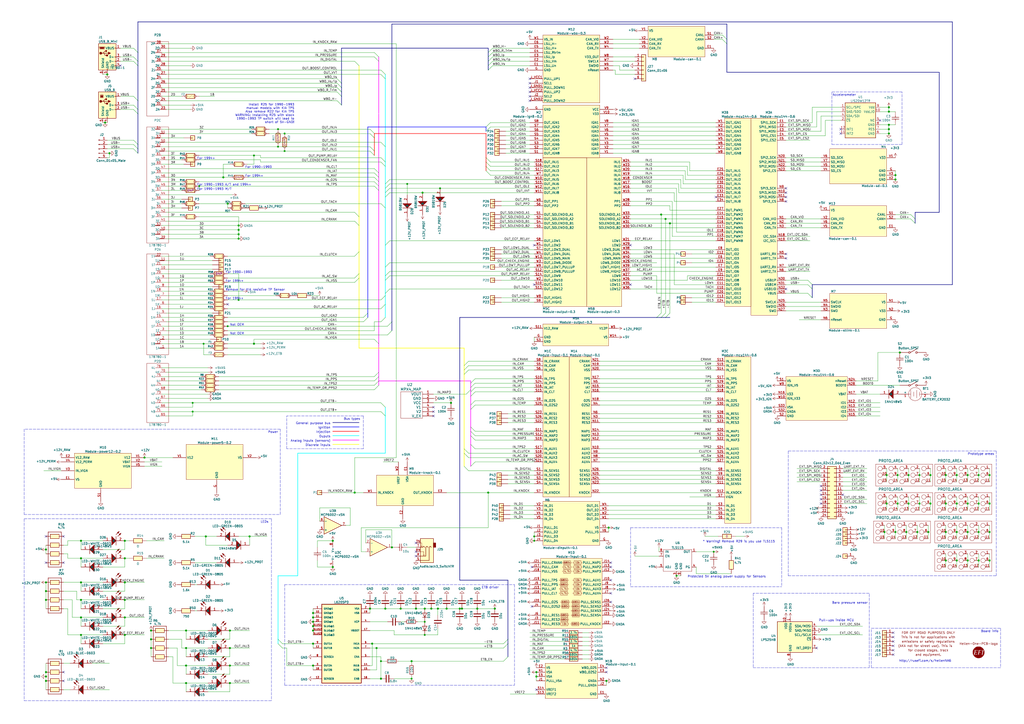
<source format=kicad_sch>
(kicad_sch (version 20211123) (generator eeschema)
  (paper "A2")
  (title_block (title "hellen64 NA6 94") (date "2022-06-17") (rev "С") (company "rusEFI") (comment 7 "http://rusefi.com/s/hellenNA6"))
  (lib_symbols
    (symbol "178780-1:178780-1" (pin_names (offset 0.025))
      (property "Reference" "P2" (at 3.81 22.86 90))
      (property "Value" "178780-1" (at 3.81 20.32 90))
      (symbol "178780-1_1_1"
        (pin passive line (at -25.4 -8.89 90) (length 3.81) (name "1A") (number "1"))
        (pin passive line (at 20.32 -8.89 90) (length 3.81) (name "1S") (number "10"))
        (pin passive line (at 25.4 -8.89 90) (length 3.81) (name "1U") (number "11"))
        (pin passive line (at -22.86 -6.35 90) (length 3.81) (name "1B") (number "12"))
        (pin passive line (at -17.78 -6.35 90) (length 3.81) (name "1D") (number "13"))
        (pin passive line (at -12.7 -6.35 90) (length 3.81) (name "1F") (number "14"))
        (pin passive line (at -7.62 -6.35 90) (length 3.81) (name "1H") (number "15"))
        (pin passive line (at -2.54 -6.35 90) (length 3.81) (name "1J") (number "16"))
        (pin passive line (at 2.54 -6.35 90) (length 3.81) (name "1L") (number "17"))
        (pin passive line (at 7.62 -6.35 90) (length 3.81) (name "1N") (number "18"))
        (pin passive line (at 12.7 -6.35 90) (length 3.81) (name "1P") (number "19"))
        (pin passive line (at -20.32 -8.89 90) (length 3.81) (name "1C") (number "2"))
        (pin passive line (at 17.78 -6.35 90) (length 3.81) (name "1R") (number "20"))
        (pin passive line (at 22.86 -6.35 90) (length 3.81) (name "1T") (number "21"))
        (pin passive line (at 27.94 -6.35 90) (length 3.81) (name "1V") (number "22"))
        (pin passive line (at -15.24 -8.89 90) (length 3.81) (name "1E") (number "3"))
        (pin passive line (at -10.16 -8.89 90) (length 3.81) (name "1G") (number "4"))
        (pin passive line (at -5.08 -8.89 90) (length 3.81) (name "1I") (number "5"))
        (pin passive line (at 0 -8.89 90) (length 3.81) (name "1K") (number "6"))
        (pin passive line (at 5.08 -8.89 90) (length 3.81) (name "1M") (number "7"))
        (pin passive line (at 10.16 -8.89 90) (length 3.81) (name "1O") (number "8"))
        (pin passive line (at 15.24 -8.89 90) (length 3.81) (name "1Q") (number "9"))
      )
      (symbol "178780-1_2_1"
        (pin passive line (at -20.32 -8.89 90) (length 3.81) (name "2A") (number "23"))
        (pin passive line (at -15.24 -8.89 90) (length 3.81) (name "2C") (number "24"))
        (pin passive line (at -10.16 -8.89 90) (length 3.81) (name "2E") (number "25"))
        (pin passive line (at -5.08 -8.89 90) (length 3.81) (name "2G") (number "26"))
        (pin passive line (at 0 -8.89 90) (length 3.81) (name "2I") (number "27"))
        (pin passive line (at 5.08 -8.89 90) (length 3.81) (name "2K") (number "28"))
        (pin passive line (at 10.16 -8.89 90) (length 3.81) (name "2M") (number "29"))
        (pin passive line (at 15.24 -8.89 90) (length 3.81) (name "2O") (number "30"))
        (pin passive line (at -17.78 -6.35 90) (length 3.81) (name "2B") (number "31"))
        (pin passive line (at -12.7 -6.35 90) (length 3.81) (name "2D") (number "32"))
        (pin passive line (at -7.62 -6.35 90) (length 3.81) (name "2F") (number "33"))
        (pin passive line (at -2.54 -6.35 90) (length 3.81) (name "2H") (number "34"))
        (pin passive line (at 2.54 -6.35 90) (length 3.81) (name "2J") (number "35"))
        (pin passive line (at 7.62 -6.35 90) (length 3.81) (name "2L") (number "36"))
        (pin passive line (at 12.7 -6.35 90) (length 3.81) (name "2N") (number "37"))
        (pin passive line (at 17.78 -6.35 90) (length 3.81) (name "2P") (number "38"))
      )
      (symbol "178780-1_3_1"
        (pin passive line (at -33.02 -8.89 90) (length 3.81) (name "3A") (number "39"))
        (pin passive line (at -27.94 -8.89 90) (length 3.81) (name "3C") (number "40"))
        (pin passive line (at -22.86 -8.89 90) (length 3.81) (name "3E") (number "41"))
        (pin passive line (at -17.78 -8.89 90) (length 3.81) (name "3G") (number "42"))
        (pin passive line (at -12.7 -8.89 90) (length 3.81) (name "3I") (number "43"))
        (pin passive line (at -7.62 -8.89 90) (length 3.81) (name "3K") (number "44"))
        (pin passive line (at -2.54 -8.89 90) (length 3.81) (name "3M") (number "45"))
        (pin passive line (at 2.54 -8.89 90) (length 3.81) (name "3O") (number "46"))
        (pin passive line (at 7.62 -8.89 90) (length 3.81) (name "3Q") (number "47"))
        (pin passive line (at 12.7 -8.89 90) (length 3.81) (name "3S") (number "48"))
        (pin passive line (at 17.78 -8.89 90) (length 3.81) (name "3U") (number "49"))
        (pin passive line (at 22.86 -8.89 90) (length 3.81) (name "3W") (number "50"))
        (pin passive line (at 27.94 -8.89 90) (length 3.81) (name "3Y") (number "51"))
        (pin passive line (at -30.48 -6.35 90) (length 3.81) (name "3B") (number "52"))
        (pin passive line (at -25.4 -6.35 90) (length 3.81) (name "3D") (number "53"))
        (pin passive line (at -20.32 -6.35 90) (length 3.81) (name "3F") (number "54"))
        (pin passive line (at -15.24 -6.35 90) (length 3.81) (name "3H") (number "55"))
        (pin passive line (at -10.16 -6.35 90) (length 3.81) (name "3J") (number "56"))
        (pin passive line (at -5.08 -6.35 90) (length 3.81) (name "3L") (number "57"))
        (pin passive line (at 0 -6.35 90) (length 3.81) (name "3N") (number "58"))
        (pin passive line (at 5.08 -6.35 90) (length 3.81) (name "3P") (number "59"))
        (pin passive line (at 10.16 -6.35 90) (length 3.81) (name "3R") (number "60"))
        (pin passive line (at 15.24 -6.35 90) (length 3.81) (name "3T") (number "61"))
        (pin passive line (at 20.32 -6.35 90) (length 3.81) (name "3V") (number "62"))
        (pin passive line (at 25.4 -6.35 90) (length 3.81) (name "3X") (number "63"))
        (pin passive line (at 30.48 -6.35 90) (length 3.81) (name "3Z") (number "64"))
      )
      (symbol "178780-1_4_1"
        (pin passive line (at -25.4 -8.89 90) (length 3.81) (name "4A") (number "65"))
        (pin passive line (at -20.32 -8.89 90) (length 3.81) (name "4C") (number "66"))
        (pin passive line (at -15.24 -8.89 90) (length 3.81) (name "4E") (number "67"))
        (pin passive line (at -10.16 -8.89 90) (length 3.81) (name "4G") (number "68"))
        (pin passive line (at -5.08 -8.89 90) (length 3.81) (name "4I") (number "69"))
        (pin passive line (at 0 -8.89 90) (length 3.81) (name "4K") (number "70"))
        (pin passive line (at -22.86 -6.35 90) (length 3.81) (name "4B") (number "71"))
        (pin passive line (at -17.78 -6.35 90) (length 3.81) (name "4D") (number "72"))
        (pin passive line (at -12.7 -6.35 90) (length 3.81) (name "4F") (number "73"))
        (pin passive line (at -7.62 -6.35 90) (length 3.81) (name "4H") (number "74"))
        (pin passive line (at -2.54 -6.35 90) (length 3.81) (name "4J") (number "75"))
        (pin passive line (at 2.54 -6.35 90) (length 3.81) (name "4L") (number "76"))
      )
    )
    (symbol "Amplifier_Operational:MCP6002-xSN" (pin_names (offset 0.127))
      (property "Reference" "U" (at 0 5.08 0))
      (property "Value" "MCP6002-xSN" (at 0 -5.08 0))
      (symbol "MCP6002-xSN_1_1"
        (pin output line (at 7.62 0 180) (length 2.54) (name "~") (number "1"))
        (pin input line (at -7.62 -2.54 0) (length 2.54) (name "-") (number "2"))
        (pin input line (at -7.62 2.54 0) (length 2.54) (name "+") (number "3"))
      )
      (symbol "MCP6002-xSN_2_1"
        (pin input line (at -7.62 2.54 0) (length 2.54) (name "+") (number "5"))
        (pin input line (at -7.62 -2.54 0) (length 2.54) (name "-") (number "6"))
        (pin output line (at 7.62 0 180) (length 2.54) (name "~") (number "7"))
      )
      (symbol "MCP6002-xSN_3_1"
        (pin power_in line (at -2.54 -7.62 90) (length 3.81) (name "V-") (number "4"))
        (pin power_in line (at -2.54 7.62 270) (length 3.81) (name "V+") (number "8"))
      )
    )
    (symbol "Connector:AudioJack3_SwitchTR"
      (property "Reference" "J" (at 0 8.89 0))
      (property "Value" "AudioJack3_SwitchTR" (at 0 6.35 0))
      (symbol "AudioJack3_SwitchTR_1_1"
        (pin passive line (at 5.08 0 180) (length 2.54) (name "~") (number "R"))
        (pin passive line (at 5.08 -2.54 180) (length 2.54) (name "~") (number "RN"))
        (pin passive line (at 5.08 2.54 180) (length 2.54) (name "~") (number "S"))
        (pin passive line (at 5.08 -5.08 180) (length 2.54) (name "~") (number "T"))
        (pin passive line (at 5.08 -7.62 180) (length 2.54) (name "~") (number "TN"))
      )
    )
    (symbol "Connector:Conn_01x05_Male" (pin_names (offset 1.016) hide)
      (property "Reference" "J" (at 0 7.62 0))
      (property "Value" "Conn_01x05_Male" (at 0 -7.62 0))
      (symbol "Conn_01x05_Male_1_1"
        (pin passive line (at 5.08 5.08 180) (length 3.81) (name "Pin_1") (number "1"))
        (pin passive line (at 5.08 2.54 180) (length 3.81) (name "Pin_2") (number "2"))
        (pin passive line (at 5.08 0 180) (length 3.81) (name "Pin_3") (number "3"))
        (pin passive line (at 5.08 -2.54 180) (length 3.81) (name "Pin_4") (number "4"))
        (pin passive line (at 5.08 -5.08 180) (length 3.81) (name "Pin_5") (number "5"))
      )
    )
    (symbol "Connector_Generic:Conn_01x01" (pin_names (offset 1.016) hide)
      (property "Reference" "J" (at 0 2.54 0))
      (property "Value" "Conn_01x01" (at 0 -2.54 0))
      (symbol "Conn_01x01_1_1"
        (pin passive line (at -5.08 0 0) (length 3.81) (name "Pin_1") (number "1"))
      )
    )
    (symbol "Connector_Generic:Conn_01x06" (pin_names (offset 1.016) hide)
      (property "Reference" "J" (at 0 7.62 0))
      (property "Value" "Conn_01x06" (at 0 -10.16 0))
      (symbol "Conn_01x06_1_1"
        (pin passive line (at -5.08 5.08 0) (length 3.81) (name "Pin_1") (number "1"))
        (pin passive line (at -5.08 2.54 0) (length 3.81) (name "Pin_2") (number "2"))
        (pin passive line (at -5.08 0 0) (length 3.81) (name "Pin_3") (number "3"))
        (pin passive line (at -5.08 -2.54 0) (length 3.81) (name "Pin_4") (number "4"))
        (pin passive line (at -5.08 -5.08 0) (length 3.81) (name "Pin_5") (number "5"))
        (pin passive line (at -5.08 -7.62 0) (length 3.81) (name "Pin_6") (number "6"))
      )
    )
    (symbol "Connector_Generic:Conn_02x12_Odd_Even" (pin_names (offset 1.016) hide)
      (property "Reference" "J" (at 1.27 15.24 0))
      (property "Value" "Conn_02x12_Odd_Even" (at 1.27 -17.78 0))
      (symbol "Conn_02x12_Odd_Even_1_1"
        (pin passive line (at -5.08 12.7 0) (length 3.81) (name "Pin_1") (number "1"))
        (pin passive line (at 7.62 2.54 180) (length 3.81) (name "Pin_10") (number "10"))
        (pin passive line (at -5.08 0 0) (length 3.81) (name "Pin_11") (number "11"))
        (pin passive line (at 7.62 0 180) (length 3.81) (name "Pin_12") (number "12"))
        (pin passive line (at -5.08 -2.54 0) (length 3.81) (name "Pin_13") (number "13"))
        (pin passive line (at 7.62 -2.54 180) (length 3.81) (name "Pin_14") (number "14"))
        (pin passive line (at -5.08 -5.08 0) (length 3.81) (name "Pin_15") (number "15"))
        (pin passive line (at 7.62 -5.08 180) (length 3.81) (name "Pin_16") (number "16"))
        (pin passive line (at -5.08 -7.62 0) (length 3.81) (name "Pin_17") (number "17"))
        (pin passive line (at 7.62 -7.62 180) (length 3.81) (name "Pin_18") (number "18"))
        (pin passive line (at -5.08 -10.16 0) (length 3.81) (name "Pin_19") (number "19"))
        (pin passive line (at 7.62 12.7 180) (length 3.81) (name "Pin_2") (number "2"))
        (pin passive line (at 7.62 -10.16 180) (length 3.81) (name "Pin_20") (number "20"))
        (pin passive line (at -5.08 -12.7 0) (length 3.81) (name "Pin_21") (number "21"))
        (pin passive line (at 7.62 -12.7 180) (length 3.81) (name "Pin_22") (number "22"))
        (pin passive line (at -5.08 -15.24 0) (length 3.81) (name "Pin_23") (number "23"))
        (pin passive line (at 7.62 -15.24 180) (length 3.81) (name "Pin_24") (number "24"))
        (pin passive line (at -5.08 10.16 0) (length 3.81) (name "Pin_3") (number "3"))
        (pin passive line (at 7.62 10.16 180) (length 3.81) (name "Pin_4") (number "4"))
        (pin passive line (at -5.08 7.62 0) (length 3.81) (name "Pin_5") (number "5"))
        (pin passive line (at 7.62 7.62 180) (length 3.81) (name "Pin_6") (number "6"))
        (pin passive line (at -5.08 5.08 0) (length 3.81) (name "Pin_7") (number "7"))
        (pin passive line (at 7.62 5.08 180) (length 3.81) (name "Pin_8") (number "8"))
        (pin passive line (at -5.08 2.54 0) (length 3.81) (name "Pin_9") (number "9"))
      )
    )
    (symbol "Device:C" (pin_numbers hide) (pin_names (offset 0.254))
      (property "Reference" "C" (at 0.635 2.54 0))
      (property "Value" "C" (at 0.635 -2.54 0))
      (symbol "C_1_1"
        (pin passive line (at 0 3.81 270) (length 2.794) (name "~") (number "1"))
        (pin passive line (at 0 -3.81 90) (length 2.794) (name "~") (number "2"))
      )
    )
    (symbol "Device:D" (pin_numbers hide) (pin_names (offset 1.016) hide)
      (property "Reference" "D" (at 0 2.54 0))
      (property "Value" "D" (at 0 -2.54 0))
      (symbol "D_1_1"
        (pin passive line (at -3.81 0 0) (length 2.54) (name "K") (number "1"))
        (pin passive line (at 3.81 0 180) (length 2.54) (name "A") (number "2"))
      )
    )
    (symbol "Device:R" (pin_numbers hide) (pin_names (offset 0))
      (property "Reference" "R" (at 2.032 0 90))
      (property "Value" "R" (at 0 0 90))
      (symbol "R_1_1"
        (pin passive line (at 0 3.81 270) (length 1.27) (name "~") (number "1"))
        (pin passive line (at 0 -3.81 90) (length 1.27) (name "~") (number "2"))
      )
    )
    (symbol "L6205PD:L6205PD" (pin_names (offset 1.016))
      (property "Reference" "U" (at -10.1854 24.0538 0))
      (property "Value" "L6205PD" (at -10.1854 -25.6794 0))
      (symbol "L6205PD_0_0"
        (pin power_in line (at 17.78 20.32 180) (length 5.08) (name "GND@1") (number "1"))
        (pin power_in line (at 17.78 17.78 180) (length 5.08) (name "GND@2") (number "10"))
        (pin power_in line (at 17.78 15.24 180) (length 5.08) (name "GND@3") (number "11"))
        (pin output line (at 17.78 -2.54 180) (length 5.08) (name "OUT1B") (number "12"))
        (pin power_in line (at 17.78 -20.32 180) (length 5.08) (name "SENSEB") (number "13"))
        (pin input line (at -15.24 -12.7 0) (length 5.08) (name "IN1B") (number "14"))
        (pin input line (at -15.24 -15.24 0) (length 5.08) (name "IN2B") (number "15"))
        (pin bidirectional line (at -15.24 -20.32 0) (length 5.08) (name "ENB") (number "16"))
        (pin passive line (at -15.24 7.62 0) (length 5.08) (name "VBOOT") (number "17"))
        (pin output line (at 17.78 -15.24 180) (length 5.08) (name "OUT2B") (number "18"))
        (pin power_in line (at -15.24 17.78 0) (length 5.08) (name "VSB") (number "19"))
        (pin power_in line (at -15.24 20.32 0) (length 5.08) (name "VSA") (number "2"))
        (pin power_in line (at 17.78 12.7 180) (length 5.08) (name "GND@4") (number "20"))
        (pin output line (at 17.78 -12.7 180) (length 5.08) (name "OUT2A") (number "3"))
        (pin passive line (at -15.24 12.7 0) (length 5.08) (name "VCP") (number "4"))
        (pin bidirectional line (at -15.24 -7.62 0) (length 5.08) (name "ENA") (number "5"))
        (pin input line (at -15.24 0 0) (length 5.08) (name "IN1A") (number "6"))
        (pin input line (at -15.24 -2.54 0) (length 5.08) (name "IN2A") (number "7"))
        (pin power_in line (at 17.78 -7.62 180) (length 5.08) (name "SENSEA") (number "8"))
        (pin output line (at 17.78 0 180) (length 5.08) (name "OUT1A") (number "9"))
        (pin power_in line (at 17.78 10.16 180) (length 5.08) (name "SLUG@1") (number "SLUG1"))
        (pin power_in line (at 17.78 7.62 180) (length 5.08) (name "SLUG@2") (number "SLUG2"))
        (pin power_in line (at 17.78 5.08 180) (length 5.08) (name "SLUG@3") (number "SLUG3"))
      )
    )
    (symbol "MPX-4_MAP:MPX4_MAP" (pin_names (offset 0.762))
      (property "Reference" "U" (at 0 10.16 0))
      (property "Value" "MPX4_MAP" (at 8.89 0 90))
      (symbol "MPX4_MAP_1_1"
        (pin passive line (at -8.89 6.35 0) (length 6.35) (name "VOUT") (number "1"))
        (pin passive line (at -8.89 3.81 0) (length 6.35) (name "GND") (number "2"))
        (pin passive line (at -8.89 1.27 0) (length 6.35) (name "VCC") (number "3"))
        (pin passive line (at -8.89 -1.27 0) (length 6.35) (name "V1") (number "4"))
        (pin passive line (at -8.89 -3.81 0) (length 6.35) (name "V2") (number "5"))
        (pin passive line (at -8.89 -6.35 0) (length 6.35) (name "V_EX") (number "6"))
      )
    )
    (symbol "Module-input-0.1_1"
      (property "Reference" "M" (at 0.762 3.302 0))
      (property "Value" "Module-input-0.1_1" (at 8.89 1.524 0))
      (symbol "Module-input-0.1_1_1_0"
        (pin passive line (at 17.78 -53.34 180) (length 5.08) (name "AUX1") (number "N10"))
        (pin passive line (at 17.78 -38.1 180) (length 5.08) (name "RES3") (number "N11"))
        (pin passive line (at 17.78 -48.26 180) (length 5.08) (name "MAP3") (number "N12"))
        (pin passive line (at 17.78 -45.72 180) (length 5.08) (name "MAP2") (number "N13"))
        (pin passive line (at 17.78 -43.18 180) (length 5.08) (name "MAP1") (number "N14"))
        (pin passive line (at 17.78 -17.78 180) (length 5.08) (name "IAT") (number "N15"))
        (pin passive line (at 17.78 -20.32 180) (length 5.08) (name "CLT") (number "N16"))
        (pin passive line (at 17.78 -12.7 180) (length 5.08) (name "TPS") (number "N17"))
        (pin passive line (at 17.78 -25.4 180) (length 5.08) (name "O2S") (number "N18"))
        (pin passive line (at 17.78 -5.08 180) (length 5.08) (name "CAM") (number "N19"))
        (pin passive line (at 17.78 -7.62 180) (length 5.08) (name "VSS") (number "N20"))
        (pin passive line (at 17.78 -2.54 180) (length 5.08) (name "CRANK") (number "N21"))
        (pin passive line (at 17.78 -78.74 180) (length 5.08) (name "KNOCK") (number "N22"))
        (pin passive line (at 17.78 -73.66 180) (length 5.08) (name "SENS4") (number "N23"))
        (pin passive line (at 17.78 -71.12 180) (length 5.08) (name "SENS3") (number "N24"))
        (pin passive line (at 17.78 -68.58 180) (length 5.08) (name "SENS2") (number "N25"))
        (pin passive line (at 17.78 -66.04 180) (length 5.08) (name "SENS1") (number "N26"))
        (pin passive line (at 17.78 -35.56 180) (length 5.08) (name "RES2") (number "N3"))
        (pin passive line (at 17.78 -27.94 180) (length 5.08) (name "O2S2") (number "N4"))
        (pin passive line (at 17.78 -15.24 180) (length 5.08) (name "PPS") (number "N5"))
        (pin passive line (at 17.78 -33.02 180) (length 5.08) (name "RES1") (number "N6"))
        (pin passive line (at 17.78 -60.96 180) (length 5.08) (name "AUX4") (number "N7"))
        (pin passive line (at 17.78 -58.42 180) (length 5.08) (name "AUX3") (number "N8"))
        (pin passive line (at 17.78 -55.88 180) (length 5.08) (name "AUX2") (number "N9"))
      )
      (symbol "Module-input-0.1_1_2_0"
        (pin passive line (at 35.56 -17.78 180) (length 5.08) (name "GND") (number "E1"))
        (pin passive line (at -5.08 -2.54 0) (length 5.08) (name "V5") (number "E2"))
        (pin passive line (at 35.56 -5.08 180) (length 5.08) (name "WBO_O2S2") (number "E3"))
        (pin passive line (at 35.56 -2.54 180) (length 5.08) (name "WBO_O2S") (number "E4"))
        (pin passive line (at -5.08 -7.62 0) (length 5.08) (name "V5A") (number "E5"))
        (pin passive line (at -5.08 -10.16 0) (length 5.08) (name "PULL_V5A") (number "J1"))
        (pin passive line (at 35.56 -12.7 180) (length 5.08) (name "PULL_GNDA") (number "J2"))
        (pin passive line (at -5.08 -5.08 0) (length 5.08) (name "V5A") (number "N1"))
        (pin passive line (at 35.56 -10.16 180) (length 5.08) (name "GNDA") (number "N2"))
        (pin passive line (at -5.08 -17.78 0) (length 5.08) (name "VREF2") (number "S13"))
        (pin passive line (at -5.08 -15.24 0) (length 5.08) (name "VREF1") (number "S14"))
      )
      (symbol "Module-input-0.1_1_3_0"
        (pin passive line (at -5.08 -66.04 0) (length 5.08) (name "IN_SENS1") (number "S1"))
        (pin passive line (at -5.08 -12.7 0) (length 5.08) (name "IN_TPS") (number "S10"))
        (pin passive line (at -5.08 -43.18 0) (length 5.08) (name "IN_MAP1") (number "S11"))
        (pin passive line (at -5.08 -45.72 0) (length 5.08) (name "IN_MAP2") (number "S12"))
        (pin passive line (at -5.08 -20.32 0) (length 5.08) (name "IN_CLT") (number "S15"))
        (pin passive line (at -5.08 -17.78 0) (length 5.08) (name "IN_IAT") (number "S16"))
        (pin passive line (at -5.08 -53.34 0) (length 5.08) (name "IN_AUX1") (number "S17"))
        (pin passive line (at -5.08 -55.88 0) (length 5.08) (name "IN_AUX2") (number "S18"))
        (pin passive line (at -5.08 -48.26 0) (length 5.08) (name "IN_MAP3") (number "S19"))
        (pin passive line (at -5.08 -68.58 0) (length 5.08) (name "IN_SENS2") (number "S2"))
        (pin passive line (at -5.08 -58.42 0) (length 5.08) (name "IN_AUX3") (number "S20"))
        (pin passive line (at -5.08 -60.96 0) (length 5.08) (name "IN_AUX4") (number "S21"))
        (pin passive line (at -5.08 -38.1 0) (length 5.08) (name "IN_RES3") (number "S22"))
        (pin passive line (at -5.08 -33.02 0) (length 5.08) (name "IN_RES1") (number "S23"))
        (pin passive line (at -5.08 -15.24 0) (length 5.08) (name "IN_PPS") (number "S24"))
        (pin passive line (at -5.08 -27.94 0) (length 5.08) (name "IN_O2S2") (number "S25"))
        (pin passive line (at -5.08 -35.56 0) (length 5.08) (name "IN_RES2") (number "S26"))
        (pin passive line (at -5.08 -71.12 0) (length 5.08) (name "IN_SENS3") (number "S3"))
        (pin passive line (at -5.08 -73.66 0) (length 5.08) (name "IN_SENS4") (number "S4"))
        (pin passive line (at -5.08 -5.08 0) (length 5.08) (name "IN_CAM") (number "S5"))
        (pin passive line (at -5.08 -7.62 0) (length 5.08) (name "IN_VSS") (number "S6"))
        (pin passive line (at -5.08 -78.74 0) (length 5.08) (name "IN_KNOCK") (number "S7"))
        (pin passive line (at -5.08 -2.54 0) (length 5.08) (name "IN_CRANK") (number "S8"))
        (pin passive line (at -5.08 -25.4 0) (length 5.08) (name "IN_O2S") (number "S9"))
      )
      (symbol "Module-input-0.1_1_4_0"
        (text "10k" (at 13.716 -38.1 0) (effects (font (size 1 1))))
        (text "10k" (at 21.336 -20.32 0) (effects (font (size 1 1))))
        (text "10k" (at 21.336 -17.78 0) (effects (font (size 1 1))))
        (text "10k" (at 21.336 -15.24 0) (effects (font (size 1 1))))
        (text "10k" (at 21.336 -12.7 0) (effects (font (size 1 1))))
        (text "10k" (at 21.336 -7.62 0) (effects (font (size 1 1))))
        (text "10k" (at 21.336 -5.08 0) (effects (font (size 1 1))))
        (text "10k" (at 21.336 -2.54 0) (effects (font (size 1 1))))
        (text "4.7k" (at 13.462 -20.32 0) (effects (font (size 1 1))))
        (text "4.7k" (at 13.462 -17.78 0) (effects (font (size 1 1))))
        (text "4.7k" (at 15.24 -7.62 0) (effects (font (size 1 1))))
        (text "4.7k" (at 15.24 -5.08 0) (effects (font (size 1 1))))
        (text "680k" (at 13.462 -15.24 0) (effects (font (size 1 1))))
        (text "680k" (at 13.462 -12.7 0) (effects (font (size 1 1))))
        (text "680k" (at 13.716 -35.56 0) (effects (font (size 1 1))))
        (text "680k" (at 13.716 -33.02 0) (effects (font (size 1 1))))
        (text "680k" (at 14.224 -27.94 0) (effects (font (size 1 1))))
        (text "680k" (at 14.224 -25.4 0) (effects (font (size 1 1))))
        (text "680k" (at 15.24 -2.54 0) (effects (font (size 1 1))))
        (text "680k" (at 20.066 -38.1 0) (effects (font (size 1 1))))
        (text "680k" (at 20.32 -33.02 0) (effects (font (size 1 1))))
        (text "680k" (at 20.32 -30.48 0) (effects (font (size 1 1))))
        (text "680k" (at 20.32 -27.94 0) (effects (font (size 1 1))))
        (text "680k" (at 20.32 -25.4 0) (effects (font (size 1 1))))
        (pin passive line (at 40.64 -12.7 180) (length 5.08) (name "PULL_AUX1") (number "J10"))
        (pin passive line (at -5.08 -38.1 0) (length 5.08) (name "PULL_RES3") (number "J11"))
        (pin passive line (at 40.64 -7.62 180) (length 5.08) (name "PULL_MAP3") (number "J12"))
        (pin passive line (at 40.64 -5.08 180) (length 5.08) (name "PULL_MAP2") (number "J13"))
        (pin passive line (at 40.64 -2.54 180) (length 5.08) (name "PULL_MAP1") (number "J14"))
        (pin passive line (at -5.08 -17.78 0) (length 5.08) (name "PULL_IAT") (number "J15"))
        (pin passive line (at -5.08 -20.32 0) (length 5.08) (name "PULL_CLT") (number "J16"))
        (pin passive line (at -5.08 -5.08 0) (length 5.08) (name "PULL_CAM") (number "J17"))
        (pin passive line (at -5.08 -7.62 0) (length 5.08) (name "PULL_VSS") (number "J18"))
        (pin passive line (at -5.08 -12.7 0) (length 5.08) (name "PULL_TPS") (number "J19"))
        (pin passive line (at -5.08 -25.4 0) (length 5.08) (name "PULL_O2S") (number "J20"))
        (pin passive line (at -5.08 -2.54 0) (length 5.08) (name "PULL_CRANK") (number "J21"))
        (pin passive line (at 40.64 -38.1 180) (length 5.08) (name "PULL_KNOCK") (number "J22"))
        (pin passive line (at 40.64 -33.02 180) (length 5.08) (name "PULL_SENS4") (number "J23"))
        (pin passive line (at 40.64 -30.48 180) (length 5.08) (name "PULL_SENS3") (number "J24"))
        (pin passive line (at 40.64 -27.94 180) (length 5.08) (name "PULL_SENS2") (number "J25"))
        (pin passive line (at 40.64 -25.4 180) (length 5.08) (name "PULL_SENS1") (number "J26"))
        (pin passive line (at -5.08 -35.56 0) (length 5.08) (name "PULL_RES2") (number "J3"))
        (pin passive line (at -5.08 -27.94 0) (length 5.08) (name "PULL_O2S2") (number "J4"))
        (pin passive line (at -5.08 -15.24 0) (length 5.08) (name "PULL_PPS") (number "J5"))
        (pin passive line (at -5.08 -33.02 0) (length 5.08) (name "PULL_RES1") (number "J6"))
        (pin passive line (at 40.64 -20.32 180) (length 5.08) (name "PULL_AUX4") (number "J7"))
        (pin passive line (at 40.64 -17.78 180) (length 5.08) (name "PULL_AUX3") (number "J8"))
        (pin passive line (at 40.64 -15.24 180) (length 5.08) (name "PULL_AUX2") (number "J9"))
      )
    )
    (symbol "Module-input-0.1_2"
      (property "Reference" "M" (at 0.762 3.302 0))
      (property "Value" "Module-input-0.1_2" (at 8.89 1.524 0))
      (symbol "Module-input-0.1_2_1_0"
        (pin passive line (at 17.78 -53.34 180) (length 5.08) (name "AUX1") (number "N10"))
        (pin passive line (at 17.78 -38.1 180) (length 5.08) (name "RES3") (number "N11"))
        (pin passive line (at 17.78 -48.26 180) (length 5.08) (name "MAP3") (number "N12"))
        (pin passive line (at 17.78 -45.72 180) (length 5.08) (name "MAP2") (number "N13"))
        (pin passive line (at 17.78 -43.18 180) (length 5.08) (name "MAP1") (number "N14"))
        (pin passive line (at 17.78 -17.78 180) (length 5.08) (name "IAT") (number "N15"))
        (pin passive line (at 17.78 -20.32 180) (length 5.08) (name "CLT") (number "N16"))
        (pin passive line (at 17.78 -12.7 180) (length 5.08) (name "TPS") (number "N17"))
        (pin passive line (at 17.78 -25.4 180) (length 5.08) (name "O2S") (number "N18"))
        (pin passive line (at 17.78 -5.08 180) (length 5.08) (name "CAM") (number "N19"))
        (pin passive line (at 17.78 -7.62 180) (length 5.08) (name "VSS") (number "N20"))
        (pin passive line (at 17.78 -2.54 180) (length 5.08) (name "CRANK") (number "N21"))
        (pin passive line (at 17.78 -78.74 180) (length 5.08) (name "KNOCK") (number "N22"))
        (pin passive line (at 17.78 -73.66 180) (length 5.08) (name "SENS4") (number "N23"))
        (pin passive line (at 17.78 -71.12 180) (length 5.08) (name "SENS3") (number "N24"))
        (pin passive line (at 17.78 -68.58 180) (length 5.08) (name "SENS2") (number "N25"))
        (pin passive line (at 17.78 -66.04 180) (length 5.08) (name "SENS1") (number "N26"))
        (pin passive line (at 17.78 -35.56 180) (length 5.08) (name "RES2") (number "N3"))
        (pin passive line (at 17.78 -27.94 180) (length 5.08) (name "O2S2") (number "N4"))
        (pin passive line (at 17.78 -15.24 180) (length 5.08) (name "PPS") (number "N5"))
        (pin passive line (at 17.78 -33.02 180) (length 5.08) (name "RES1") (number "N6"))
        (pin passive line (at 17.78 -60.96 180) (length 5.08) (name "AUX4") (number "N7"))
        (pin passive line (at 17.78 -58.42 180) (length 5.08) (name "AUX3") (number "N8"))
        (pin passive line (at 17.78 -55.88 180) (length 5.08) (name "AUX2") (number "N9"))
      )
      (symbol "Module-input-0.1_2_2_0"
        (pin passive line (at 35.56 -17.78 180) (length 5.08) (name "GND") (number "E1"))
        (pin passive line (at -5.08 -2.54 0) (length 5.08) (name "V5") (number "E2"))
        (pin passive line (at 35.56 -5.08 180) (length 5.08) (name "WBO_O2S2") (number "E3"))
        (pin passive line (at 35.56 -2.54 180) (length 5.08) (name "WBO_O2S") (number "E4"))
        (pin passive line (at -5.08 -7.62 0) (length 5.08) (name "V5A") (number "E5"))
        (pin passive line (at -5.08 -10.16 0) (length 5.08) (name "PULL_V5A") (number "J1"))
        (pin passive line (at 35.56 -12.7 180) (length 5.08) (name "PULL_GNDA") (number "J2"))
        (pin passive line (at -5.08 -5.08 0) (length 5.08) (name "V5A") (number "N1"))
        (pin passive line (at 35.56 -10.16 180) (length 5.08) (name "GNDA") (number "N2"))
        (pin passive line (at -5.08 -17.78 0) (length 5.08) (name "VREF2") (number "S13"))
        (pin passive line (at -5.08 -15.24 0) (length 5.08) (name "VREF1") (number "S14"))
      )
      (symbol "Module-input-0.1_2_3_0"
        (pin passive line (at -5.08 -66.04 0) (length 5.08) (name "IN_SENS1") (number "S1"))
        (pin passive line (at -5.08 -12.7 0) (length 5.08) (name "IN_TPS") (number "S10"))
        (pin passive line (at -5.08 -43.18 0) (length 5.08) (name "IN_MAP1") (number "S11"))
        (pin passive line (at -5.08 -45.72 0) (length 5.08) (name "IN_MAP2") (number "S12"))
        (pin passive line (at -5.08 -20.32 0) (length 5.08) (name "IN_CLT") (number "S15"))
        (pin passive line (at -5.08 -17.78 0) (length 5.08) (name "IN_IAT") (number "S16"))
        (pin passive line (at -5.08 -53.34 0) (length 5.08) (name "IN_AUX1") (number "S17"))
        (pin passive line (at -5.08 -55.88 0) (length 5.08) (name "IN_AUX2") (number "S18"))
        (pin passive line (at -5.08 -48.26 0) (length 5.08) (name "IN_MAP3") (number "S19"))
        (pin passive line (at -5.08 -68.58 0) (length 5.08) (name "IN_SENS2") (number "S2"))
        (pin passive line (at -5.08 -58.42 0) (length 5.08) (name "IN_AUX3") (number "S20"))
        (pin passive line (at -5.08 -60.96 0) (length 5.08) (name "IN_AUX4") (number "S21"))
        (pin passive line (at -5.08 -38.1 0) (length 5.08) (name "IN_RES3") (number "S22"))
        (pin passive line (at -5.08 -33.02 0) (length 5.08) (name "IN_RES1") (number "S23"))
        (pin passive line (at -5.08 -15.24 0) (length 5.08) (name "IN_PPS") (number "S24"))
        (pin passive line (at -5.08 -27.94 0) (length 5.08) (name "IN_O2S2") (number "S25"))
        (pin passive line (at -5.08 -35.56 0) (length 5.08) (name "IN_RES2") (number "S26"))
        (pin passive line (at -5.08 -71.12 0) (length 5.08) (name "IN_SENS3") (number "S3"))
        (pin passive line (at -5.08 -73.66 0) (length 5.08) (name "IN_SENS4") (number "S4"))
        (pin passive line (at -5.08 -5.08 0) (length 5.08) (name "IN_CAM") (number "S5"))
        (pin passive line (at -5.08 -7.62 0) (length 5.08) (name "IN_VSS") (number "S6"))
        (pin passive line (at -5.08 -78.74 0) (length 5.08) (name "IN_KNOCK") (number "S7"))
        (pin passive line (at -5.08 -2.54 0) (length 5.08) (name "IN_CRANK") (number "S8"))
        (pin passive line (at -5.08 -25.4 0) (length 5.08) (name "IN_O2S") (number "S9"))
      )
      (symbol "Module-input-0.1_2_4_0"
        (text "10k" (at 13.716 -38.1 0) (effects (font (size 1 1))))
        (text "10k" (at 21.336 -20.32 0) (effects (font (size 1 1))))
        (text "10k" (at 21.336 -17.78 0) (effects (font (size 1 1))))
        (text "10k" (at 21.336 -15.24 0) (effects (font (size 1 1))))
        (text "10k" (at 21.336 -12.7 0) (effects (font (size 1 1))))
        (text "10k" (at 21.336 -7.62 0) (effects (font (size 1 1))))
        (text "10k" (at 21.336 -5.08 0) (effects (font (size 1 1))))
        (text "10k" (at 21.336 -2.54 0) (effects (font (size 1 1))))
        (text "4.7k" (at 13.462 -20.32 0) (effects (font (size 1 1))))
        (text "4.7k" (at 13.462 -17.78 0) (effects (font (size 1 1))))
        (text "4.7k" (at 15.24 -7.62 0) (effects (font (size 1 1))))
        (text "4.7k" (at 15.24 -5.08 0) (effects (font (size 1 1))))
        (text "680k" (at 13.462 -15.24 0) (effects (font (size 1 1))))
        (text "680k" (at 13.462 -12.7 0) (effects (font (size 1 1))))
        (text "680k" (at 13.716 -35.56 0) (effects (font (size 1 1))))
        (text "680k" (at 13.716 -33.02 0) (effects (font (size 1 1))))
        (text "680k" (at 14.224 -27.94 0) (effects (font (size 1 1))))
        (text "680k" (at 14.224 -25.4 0) (effects (font (size 1 1))))
        (text "680k" (at 15.24 -2.54 0) (effects (font (size 1 1))))
        (text "680k" (at 20.066 -38.1 0) (effects (font (size 1 1))))
        (text "680k" (at 20.32 -33.02 0) (effects (font (size 1 1))))
        (text "680k" (at 20.32 -30.48 0) (effects (font (size 1 1))))
        (text "680k" (at 20.32 -27.94 0) (effects (font (size 1 1))))
        (text "680k" (at 20.32 -25.4 0) (effects (font (size 1 1))))
        (pin passive line (at 40.64 -12.7 180) (length 5.08) (name "PULL_AUX1") (number "J10"))
        (pin passive line (at -5.08 -38.1 0) (length 5.08) (name "PULL_RES3") (number "J11"))
        (pin passive line (at 40.64 -7.62 180) (length 5.08) (name "PULL_MAP3") (number "J12"))
        (pin passive line (at 40.64 -5.08 180) (length 5.08) (name "PULL_MAP2") (number "J13"))
        (pin passive line (at 40.64 -2.54 180) (length 5.08) (name "PULL_MAP1") (number "J14"))
        (pin passive line (at -5.08 -17.78 0) (length 5.08) (name "PULL_IAT") (number "J15"))
        (pin passive line (at -5.08 -20.32 0) (length 5.08) (name "PULL_CLT") (number "J16"))
        (pin passive line (at -5.08 -5.08 0) (length 5.08) (name "PULL_CAM") (number "J17"))
        (pin passive line (at -5.08 -7.62 0) (length 5.08) (name "PULL_VSS") (number "J18"))
        (pin passive line (at -5.08 -12.7 0) (length 5.08) (name "PULL_TPS") (number "J19"))
        (pin passive line (at -5.08 -25.4 0) (length 5.08) (name "PULL_O2S") (number "J20"))
        (pin passive line (at -5.08 -2.54 0) (length 5.08) (name "PULL_CRANK") (number "J21"))
        (pin passive line (at 40.64 -38.1 180) (length 5.08) (name "PULL_KNOCK") (number "J22"))
        (pin passive line (at 40.64 -33.02 180) (length 5.08) (name "PULL_SENS4") (number "J23"))
        (pin passive line (at 40.64 -30.48 180) (length 5.08) (name "PULL_SENS3") (number "J24"))
        (pin passive line (at 40.64 -27.94 180) (length 5.08) (name "PULL_SENS2") (number "J25"))
        (pin passive line (at 40.64 -25.4 180) (length 5.08) (name "PULL_SENS1") (number "J26"))
        (pin passive line (at -5.08 -35.56 0) (length 5.08) (name "PULL_RES2") (number "J3"))
        (pin passive line (at -5.08 -27.94 0) (length 5.08) (name "PULL_O2S2") (number "J4"))
        (pin passive line (at -5.08 -15.24 0) (length 5.08) (name "PULL_PPS") (number "J5"))
        (pin passive line (at -5.08 -33.02 0) (length 5.08) (name "PULL_RES1") (number "J6"))
        (pin passive line (at 40.64 -20.32 180) (length 5.08) (name "PULL_AUX4") (number "J7"))
        (pin passive line (at 40.64 -17.78 180) (length 5.08) (name "PULL_AUX3") (number "J8"))
        (pin passive line (at 40.64 -15.24 180) (length 5.08) (name "PULL_AUX2") (number "J9"))
      )
    )
    (symbol "Module-input-0.1_3"
      (property "Reference" "M" (at 0.762 3.302 0))
      (property "Value" "Module-input-0.1_3" (at 8.89 1.524 0))
      (symbol "Module-input-0.1_3_1_0"
        (pin passive line (at 17.78 -53.34 180) (length 5.08) (name "AUX1") (number "N10"))
        (pin passive line (at 17.78 -38.1 180) (length 5.08) (name "RES3") (number "N11"))
        (pin passive line (at 17.78 -48.26 180) (length 5.08) (name "MAP3") (number "N12"))
        (pin passive line (at 17.78 -45.72 180) (length 5.08) (name "MAP2") (number "N13"))
        (pin passive line (at 17.78 -43.18 180) (length 5.08) (name "MAP1") (number "N14"))
        (pin passive line (at 17.78 -17.78 180) (length 5.08) (name "IAT") (number "N15"))
        (pin passive line (at 17.78 -20.32 180) (length 5.08) (name "CLT") (number "N16"))
        (pin passive line (at 17.78 -12.7 180) (length 5.08) (name "TPS") (number "N17"))
        (pin passive line (at 17.78 -25.4 180) (length 5.08) (name "O2S") (number "N18"))
        (pin passive line (at 17.78 -5.08 180) (length 5.08) (name "CAM") (number "N19"))
        (pin passive line (at 17.78 -7.62 180) (length 5.08) (name "VSS") (number "N20"))
        (pin passive line (at 17.78 -2.54 180) (length 5.08) (name "CRANK") (number "N21"))
        (pin passive line (at 17.78 -78.74 180) (length 5.08) (name "KNOCK") (number "N22"))
        (pin passive line (at 17.78 -73.66 180) (length 5.08) (name "SENS4") (number "N23"))
        (pin passive line (at 17.78 -71.12 180) (length 5.08) (name "SENS3") (number "N24"))
        (pin passive line (at 17.78 -68.58 180) (length 5.08) (name "SENS2") (number "N25"))
        (pin passive line (at 17.78 -66.04 180) (length 5.08) (name "SENS1") (number "N26"))
        (pin passive line (at 17.78 -35.56 180) (length 5.08) (name "RES2") (number "N3"))
        (pin passive line (at 17.78 -27.94 180) (length 5.08) (name "O2S2") (number "N4"))
        (pin passive line (at 17.78 -15.24 180) (length 5.08) (name "PPS") (number "N5"))
        (pin passive line (at 17.78 -33.02 180) (length 5.08) (name "RES1") (number "N6"))
        (pin passive line (at 17.78 -60.96 180) (length 5.08) (name "AUX4") (number "N7"))
        (pin passive line (at 17.78 -58.42 180) (length 5.08) (name "AUX3") (number "N8"))
        (pin passive line (at 17.78 -55.88 180) (length 5.08) (name "AUX2") (number "N9"))
      )
      (symbol "Module-input-0.1_3_2_0"
        (pin passive line (at 35.56 -17.78 180) (length 5.08) (name "GND") (number "E1"))
        (pin passive line (at -5.08 -2.54 0) (length 5.08) (name "V5") (number "E2"))
        (pin passive line (at 35.56 -5.08 180) (length 5.08) (name "WBO_O2S2") (number "E3"))
        (pin passive line (at 35.56 -2.54 180) (length 5.08) (name "WBO_O2S") (number "E4"))
        (pin passive line (at -5.08 -7.62 0) (length 5.08) (name "V5A") (number "E5"))
        (pin passive line (at -5.08 -10.16 0) (length 5.08) (name "PULL_V5A") (number "J1"))
        (pin passive line (at 35.56 -12.7 180) (length 5.08) (name "PULL_GNDA") (number "J2"))
        (pin passive line (at -5.08 -5.08 0) (length 5.08) (name "V5A") (number "N1"))
        (pin passive line (at 35.56 -10.16 180) (length 5.08) (name "GNDA") (number "N2"))
        (pin passive line (at -5.08 -17.78 0) (length 5.08) (name "VREF2") (number "S13"))
        (pin passive line (at -5.08 -15.24 0) (length 5.08) (name "VREF1") (number "S14"))
      )
      (symbol "Module-input-0.1_3_3_0"
        (pin passive line (at -5.08 -66.04 0) (length 5.08) (name "IN_SENS1") (number "S1"))
        (pin passive line (at -5.08 -12.7 0) (length 5.08) (name "IN_TPS") (number "S10"))
        (pin passive line (at -5.08 -43.18 0) (length 5.08) (name "IN_MAP1") (number "S11"))
        (pin passive line (at -5.08 -45.72 0) (length 5.08) (name "IN_MAP2") (number "S12"))
        (pin passive line (at -5.08 -20.32 0) (length 5.08) (name "IN_CLT") (number "S15"))
        (pin passive line (at -5.08 -17.78 0) (length 5.08) (name "IN_IAT") (number "S16"))
        (pin passive line (at -5.08 -53.34 0) (length 5.08) (name "IN_AUX1") (number "S17"))
        (pin passive line (at -5.08 -55.88 0) (length 5.08) (name "IN_AUX2") (number "S18"))
        (pin passive line (at -5.08 -48.26 0) (length 5.08) (name "IN_MAP3") (number "S19"))
        (pin passive line (at -5.08 -68.58 0) (length 5.08) (name "IN_SENS2") (number "S2"))
        (pin passive line (at -5.08 -58.42 0) (length 5.08) (name "IN_AUX3") (number "S20"))
        (pin passive line (at -5.08 -60.96 0) (length 5.08) (name "IN_AUX4") (number "S21"))
        (pin passive line (at -5.08 -38.1 0) (length 5.08) (name "IN_RES3") (number "S22"))
        (pin passive line (at -5.08 -33.02 0) (length 5.08) (name "IN_RES1") (number "S23"))
        (pin passive line (at -5.08 -15.24 0) (length 5.08) (name "IN_PPS") (number "S24"))
        (pin passive line (at -5.08 -27.94 0) (length 5.08) (name "IN_O2S2") (number "S25"))
        (pin passive line (at -5.08 -35.56 0) (length 5.08) (name "IN_RES2") (number "S26"))
        (pin passive line (at -5.08 -71.12 0) (length 5.08) (name "IN_SENS3") (number "S3"))
        (pin passive line (at -5.08 -73.66 0) (length 5.08) (name "IN_SENS4") (number "S4"))
        (pin passive line (at -5.08 -5.08 0) (length 5.08) (name "IN_CAM") (number "S5"))
        (pin passive line (at -5.08 -7.62 0) (length 5.08) (name "IN_VSS") (number "S6"))
        (pin passive line (at -5.08 -78.74 0) (length 5.08) (name "IN_KNOCK") (number "S7"))
        (pin passive line (at -5.08 -2.54 0) (length 5.08) (name "IN_CRANK") (number "S8"))
        (pin passive line (at -5.08 -25.4 0) (length 5.08) (name "IN_O2S") (number "S9"))
      )
      (symbol "Module-input-0.1_3_4_0"
        (text "10k" (at 13.716 -38.1 0) (effects (font (size 1 1))))
        (text "10k" (at 21.336 -20.32 0) (effects (font (size 1 1))))
        (text "10k" (at 21.336 -17.78 0) (effects (font (size 1 1))))
        (text "10k" (at 21.336 -15.24 0) (effects (font (size 1 1))))
        (text "10k" (at 21.336 -12.7 0) (effects (font (size 1 1))))
        (text "10k" (at 21.336 -7.62 0) (effects (font (size 1 1))))
        (text "10k" (at 21.336 -5.08 0) (effects (font (size 1 1))))
        (text "10k" (at 21.336 -2.54 0) (effects (font (size 1 1))))
        (text "4.7k" (at 13.462 -20.32 0) (effects (font (size 1 1))))
        (text "4.7k" (at 13.462 -17.78 0) (effects (font (size 1 1))))
        (text "4.7k" (at 15.24 -7.62 0) (effects (font (size 1 1))))
        (text "4.7k" (at 15.24 -5.08 0) (effects (font (size 1 1))))
        (text "680k" (at 13.462 -15.24 0) (effects (font (size 1 1))))
        (text "680k" (at 13.462 -12.7 0) (effects (font (size 1 1))))
        (text "680k" (at 13.716 -35.56 0) (effects (font (size 1 1))))
        (text "680k" (at 13.716 -33.02 0) (effects (font (size 1 1))))
        (text "680k" (at 14.224 -27.94 0) (effects (font (size 1 1))))
        (text "680k" (at 14.224 -25.4 0) (effects (font (size 1 1))))
        (text "680k" (at 15.24 -2.54 0) (effects (font (size 1 1))))
        (text "680k" (at 20.066 -38.1 0) (effects (font (size 1 1))))
        (text "680k" (at 20.32 -33.02 0) (effects (font (size 1 1))))
        (text "680k" (at 20.32 -30.48 0) (effects (font (size 1 1))))
        (text "680k" (at 20.32 -27.94 0) (effects (font (size 1 1))))
        (text "680k" (at 20.32 -25.4 0) (effects (font (size 1 1))))
        (pin passive line (at 40.64 -12.7 180) (length 5.08) (name "PULL_AUX1") (number "J10"))
        (pin passive line (at -5.08 -38.1 0) (length 5.08) (name "PULL_RES3") (number "J11"))
        (pin passive line (at 40.64 -7.62 180) (length 5.08) (name "PULL_MAP3") (number "J12"))
        (pin passive line (at 40.64 -5.08 180) (length 5.08) (name "PULL_MAP2") (number "J13"))
        (pin passive line (at 40.64 -2.54 180) (length 5.08) (name "PULL_MAP1") (number "J14"))
        (pin passive line (at -5.08 -17.78 0) (length 5.08) (name "PULL_IAT") (number "J15"))
        (pin passive line (at -5.08 -20.32 0) (length 5.08) (name "PULL_CLT") (number "J16"))
        (pin passive line (at -5.08 -5.08 0) (length 5.08) (name "PULL_CAM") (number "J17"))
        (pin passive line (at -5.08 -7.62 0) (length 5.08) (name "PULL_VSS") (number "J18"))
        (pin passive line (at -5.08 -12.7 0) (length 5.08) (name "PULL_TPS") (number "J19"))
        (pin passive line (at -5.08 -25.4 0) (length 5.08) (name "PULL_O2S") (number "J20"))
        (pin passive line (at -5.08 -2.54 0) (length 5.08) (name "PULL_CRANK") (number "J21"))
        (pin passive line (at 40.64 -38.1 180) (length 5.08) (name "PULL_KNOCK") (number "J22"))
        (pin passive line (at 40.64 -33.02 180) (length 5.08) (name "PULL_SENS4") (number "J23"))
        (pin passive line (at 40.64 -30.48 180) (length 5.08) (name "PULL_SENS3") (number "J24"))
        (pin passive line (at 40.64 -27.94 180) (length 5.08) (name "PULL_SENS2") (number "J25"))
        (pin passive line (at 40.64 -25.4 180) (length 5.08) (name "PULL_SENS1") (number "J26"))
        (pin passive line (at -5.08 -35.56 0) (length 5.08) (name "PULL_RES2") (number "J3"))
        (pin passive line (at -5.08 -27.94 0) (length 5.08) (name "PULL_O2S2") (number "J4"))
        (pin passive line (at -5.08 -15.24 0) (length 5.08) (name "PULL_PPS") (number "J5"))
        (pin passive line (at -5.08 -33.02 0) (length 5.08) (name "PULL_RES1") (number "J6"))
        (pin passive line (at 40.64 -20.32 180) (length 5.08) (name "PULL_AUX4") (number "J7"))
        (pin passive line (at 40.64 -17.78 180) (length 5.08) (name "PULL_AUX3") (number "J8"))
        (pin passive line (at 40.64 -15.24 180) (length 5.08) (name "PULL_AUX2") (number "J9"))
      )
    )
    (symbol "Off_Road_Disclaimer:Disclaimer" (pin_names (offset 1.016))
      (symbol "Disclaimer_0_0"
        (text "(AKA not for street use). This is " (at 1.27 -3.81 0) (effects (font (size 1.27 1.27))))
        (text "and equipment." (at 0 -8.89 0) (effects (font (size 1.27 1.27))))
        (text "emissions or safety regulations" (at 0 -1.27 0) (effects (font (size 1.27 1.27))))
        (text "for closed stages, track" (at 0 -6.35 0) (effects (font (size 1.27 1.27))))
        (text "FOR OFF ROAD PURPOSES ONLY" (at 0 3.81 0) (effects (font (size 1.27 1.27))))
        (text "This is not for applications with" (at 0 1.27 0) (effects (font (size 1.27 1.27))))
      )
    )
    (symbol "Sensor_Pressure:LPS25HB"
      (property "Reference" "U" (at -10.16 8.89 0))
      (property "Value" "LPS25HB" (at 10.16 8.89 0))
      (symbol "LPS25HB_1_1"
        (pin power_in line (at -2.54 10.16 270) (length 2.54) (name "VDDio") (number "1"))
        (pin power_in line (at -5.08 10.16 270) (length 2.54) (name "VDD") (number "10"))
        (pin input line (at 12.7 0 180) (length 2.54) (name "SCL/SCLK") (number "2"))
        (pin passive line (at -2.54 -12.7 90) (length 2.54) hide (name "GND") (number "3"))
        (pin bidirectional line (at 12.7 5.08 180) (length 2.54) (name "SDA/MOSI") (number "4"))
        (pin bidirectional line (at 12.7 2.54 180) (length 2.54) (name "SA0/MISO") (number "5"))
        (pin input line (at 12.7 -2.54 180) (length 2.54) (name "~{CS}") (number "6"))
        (pin output line (at 12.7 -7.62 180) (length 2.54) (name "INT_DRDY") (number "7"))
        (pin power_in line (at -2.54 -12.7 90) (length 2.54) (name "GND") (number "8"))
        (pin passive line (at -2.54 -12.7 90) (length 2.54) hide (name "GND") (number "9"))
      )
    )
    (symbol "alphax:+5VAS" (power) (pin_names (offset 0))
      (property "Value" "+5VAS" (at 2.8912 2.1493 90))
      (symbol "+5VAS_1_1"
        (pin power_in line (at 0 0 90) (length 0) hide (name "+5VAS") (number "1"))
      )
    )
    (symbol "art-electro-power:BATTERY_CR2032" (pin_names (offset 0))
      (property "Reference" "BT" (at 0 5.08 0))
      (property "Value" "BATTERY_CR2032" (at 0 -4.826 0))
      (symbol "BATTERY_CR2032_1_1"
        (pin passive line (at -7.62 0 0) (length 3.81) (name "+") (number "1"))
        (pin passive line (at 7.62 0 180) (length 3.81) (name "-") (number "2"))
      )
    )
    (symbol "hellen-one-can-0.1:Module-can-0.1"
      (property "Reference" "M" (at 0 0 0))
      (property "Value" "Module-can-0.1" (at 0 0 0))
      (symbol "Module-can-0.1_1_0"
        (pin passive line (at 38.1 -12.7 180) (length 5.08) (name "GND") (number "E1"))
        (pin passive line (at 38.1 -5.08 180) (length 5.08) (name "CANL") (number "S1"))
        (pin passive line (at 38.1 -7.62 180) (length 5.08) (name "CANH") (number "S2"))
        (pin passive line (at -5.08 -2.54 0) (length 5.08) (name "V5") (number "V1"))
        (pin passive line (at -5.08 -7.62 0) (length 5.08) (name "CAN_VIO") (number "V2"))
        (pin passive line (at -5.08 -12.7 0) (length 5.08) (name "CAN_TX") (number "V5"))
        (pin passive line (at -5.08 -10.16 0) (length 5.08) (name "CAN_RX") (number "V6"))
      )
    )
    (symbol "hellen-one-common:+12V_PERM" (power) (pin_names (offset 0))
      (property "Value" "+12V_PERM" (at 0 3.556 0))
      (symbol "+12V_PERM_1_1"
        (pin power_in line (at 0 0 90) (length 0) hide (name "+12V_PERM") (number "1"))
      )
    )
    (symbol "hellen-one-common:+12V_PROT" (power) (pin_names (offset 0))
      (property "Value" "+12V_PROT" (at 0 3.556 0))
      (symbol "+12V_PROT_1_1"
        (pin power_in line (at 0 0 90) (length 0) hide (name "+12V_PROT") (number "1"))
      )
    )
    (symbol "hellen-one-common:+12V_RAW" (power) (pin_names (offset 0))
      (property "Value" "+12V_RAW" (at 0 3.556 0))
      (symbol "+12V_RAW_1_1"
        (pin power_in line (at 0 0 90) (length 0) hide (name "+12V_RAW") (number "1"))
      )
    )
    (symbol "hellen-one-common:+12V_RAW_1" (power) (pin_names (offset 0))
      (property "Value" "+12V_ETB" (at 3.1751 0.3683 90))
      (symbol "+12V_RAW_1_1_1"
        (pin power_in line (at 0 0 90) (length 0) hide (name "+12V_ETB") (number "1"))
      )
    )
    (symbol "hellen-one-common:+3V3_IGN" (power) (pin_names (offset 0))
      (property "Value" "+3V3_IGN" (at 0 3.556 0))
      (symbol "+3V3_IGN_1_1"
        (pin power_in line (at 0 0 90) (length 0) hide (name "+3V3_IGN") (number "1"))
      )
    )
    (symbol "hellen-one-common:+5V_IGN" (power) (pin_names (offset 0))
      (property "Value" "+5V_IGN" (at 0 3.556 0))
      (symbol "+5V_IGN_1_1"
        (pin power_in line (at 0 0 90) (length 0) hide (name "+5V_IGN") (number "1"))
      )
    )
    (symbol "hellen-one-common:1N4148WS"
      (property "Reference" "D" (at 0 2.54 0))
      (property "Value" "1N4148WS" (at 0 -3.81 0))
      (symbol "1N4148WS_1_0"
        (pin passive line (at 7.62 0 180) (length 5.08) (name "K") (number "1"))
        (pin passive line (at -5.08 0 0) (length 5.08) (name "A") (number "2"))
      )
    )
    (symbol "hellen-one-common:Button_SPST" (pin_numbers hide)
      (property "Reference" "S" (at -5.08 2.54 0))
      (property "Value" "Button_SPST" (at 0 0 0))
      (symbol "Button_SPST_1_0"
        (pin passive line (at -5.08 -2.54 0) (length 5.08) (name "") (number "1"))
        (pin passive line (at 10.16 -2.54 180) (length 5.08) (name "") (number "2"))
      )
    )
    (symbol "hellen-one-common:Cap" (pin_numbers hide)
      (property "Reference" "C" (at -3.81 2.54 0))
      (property "Value" "Cap" (at -2.54 -1.27 0))
      (symbol "Cap_1_0"
        (pin passive line (at -3.81 0 0) (length 2.54) (name "") (number "1"))
        (pin passive line (at 3.81 0 180) (length 2.54) (name "") (number "2"))
      )
    )
    (symbol "hellen-one-common:Fuse-Pad-Pad" (pin_numbers hide) (pin_names (offset 0.762) hide)
      (property "Reference" "F" (at 0 2.54 0))
      (symbol "Fuse-Pad-Pad_0_1"
        (pin passive line (at -5.08 0 0) (length 2.54) (name "1") (number "1"))
        (pin passive line (at 5.08 0 180) (length 2.54) (name "2") (number "2"))
      )
    )
    (symbol "hellen-one-common:Jumper-Pad-Pad" (pin_numbers hide) (pin_names (offset 0.762) hide)
      (property "Reference" "R" (at 0 2.54 0))
      (symbol "Jumper-Pad-Pad_0_1"
        (pin passive line (at -5.08 0 0) (length 2.54) (name "1") (number "1"))
        (pin passive line (at 5.08 0 180) (length 2.54) (name "2") (number "2"))
      )
    )
    (symbol "hellen-one-common:LED"
      (property "Reference" "D" (at 0 2.54 0))
      (property "Value" "LED-COLOR-0805" (at 0 -3.81 0))
      (symbol "LED_1_0"
        (pin passive line (at -5.08 0 0) (length 5.08) (name "A") (number "1"))
        (pin passive line (at 7.62 0 180) (length 5.08) (name "K") (number "2"))
      )
    )
    (symbol "hellen-one-common:LED_0603"
      (property "Reference" "D" (at 0 2.54 0))
      (property "Value" "LED_0603" (at 0 -3.81 0))
      (symbol "LED_0603_1_0"
        (pin passive line (at -5.08 0 0) (length 5.08) (name "A") (number "1"))
        (pin passive line (at 7.62 0 180) (length 5.08) (name "K") (number "2"))
      )
    )
    (symbol "hellen-one-common:LIS2DW12TR"
      (property "Reference" "U" (at -5.08 11.43 0))
      (property "Value" "LIS2DW12TR" (at 3.81 11.43 0))
      (symbol "LIS2DW12TR_1_1"
        (pin input line (at -10.16 7.62 0) (length 2.54) (name "SCL/SPC") (number "1"))
        (pin power_in line (at 12.7 5.08 180) (length 2.54) (name "Vdd_IO") (number "10"))
        (pin output line (at -10.16 -7.62 0) (length 2.54) (name "INT2") (number "11"))
        (pin output line (at -10.16 -5.08 0) (length 2.54) (name "INT1") (number "12"))
        (pin input line (at -10.16 0 0) (length 2.54) (name "~{CS}") (number "2"))
        (pin bidirectional line (at -10.16 5.08 0) (length 2.54) (name "SA0/SDO") (number "3"))
        (pin bidirectional line (at -10.16 2.54 0) (length 2.54) (name "SDA/SDI") (number "4"))
        (pin passive line (at 12.7 0 180) (length 2.54) (name "NC") (number "5"))
        (pin power_in line (at 12.7 -7.62 180) (length 2.54) (name "GND") (number "6"))
        (pin power_in line (at 12.7 -5.08 180) (length 2.54) (name "RES") (number "7"))
        (pin power_in line (at 12.7 -2.54 180) (length 2.54) (name "GND") (number "8"))
        (pin power_in line (at 12.7 7.62 180) (length 2.54) (name "Vdd") (number "9"))
      )
    )
    (symbol "hellen-one-common:LOGO" (pin_names (offset 1.016))
      (symbol "LOGO_0_0"
        (text "" (at 35.56 6.35 0) (effects (font (size 1.27 1.27))))
        (text "Hellen-One-PCB-logo" (at 0 0 0) (effects (font (size 1.27 1.27))))
      )
    )
    (symbol "hellen-one-common:PROTO_AREA" (pin_names (offset 1.016))
      (property "Value" "PROTO_AREA" (at 25.4 3.81 0))
      (symbol "PROTO_AREA_0_0"
        (text "" (at 35.56 6.35 0) (effects (font (size 1.27 1.27))))
      )
      (symbol "PROTO_AREA_1_1"
        (pin passive line (at 1.27 0 0) (length 2.54) (name "") (number "1"))
        (pin passive line (at 26.67 -3.81 0) (length 2.54) (name "") (number "10"))
        (pin passive line (at 1.27 -7.62 0) (length 2.54) (name "") (number "11"))
        (pin passive line (at 7.62 -7.62 0) (length 2.54) (name "") (number "12"))
        (pin passive line (at 13.97 -7.62 0) (length 2.54) (name "") (number "13"))
        (pin passive line (at 20.32 -7.62 0) (length 2.54) (name "") (number "14"))
        (pin passive line (at 26.67 -7.62 0) (length 2.54) (name "") (number "15"))
        (pin passive line (at 7.62 0 0) (length 2.54) (name "") (number "2"))
        (pin passive line (at 13.97 0 0) (length 2.54) (name "") (number "3"))
        (pin passive line (at 20.32 0 0) (length 2.54) (name "") (number "4"))
        (pin passive line (at 26.67 0 0) (length 2.54) (name "") (number "5"))
        (pin passive line (at 1.27 -3.81 0) (length 2.54) (name "") (number "6"))
        (pin passive line (at 7.62 -3.81 0) (length 2.54) (name "") (number "7"))
        (pin passive line (at 13.97 -3.81 0) (length 2.54) (name "") (number "8"))
        (pin passive line (at 20.32 -3.81 0) (length 2.54) (name "") (number "9"))
      )
    )
    (symbol "hellen-one-common:Pad" (pin_numbers hide) (pin_names (offset 1.016) hide)
      (property "Reference" "P" (at 2.54 0 0))
      (symbol "Pad_1_1"
        (pin passive line (at -5.08 0 0) (length 3.81) (name "Pin_1") (number "1"))
      )
    )
    (symbol "hellen-one-common:Res" (pin_numbers hide)
      (property "Reference" "R" (at 3.81 2.54 0))
      (property "Value" "Res" (at 5.08 -2.54 0))
      (symbol "Res_1_0"
        (pin passive line (at 0 0 0) (length 2.54) (name "") (number "1"))
        (pin passive line (at 10.16 0 180) (length 2.54) (name "") (number "2"))
      )
    )
    (symbol "hellen-one-common:Res_Array_4" (pin_numbers hide)
      (property "Reference" "R" (at -6.35 6.35 0))
      (symbol "Res_Array_4_1_0"
        (pin passive line (at -10.16 0 0) (length 2.54) (name "") (number "1"))
        (pin passive line (at -10.16 -5.08 0) (length 2.54) (name "") (number "2"))
        (pin passive line (at -10.16 -10.16 0) (length 2.54) (name "") (number "3"))
        (pin passive line (at -10.16 -15.24 0) (length 2.54) (name "") (number "4"))
        (pin passive line (at 0 -15.24 180) (length 2.54) (name "") (number "5"))
        (pin passive line (at 0 -10.16 180) (length 2.54) (name "") (number "6"))
        (pin passive line (at 0 -5.08 180) (length 2.54) (name "") (number "7"))
        (pin passive line (at 0 0 180) (length 2.54) (name "") (number "8"))
      )
    )
    (symbol "hellen-one-common:TLS115" (pin_names (offset 1.016))
      (property "Reference" "U" (at 0.635 8.255 0))
      (property "Value" "TLS115" (at 0.635 5.9436 0))
      (symbol "TLS115_1_1"
        (pin output line (at 11.43 2.54 180) (length 2.54) (name "OUT") (number "1"))
        (pin no_connect line (at 0 0 0) (length 2.54) hide (name "~") (number "2"))
        (pin power_in line (at 0 -11.43 90) (length 2.54) (name "GND") (number "3"))
        (pin open_collector line (at 11.43 -6.35 180) (length 2.54) (name "PG") (number "4"))
        (pin input line (at -10.16 -6.35 0) (length 2.54) (name "ADJ") (number "5"))
        (pin no_connect line (at 0 -2.54 0) (length 2.54) hide (name "~") (number "6"))
        (pin input line (at -10.16 0 0) (length 2.54) (name "EN") (number "7"))
        (pin power_in line (at -10.16 2.54 0) (length 2.54) (name "IN") (number "8"))
        (pin power_in line (at 2.54 -11.43 90) (length 2.54) (name "GND") (number "9"))
      )
    )
    (symbol "hellen-one-common:USB_B" (pin_names (offset 1.016))
      (property "Reference" "J" (at -5.08 11.43 0))
      (property "Value" "USB_B" (at -5.08 8.89 0))
      (symbol "USB_B_1_1"
        (pin power_out line (at 7.62 5.08 180) (length 2.54) (name "VBUS") (number "1"))
        (pin bidirectional line (at 7.62 -2.54 180) (length 2.54) (name "D-") (number "2"))
        (pin bidirectional line (at 7.62 0 180) (length 2.54) (name "D+") (number "3"))
        (pin power_out line (at 0 -10.16 90) (length 2.54) (name "GND") (number "4"))
        (pin passive line (at -2.54 -10.16 90) (length 2.54) (name "Shield") (number "5"))
      )
    )
    (symbol "hellen-one-common:USB_B_Mini" (pin_names (offset 1.016))
      (property "Reference" "J" (at -5.08 11.43 0))
      (property "Value" "USB_B_Mini" (at -5.08 8.89 0))
      (symbol "USB_B_Mini_1_1"
        (pin power_out line (at 7.62 5.08 180) (length 2.54) (name "VBUS") (number "1"))
        (pin passive line (at 7.62 -2.54 180) (length 2.54) (name "D-") (number "2"))
        (pin passive line (at 7.62 0 180) (length 2.54) (name "D+") (number "3"))
        (pin passive line (at 7.62 -5.08 180) (length 2.54) (name "ID") (number "4"))
        (pin power_out line (at 0 -10.16 90) (length 2.54) (name "GND") (number "5"))
        (pin passive line (at -2.54 -10.16 90) (length 2.54) (name "Shield") (number "6"))
      )
    )
    (symbol "hellen-one-dinput4-0.1:Module-dinput4-0.1"
      (property "Reference" "M" (at 0 0 0))
      (property "Value" "Module-dinput4-0.1" (at 0 0 0))
      (symbol "Module-dinput4-0.1_1_0"
        (pin passive line (at 38.1 -22.86 180) (length 5.08) (name "GND") (number "G"))
        (pin passive line (at -5.08 -15.24 0) (length 5.08) (name "PULL_D1") (number "J1"))
        (pin passive line (at -5.08 -17.78 0) (length 5.08) (name "PULL_D2") (number "J2"))
        (pin passive line (at -5.08 -20.32 0) (length 5.08) (name "PULL_D3") (number "J3"))
        (pin passive line (at -5.08 -22.86 0) (length 5.08) (name "PULL_D4") (number "J4"))
        (pin passive line (at 38.1 -15.24 180) (length 5.08) (name "V5") (number "V1"))
        (pin passive line (at -5.08 -2.54 0) (length 5.08) (name "IN_D1") (number "V2"))
        (pin passive line (at -5.08 -5.08 0) (length 5.08) (name "IN_D2") (number "V3"))
        (pin passive line (at -5.08 -7.62 0) (length 5.08) (name "IN_D3") (number "V4"))
        (pin passive line (at -5.08 -10.16 0) (length 5.08) (name "IN_D4") (number "V5"))
        (pin passive line (at 38.1 -17.78 180) (length 5.08) (name "PULL_V5") (number "V6"))
        (pin passive line (at 38.1 -10.16 180) (length 5.08) (name "OUT_D4") (number "W1"))
        (pin passive line (at 38.1 -7.62 180) (length 5.08) (name "OUT_D3") (number "W2"))
        (pin passive line (at 38.1 -5.08 180) (length 5.08) (name "OUT_D2") (number "W3"))
        (pin passive line (at 38.1 -2.54 180) (length 5.08) (name "OUT_D1") (number "W4"))
      )
    )
    (symbol "hellen-one-ign8-0.2:Module-ign8-0.2"
      (property "Reference" "M" (at 0 0 0))
      (property "Value" "Module-ign8-0.2" (at 0 0 0))
      (symbol "Module-ign8-0.2_1_0"
        (pin passive line (at 40.64 -2.54 180) (length 7.62) (name "GND") (number "G"))
        (pin passive line (at 40.64 -27.94 180) (length 7.62) (name "OUT_IGN8") (number "S1"))
        (pin passive line (at 40.64 -25.4 180) (length 7.62) (name "OUT_IGN7") (number "S2"))
        (pin passive line (at 40.64 -22.86 180) (length 7.62) (name "OUT_IGN6") (number "S3"))
        (pin passive line (at 40.64 -20.32 180) (length 7.62) (name "OUT_IGN5") (number "S4"))
        (pin passive line (at 40.64 -17.78 180) (length 7.62) (name "OUT_IGN4") (number "S5"))
        (pin passive line (at 40.64 -15.24 180) (length 7.62) (name "OUT_IGN3") (number "S6"))
        (pin passive line (at 40.64 -12.7 180) (length 7.62) (name "OUT_IGN2") (number "S7"))
        (pin passive line (at 40.64 -10.16 180) (length 7.62) (name "OUT_IGN1") (number "S8"))
        (pin passive line (at -7.62 -27.94 0) (length 7.62) (name "IGN8") (number "V1"))
        (pin passive line (at -7.62 -5.08 0) (length 7.62) (name "V33") (number "V10"))
        (pin passive line (at -7.62 -25.4 0) (length 7.62) (name "IGN7") (number "V2"))
        (pin passive line (at -7.62 -22.86 0) (length 7.62) (name "IGN6") (number "V3"))
        (pin passive line (at -7.62 -20.32 0) (length 7.62) (name "IGN5") (number "V4"))
        (pin passive line (at -7.62 -17.78 0) (length 7.62) (name "IGN4") (number "V5"))
        (pin passive line (at -7.62 -15.24 0) (length 7.62) (name "IGN3") (number "V6"))
        (pin passive line (at -7.62 -12.7 0) (length 7.62) (name "IGN2") (number "V7"))
        (pin passive line (at -7.62 -10.16 0) (length 7.62) (name "IGN1") (number "V8"))
        (pin passive line (at -7.62 -2.54 0) (length 7.62) (name "VCC") (number "V9"))
      )
    )
    (symbol "hellen-one-input-0.1:Module-input-0.1"
      (property "Reference" "M" (at 0.762 3.302 0))
      (property "Value" "Module-input-0.1" (at 8.89 1.524 0))
      (symbol "Module-input-0.1_1_0"
        (pin passive line (at 17.78 -53.34 180) (length 5.08) (name "AUX1") (number "N10"))
        (pin passive line (at 17.78 -38.1 180) (length 5.08) (name "RES3") (number "N11"))
        (pin passive line (at 17.78 -48.26 180) (length 5.08) (name "MAP3") (number "N12"))
        (pin passive line (at 17.78 -45.72 180) (length 5.08) (name "MAP2") (number "N13"))
        (pin passive line (at 17.78 -43.18 180) (length 5.08) (name "MAP1") (number "N14"))
        (pin passive line (at 17.78 -17.78 180) (length 5.08) (name "IAT") (number "N15"))
        (pin passive line (at 17.78 -20.32 180) (length 5.08) (name "CLT") (number "N16"))
        (pin passive line (at 17.78 -12.7 180) (length 5.08) (name "TPS") (number "N17"))
        (pin passive line (at 17.78 -25.4 180) (length 5.08) (name "O2S") (number "N18"))
        (pin passive line (at 17.78 -5.08 180) (length 5.08) (name "CAM") (number "N19"))
        (pin passive line (at 17.78 -7.62 180) (length 5.08) (name "VSS") (number "N20"))
        (pin passive line (at 17.78 -2.54 180) (length 5.08) (name "CRANK") (number "N21"))
        (pin passive line (at 17.78 -78.74 180) (length 5.08) (name "KNOCK") (number "N22"))
        (pin passive line (at 17.78 -73.66 180) (length 5.08) (name "SENS4") (number "N23"))
        (pin passive line (at 17.78 -71.12 180) (length 5.08) (name "SENS3") (number "N24"))
        (pin passive line (at 17.78 -68.58 180) (length 5.08) (name "SENS2") (number "N25"))
        (pin passive line (at 17.78 -66.04 180) (length 5.08) (name "SENS1") (number "N26"))
        (pin passive line (at 17.78 -35.56 180) (length 5.08) (name "RES2") (number "N3"))
        (pin passive line (at 17.78 -27.94 180) (length 5.08) (name "O2S2") (number "N4"))
        (pin passive line (at 17.78 -15.24 180) (length 5.08) (name "PPS") (number "N5"))
        (pin passive line (at 17.78 -33.02 180) (length 5.08) (name "RES1") (number "N6"))
        (pin passive line (at 17.78 -60.96 180) (length 5.08) (name "AUX4") (number "N7"))
        (pin passive line (at 17.78 -58.42 180) (length 5.08) (name "AUX3") (number "N8"))
        (pin passive line (at 17.78 -55.88 180) (length 5.08) (name "AUX2") (number "N9"))
      )
      (symbol "Module-input-0.1_2_0"
        (pin passive line (at 35.56 -17.78 180) (length 5.08) (name "GND") (number "E1"))
        (pin passive line (at -5.08 -2.54 0) (length 5.08) (name "V5") (number "E2"))
        (pin passive line (at 35.56 -5.08 180) (length 5.08) (name "WBO_O2S2") (number "E3"))
        (pin passive line (at 35.56 -2.54 180) (length 5.08) (name "WBO_O2S") (number "E4"))
        (pin passive line (at -5.08 -7.62 0) (length 5.08) (name "V5A") (number "E5"))
        (pin passive line (at -5.08 -10.16 0) (length 5.08) (name "PULL_V5A") (number "J1"))
        (pin passive line (at 35.56 -12.7 180) (length 5.08) (name "PULL_GNDA") (number "J2"))
        (pin passive line (at -5.08 -5.08 0) (length 5.08) (name "V5A") (number "N1"))
        (pin passive line (at 35.56 -10.16 180) (length 5.08) (name "GNDA") (number "N2"))
        (pin passive line (at -5.08 -17.78 0) (length 5.08) (name "VREF2") (number "S13"))
        (pin passive line (at -5.08 -15.24 0) (length 5.08) (name "VREF1") (number "S14"))
      )
      (symbol "Module-input-0.1_3_0"
        (pin passive line (at -5.08 -66.04 0) (length 5.08) (name "IN_SENS1") (number "S1"))
        (pin passive line (at -5.08 -12.7 0) (length 5.08) (name "IN_TPS") (number "S10"))
        (pin passive line (at -5.08 -43.18 0) (length 5.08) (name "IN_MAP1") (number "S11"))
        (pin passive line (at -5.08 -45.72 0) (length 5.08) (name "IN_MAP2") (number "S12"))
        (pin passive line (at -5.08 -20.32 0) (length 5.08) (name "IN_CLT") (number "S15"))
        (pin passive line (at -5.08 -17.78 0) (length 5.08) (name "IN_IAT") (number "S16"))
        (pin passive line (at -5.08 -53.34 0) (length 5.08) (name "IN_AUX1") (number "S17"))
        (pin passive line (at -5.08 -55.88 0) (length 5.08) (name "IN_AUX2") (number "S18"))
        (pin passive line (at -5.08 -48.26 0) (length 5.08) (name "IN_MAP3") (number "S19"))
        (pin passive line (at -5.08 -68.58 0) (length 5.08) (name "IN_SENS2") (number "S2"))
        (pin passive line (at -5.08 -58.42 0) (length 5.08) (name "IN_AUX3") (number "S20"))
        (pin passive line (at -5.08 -60.96 0) (length 5.08) (name "IN_AUX4") (number "S21"))
        (pin passive line (at -5.08 -38.1 0) (length 5.08) (name "IN_RES3") (number "S22"))
        (pin passive line (at -5.08 -33.02 0) (length 5.08) (name "IN_RES1") (number "S23"))
        (pin passive line (at -5.08 -15.24 0) (length 5.08) (name "IN_PPS") (number "S24"))
        (pin passive line (at -5.08 -27.94 0) (length 5.08) (name "IN_O2S2") (number "S25"))
        (pin passive line (at -5.08 -35.56 0) (length 5.08) (name "IN_RES2") (number "S26"))
        (pin passive line (at -5.08 -71.12 0) (length 5.08) (name "IN_SENS3") (number "S3"))
        (pin passive line (at -5.08 -73.66 0) (length 5.08) (name "IN_SENS4") (number "S4"))
        (pin passive line (at -5.08 -5.08 0) (length 5.08) (name "IN_CAM") (number "S5"))
        (pin passive line (at -5.08 -7.62 0) (length 5.08) (name "IN_VSS") (number "S6"))
        (pin passive line (at -5.08 -78.74 0) (length 5.08) (name "IN_KNOCK") (number "S7"))
        (pin passive line (at -5.08 -2.54 0) (length 5.08) (name "IN_CRANK") (number "S8"))
        (pin passive line (at -5.08 -25.4 0) (length 5.08) (name "IN_O2S") (number "S9"))
      )
      (symbol "Module-input-0.1_4_0"
        (text "10k" (at 13.716 -38.1 0) (effects (font (size 1 1))))
        (text "10k" (at 21.336 -20.32 0) (effects (font (size 1 1))))
        (text "10k" (at 21.336 -17.78 0) (effects (font (size 1 1))))
        (text "10k" (at 21.336 -15.24 0) (effects (font (size 1 1))))
        (text "10k" (at 21.336 -12.7 0) (effects (font (size 1 1))))
        (text "10k" (at 21.336 -7.62 0) (effects (font (size 1 1))))
        (text "10k" (at 21.336 -5.08 0) (effects (font (size 1 1))))
        (text "10k" (at 21.336 -2.54 0) (effects (font (size 1 1))))
        (text "4.7k" (at 13.462 -20.32 0) (effects (font (size 1 1))))
        (text "4.7k" (at 13.462 -17.78 0) (effects (font (size 1 1))))
        (text "4.7k" (at 15.24 -7.62 0) (effects (font (size 1 1))))
        (text "4.7k" (at 15.24 -5.08 0) (effects (font (size 1 1))))
        (text "680k" (at 13.462 -15.24 0) (effects (font (size 1 1))))
        (text "680k" (at 13.462 -12.7 0) (effects (font (size 1 1))))
        (text "680k" (at 13.716 -35.56 0) (effects (font (size 1 1))))
        (text "680k" (at 13.716 -33.02 0) (effects (font (size 1 1))))
        (text "680k" (at 14.224 -27.94 0) (effects (font (size 1 1))))
        (text "680k" (at 14.224 -25.4 0) (effects (font (size 1 1))))
        (text "680k" (at 15.24 -2.54 0) (effects (font (size 1 1))))
        (text "680k" (at 20.066 -38.1 0) (effects (font (size 1 1))))
        (text "680k" (at 20.32 -33.02 0) (effects (font (size 1 1))))
        (text "680k" (at 20.32 -30.48 0) (effects (font (size 1 1))))
        (text "680k" (at 20.32 -27.94 0) (effects (font (size 1 1))))
        (text "680k" (at 20.32 -25.4 0) (effects (font (size 1 1))))
        (pin passive line (at 40.64 -12.7 180) (length 5.08) (name "PULL_AUX1") (number "J10"))
        (pin passive line (at -5.08 -38.1 0) (length 5.08) (name "PULL_RES3") (number "J11"))
        (pin passive line (at 40.64 -7.62 180) (length 5.08) (name "PULL_MAP3") (number "J12"))
        (pin passive line (at 40.64 -5.08 180) (length 5.08) (name "PULL_MAP2") (number "J13"))
        (pin passive line (at 40.64 -2.54 180) (length 5.08) (name "PULL_MAP1") (number "J14"))
        (pin passive line (at -5.08 -17.78 0) (length 5.08) (name "PULL_IAT") (number "J15"))
        (pin passive line (at -5.08 -20.32 0) (length 5.08) (name "PULL_CLT") (number "J16"))
        (pin passive line (at -5.08 -5.08 0) (length 5.08) (name "PULL_CAM") (number "J17"))
        (pin passive line (at -5.08 -7.62 0) (length 5.08) (name "PULL_VSS") (number "J18"))
        (pin passive line (at -5.08 -12.7 0) (length 5.08) (name "PULL_TPS") (number "J19"))
        (pin passive line (at -5.08 -25.4 0) (length 5.08) (name "PULL_O2S") (number "J20"))
        (pin passive line (at -5.08 -2.54 0) (length 5.08) (name "PULL_CRANK") (number "J21"))
        (pin passive line (at 40.64 -38.1 180) (length 5.08) (name "PULL_KNOCK") (number "J22"))
        (pin passive line (at 40.64 -33.02 180) (length 5.08) (name "PULL_SENS4") (number "J23"))
        (pin passive line (at 40.64 -30.48 180) (length 5.08) (name "PULL_SENS3") (number "J24"))
        (pin passive line (at 40.64 -27.94 180) (length 5.08) (name "PULL_SENS2") (number "J25"))
        (pin passive line (at 40.64 -25.4 180) (length 5.08) (name "PULL_SENS1") (number "J26"))
        (pin passive line (at -5.08 -35.56 0) (length 5.08) (name "PULL_RES2") (number "J3"))
        (pin passive line (at -5.08 -27.94 0) (length 5.08) (name "PULL_O2S2") (number "J4"))
        (pin passive line (at -5.08 -15.24 0) (length 5.08) (name "PULL_PPS") (number "J5"))
        (pin passive line (at -5.08 -33.02 0) (length 5.08) (name "PULL_RES1") (number "J6"))
        (pin passive line (at 40.64 -20.32 180) (length 5.08) (name "PULL_AUX4") (number "J7"))
        (pin passive line (at 40.64 -17.78 180) (length 5.08) (name "PULL_AUX3") (number "J8"))
        (pin passive line (at 40.64 -15.24 180) (length 5.08) (name "PULL_AUX2") (number "J9"))
      )
    )
    (symbol "hellen-one-knock-0.1:Module-knock-0.1"
      (property "Reference" "M" (at 0 0 0))
      (property "Value" "Module-knock-0.1" (at 0 0 0))
      (symbol "Module-knock-0.1_1_0"
        (pin passive line (at 17.78 7.62 270) (length 7.62) (name "V5A") (number "E1"))
        (pin passive line (at 15.24 -25.4 90) (length 7.62) (name "GND") (number "E2"))
        (pin passive line (at 40.64 -10.16 180) (length 7.62) (name "OUT_KNOCK") (number "E3"))
        (pin passive line (at -7.62 -10.16 0) (length 7.62) (name "IN_KNOCK") (number "W1"))
        (pin passive line (at 12.7 7.62 270) (length 7.62) (name "VREF") (number "W2"))
      )
    )
    (symbol "hellen-one-mcu-0.5:Module-mcu-0.5"
      (property "Reference" "M" (at 0 0 0))
      (property "Value" "Module-mcu144-0.5" (at 0 0 0))
      (symbol "Module-mcu-0.5_1_0"
        (pin passive line (at 20.32 -2.54 180) (length 5.08) (name "SPI1_SCK") (number "E1"))
        (pin passive line (at 20.32 -5.08 180) (length 5.08) (name "SPI1_MISO") (number "E2"))
        (pin passive line (at 20.32 -7.62 180) (length 5.08) (name "SPI1_MOSI") (number "E3"))
        (pin passive line (at 20.32 -10.16 180) (length 5.08) (name "SPI1_CS1") (number "E4"))
        (pin passive line (at 20.32 -12.7 180) (length 5.08) (name "SPI1_CS2") (number "E5"))
        (pin passive line (at 20.32 -58.42 180) (length 5.08) (name "CAN_VIO") (number "N1"))
        (pin passive line (at 20.32 -43.18 180) (length 5.08) (name "SPI3_MISO") (number "N10"))
        (pin passive line (at 20.32 -45.72 180) (length 5.08) (name "SPI3_MOSI") (number "N11"))
        (pin passive line (at 20.32 -68.58 180) (length 5.08) (name "I2C_SDA") (number "N18"))
        (pin passive line (at 20.32 -71.12 180) (length 5.08) (name "I2C_SCL") (number "N19"))
        (pin passive line (at 20.32 -60.96 180) (length 5.08) (name "CAN_RX") (number "N2"))
        (pin passive line (at 20.32 -22.86 180) (length 5.08) (name "SPI2_SCK") (number "N20"))
        (pin passive line (at 20.32 -25.4 180) (length 5.08) (name "SPI2_MISO") (number "N21"))
        (pin passive line (at 20.32 -27.94 180) (length 5.08) (name "SPI2_MOSI") (number "N22"))
        (pin passive line (at 20.32 -30.48 180) (length 5.08) (name "SPI2_CS") (number "N23"))
        (pin passive line (at 20.32 -106.68 180) (length 5.08) (name "SWCLK") (number "N25"))
        (pin passive line (at 20.32 -109.22 180) (length 5.08) (name "SWDIO") (number "N26"))
        (pin passive line (at 20.32 -111.76 180) (length 5.08) (name "SWO") (number "N27"))
        (pin passive line (at 20.32 -101.6 180) (length 5.08) (name "VBUS") (number "N29"))
        (pin passive line (at 20.32 -63.5 180) (length 5.08) (name "CAN_TX") (number "N3"))
        (pin passive line (at 20.32 -93.98 180) (length 5.08) (name "USB1P") (number "N30"))
        (pin passive line (at 20.32 -96.52 180) (length 5.08) (name "USB1M") (number "N31"))
        (pin passive line (at 20.32 -99.06 180) (length 5.08) (name "USB1ID") (number "N32"))
        (pin passive line (at 20.32 -81.28 180) (length 5.08) (name "UART1_TX") (number "N4"))
        (pin passive line (at 20.32 -78.74 180) (length 5.08) (name "UART1_RX") (number "N5"))
        (pin passive line (at 20.32 -88.9 180) (length 5.08) (name "UART2_TX") (number "N6"))
        (pin passive line (at 20.32 -86.36 180) (length 5.08) (name "UART2_RX") (number "N7"))
        (pin passive line (at 20.32 -48.26 180) (length 5.08) (name "SPI3_CS") (number "N8"))
        (pin passive line (at 20.32 -40.64 180) (length 5.08) (name "SPI3_SCK") (number "N9"))
      )
      (symbol "Module-mcu-0.5_2_0"
        (pin passive line (at 20.32 -99.06 180) (length 5.08) (name "OUT_IO10") (number "E10"))
        (pin passive line (at 20.32 -96.52 180) (length 5.08) (name "OUT_IO9") (number "E11"))
        (pin passive line (at 20.32 -78.74 180) (length 5.08) (name "OUT_IO2") (number "E12"))
        (pin passive line (at 20.32 -104.14 180) (length 5.08) (name "OUT_IO12") (number "E13"))
        (pin passive line (at 20.32 -55.88 180) (length 5.08) (name "OUT_PWM2") (number "E14"))
        (pin passive line (at 20.32 -58.42 180) (length 5.08) (name "OUT_PWM3") (number "E15"))
        (pin passive line (at 20.32 -60.96 180) (length 5.08) (name "OUT_PWM4") (number "E16"))
        (pin passive line (at 20.32 -63.5 180) (length 5.08) (name "OUT_PWM5") (number "E17"))
        (pin passive line (at 20.32 -66.04 180) (length 5.08) (name "OUT_PWM6") (number "E18"))
        (pin passive line (at 20.32 -68.58 180) (length 5.08) (name "OUT_PWM7") (number "E19"))
        (pin passive line (at 20.32 -101.6 180) (length 5.08) (name "OUT_IO11") (number "E20"))
        (pin passive line (at 20.32 -91.44 180) (length 5.08) (name "OUT_IO7") (number "E21"))
        (pin passive line (at 20.32 -93.98 180) (length 5.08) (name "OUT_IO8") (number "E22"))
        (pin passive line (at 20.32 -83.82 180) (length 5.08) (name "OUT_IO4") (number "E23"))
        (pin passive line (at 20.32 -106.68 180) (length 5.08) (name "OUT_IO13") (number "E24"))
        (pin passive line (at 20.32 -30.48 180) (length 5.08) (name "OUT_INJ1") (number "E25"))
        (pin passive line (at 20.32 -33.02 180) (length 5.08) (name "OUT_INJ2") (number "E26"))
        (pin passive line (at 20.32 -53.34 180) (length 5.08) (name "OUT_PWM1") (number "E27"))
        (pin passive line (at 20.32 -71.12 180) (length 5.08) (name "OUT_PWM8") (number "E28"))
        (pin passive line (at 20.32 -35.56 180) (length 5.08) (name "OUT_INJ3") (number "E29"))
        (pin passive line (at 20.32 -38.1 180) (length 5.08) (name "OUT_INJ4") (number "E30"))
        (pin passive line (at 20.32 -40.64 180) (length 5.08) (name "OUT_INJ5") (number "E31"))
        (pin passive line (at 20.32 -43.18 180) (length 5.08) (name "OUT_INJ6") (number "E32"))
        (pin passive line (at 20.32 -45.72 180) (length 5.08) (name "OUT_INJ7") (number "E33"))
        (pin passive line (at 20.32 -48.26 180) (length 5.08) (name "OUT_INJ8") (number "E34"))
        (pin passive line (at 20.32 -81.28 180) (length 5.08) (name "OUT_IO3") (number "E6"))
        (pin passive line (at 20.32 -86.36 180) (length 5.08) (name "OUT_IO5") (number "E7"))
        (pin passive line (at 20.32 -76.2 180) (length 5.08) (name "OUT_IO1") (number "E8"))
        (pin passive line (at 20.32 -88.9 180) (length 5.08) (name "OUT_IO6") (number "E9"))
        (pin passive line (at 20.32 -2.54 180) (length 5.08) (name "OUT_IGN1") (number "W1"))
        (pin passive line (at 20.32 -5.08 180) (length 5.08) (name "OUT_IGN2") (number "W2"))
        (pin passive line (at 20.32 -7.62 180) (length 5.08) (name "OUT_IGN3") (number "W3"))
        (pin passive line (at 20.32 -10.16 180) (length 5.08) (name "OUT_IGN4") (number "W4"))
        (pin passive line (at 20.32 -12.7 180) (length 5.08) (name "OUT_IGN5") (number "W5"))
        (pin passive line (at 20.32 -15.24 180) (length 5.08) (name "OUT_IGN6") (number "W6"))
        (pin passive line (at 20.32 -17.78 180) (length 5.08) (name "OUT_IGN7") (number "W7"))
        (pin passive line (at 20.32 -20.32 180) (length 5.08) (name "OUT_IGN8") (number "W8"))
      )
      (symbol "Module-mcu-0.5_3_0"
        (pin passive line (at -5.08 -71.12 0) (length 5.08) (name "IN_SENS3") (number "S10"))
        (pin passive line (at -5.08 -73.66 0) (length 5.08) (name "IN_SENS4") (number "S11"))
        (pin passive line (at -5.08 -78.74 0) (length 5.08) (name "IN_KNOCK") (number "S12"))
        (pin passive line (at -5.08 -2.54 0) (length 5.08) (name "IN_CRANK") (number "S13"))
        (pin passive line (at -5.08 -7.62 0) (length 5.08) (name "IN_VSS") (number "S14"))
        (pin passive line (at -5.08 -5.08 0) (length 5.08) (name "IN_CAM") (number "S15"))
        (pin passive line (at -5.08 -25.4 0) (length 5.08) (name "IN_O2S") (number "S16"))
        (pin passive line (at -5.08 -12.7 0) (length 5.08) (name "IN_TPS") (number "S17"))
        (pin passive line (at -5.08 -20.32 0) (length 5.08) (name "IN_CLT") (number "S18"))
        (pin passive line (at -5.08 -17.78 0) (length 5.08) (name "IN_IAT") (number "S19"))
        (pin passive line (at -5.08 -43.18 0) (length 5.08) (name "IN_MAP1") (number "S20"))
        (pin passive line (at -5.08 -45.72 0) (length 5.08) (name "IN_MAP2") (number "S21"))
        (pin passive line (at -5.08 -48.26 0) (length 5.08) (name "IN_MAP3") (number "S22"))
        (pin passive line (at -5.08 -38.1 0) (length 5.08) (name "IN_RES3") (number "S23"))
        (pin passive line (at -5.08 -53.34 0) (length 5.08) (name "IN_AUX1") (number "S24"))
        (pin passive line (at -5.08 -55.88 0) (length 5.08) (name "IN_AUX2") (number "S25"))
        (pin passive line (at -5.08 -58.42 0) (length 5.08) (name "IN_AUX3") (number "S26"))
        (pin passive line (at -5.08 -60.96 0) (length 5.08) (name "IN_AUX4") (number "S27"))
        (pin passive line (at -5.08 -33.02 0) (length 5.08) (name "IN_RES1") (number "S28"))
        (pin passive line (at -5.08 -15.24 0) (length 5.08) (name "IN_PPS") (number "S29"))
        (pin passive line (at -5.08 -86.36 0) (length 5.08) (name "IN_D1") (number "S3"))
        (pin passive line (at -5.08 -27.94 0) (length 5.08) (name "IN_O2S2") (number "S30"))
        (pin passive line (at -5.08 -35.56 0) (length 5.08) (name "IN_RES2") (number "S31"))
        (pin passive line (at -5.08 -88.9 0) (length 5.08) (name "IN_D2") (number "S4"))
        (pin passive line (at -5.08 -91.44 0) (length 5.08) (name "IN_D3") (number "S5"))
        (pin passive line (at -5.08 -93.98 0) (length 5.08) (name "IN_D4") (number "S6"))
        (pin passive line (at -5.08 -81.28 0) (length 5.08) (name "VIGN") (number "S7"))
        (pin passive line (at -5.08 -66.04 0) (length 5.08) (name "IN_SENS1") (number "S8"))
        (pin passive line (at -5.08 -68.58 0) (length 5.08) (name "IN_SENS2") (number "S9"))
      )
      (symbol "Module-mcu-0.5_4_0"
        (pin passive line (at 40.64 -15.24 180) (length 5.08) (name "IO1") (number "N12"))
        (pin passive line (at 40.64 -17.78 180) (length 5.08) (name "IO2") (number "N13"))
        (pin passive line (at 40.64 -20.32 180) (length 5.08) (name "IO3") (number "N14"))
        (pin passive line (at 40.64 -22.86 180) (length 5.08) (name "IO4") (number "N15"))
        (pin passive line (at -5.08 -10.16 0) (length 5.08) (name "V33") (number "N16"))
        (pin passive line (at 40.64 -10.16 180) (length 5.08) (name "VBAT") (number "N17"))
        (pin passive line (at 40.64 -2.54 180) (length 5.08) (name "nReset") (number "N24"))
        (pin passive line (at 40.64 -5.08 180) (length 5.08) (name "BOOT0") (number "N28"))
        (pin passive line (at -5.08 -2.54 0) (length 5.08) (name "V5") (number "S1"))
        (pin passive line (at -5.08 -22.86 0) (length 5.08) (name "GND") (number "S2"))
        (pin passive line (at -5.08 -20.32 0) (length 5.08) (name "GNDA") (number "S32"))
        (pin passive line (at -5.08 -17.78 0) (length 5.08) (name "V5A") (number "S33"))
        (pin passive line (at -5.08 -12.7 0) (length 5.08) (name "IGN_V33") (number "W10"))
        (pin passive line (at -5.08 -5.08 0) (length 5.08) (name "IGN_V5") (number "W9"))
      )
    )
    (symbol "hellen-one-output-0.3:Module-output-0.3"
      (property "Reference" "M" (at 0 0 0))
      (property "Value" "Module-output-0.3" (at 0 0 0))
      (symbol "Module-output-0.3_1_0"
        (pin passive line (at -5.08 -7.62 0) (length 5.08) (name "GND") (number "G"))
        (pin passive line (at -5.08 -2.54 0) (length 5.08) (name "V12_RAW") (number "S11"))
        (pin passive line (at -5.08 -10.16 0) (length 5.08) (name "GND") (number "S3"))
        (pin passive line (at 43.18 -7.62 180) (length 5.08) (name "V5") (number "W14"))
        (pin passive line (at 43.18 -2.54 180) (length 5.08) (name "V12P") (number "W5"))
      )
      (symbol "Module-output-0.3_2_0"
        (pin passive line (at -5.08 -20.32 0) (length 5.08) (name "INJ8") (number "W15"))
        (pin passive line (at -5.08 -17.78 0) (length 5.08) (name "INJ7") (number "W16"))
        (pin passive line (at -5.08 -15.24 0) (length 5.08) (name "INJ6") (number "W17"))
        (pin passive line (at -5.08 -12.7 0) (length 5.08) (name "INJ5") (number "W18"))
        (pin passive line (at -5.08 -10.16 0) (length 5.08) (name "INJ4") (number "W19"))
        (pin passive line (at -5.08 -7.62 0) (length 5.08) (name "INJ3") (number "W20"))
        (pin passive line (at -5.08 -48.26 0) (length 5.08) (name "LOW1") (number "W21"))
        (pin passive line (at -5.08 -27.94 0) (length 5.08) (name "PP2") (number "W22"))
        (pin passive line (at -5.08 -5.08 0) (length 5.08) (name "INJ2") (number "W23"))
        (pin passive line (at -5.08 -2.54 0) (length 5.08) (name "INJ1") (number "W24"))
        (pin passive line (at -5.08 -60.96 0) (length 5.08) (name "LOW6_DIODE") (number "W25"))
        (pin passive line (at -5.08 -71.12 0) (length 5.08) (name "LOW10") (number "W26"))
        (pin passive line (at -5.08 -68.58 0) (length 5.08) (name "LOW9") (number "W27"))
        (pin passive line (at -5.08 -25.4 0) (length 5.08) (name "PP1") (number "W28"))
        (pin passive line (at -5.08 -50.8 0) (length 5.08) (name "LOW2") (number "W29"))
        (pin passive line (at -5.08 -40.64 0) (length 5.08) (name "SOLENOID_B2") (number "W30"))
        (pin passive line (at -5.08 -38.1 0) (length 5.08) (name "SOLENOID_B1") (number "W31"))
        (pin passive line (at -5.08 -35.56 0) (length 5.08) (name "SOLENOID_A2") (number "W32"))
        (pin passive line (at -5.08 -33.02 0) (length 5.08) (name "SOLENOID_A1") (number "W33"))
        (pin passive line (at -5.08 -55.88 0) (length 5.08) (name "LOW4_DUAL") (number "W34"))
        (pin passive line (at -5.08 -73.66 0) (length 5.08) (name "LOW11") (number "W35"))
        (pin passive line (at -5.08 -76.2 0) (length 5.08) (name "LOW12") (number "W36"))
        (pin passive line (at -5.08 -66.04 0) (length 5.08) (name "LOW8_HIGH2") (number "W37"))
        (pin passive line (at -5.08 -53.34 0) (length 5.08) (name "LOW3_DUAL") (number "W38"))
        (pin passive line (at -5.08 -63.5 0) (length 5.08) (name "LOW7_HIGH1") (number "W39"))
        (pin passive line (at -5.08 -58.42 0) (length 5.08) (name "LOW5_MAIN") (number "W40"))
      )
      (symbol "Module-output-0.3_3_0"
        (pin passive line (at 30.48 -33.02 180) (length 5.08) (name "OUT_SOLENOID_A1") (number "S1"))
        (pin passive line (at 30.48 -73.66 180) (length 5.08) (name "OUT_LOW11") (number "S10"))
        (pin passive line (at 30.48 -66.04 180) (length 5.08) (name "OUT_LOW8_PULLUP") (number "S12"))
        (pin passive line (at 30.48 -76.2 180) (length 5.08) (name "OUT_LOW12") (number "S13"))
        (pin passive line (at 30.48 -68.58 180) (length 5.08) (name "OUT_LOW9") (number "S14"))
        (pin passive line (at 30.48 -15.24 180) (length 5.08) (name "OUT_INJ6") (number "S15"))
        (pin passive line (at 30.48 -5.08 180) (length 5.08) (name "OUT_INJ2") (number "S16"))
        (pin passive line (at 30.48 -7.62 180) (length 5.08) (name "OUT_INJ3") (number "S17"))
        (pin passive line (at 30.48 -2.54 180) (length 5.08) (name "OUT_INJ1") (number "S18"))
        (pin passive line (at 30.48 -35.56 180) (length 5.08) (name "OUT_SOLENOID_A2") (number "S2"))
        (pin passive line (at 30.48 -38.1 180) (length 5.08) (name "OUT_SOLENOID_B1") (number "S4"))
        (pin passive line (at 30.48 -40.64 180) (length 5.08) (name "OUT_SOLENOID_B2") (number "S5"))
        (pin passive line (at 30.48 -27.94 180) (length 5.08) (name "OUT_PP2") (number "S6"))
        (pin passive line (at 30.48 -53.34 180) (length 5.08) (name "OUT_LOW3_DUAL") (number "S7"))
        (pin passive line (at 30.48 -48.26 180) (length 5.08) (name "OUT_LOW1") (number "S8"))
        (pin passive line (at 30.48 -83.82 180) (length 5.08) (name "OUT_HIGH2") (number "S9"))
        (pin passive line (at 30.48 -50.8 180) (length 5.08) (name "OUT_LOW2") (number "W1"))
        (pin passive line (at 30.48 -12.7 180) (length 5.08) (name "OUT_INJ5") (number "W10"))
        (pin passive line (at 30.48 -20.32 180) (length 5.08) (name "OUT_INJ8") (number "W11"))
        (pin passive line (at 30.48 -17.78 180) (length 5.08) (name "OUT_INJ7") (number "W12"))
        (pin passive line (at 30.48 -58.42 180) (length 5.08) (name "OUT_LOW5_MAIN") (number "W13"))
        (pin passive line (at 30.48 -71.12 180) (length 5.08) (name "OUT_LOW10") (number "W2"))
        (pin passive line (at 30.48 -60.96 180) (length 5.08) (name "OUT_LOW6_DIODE") (number "W3"))
        (pin passive line (at 30.48 -55.88 180) (length 5.08) (name "OUT_LOW4_DUAL") (number "W4"))
        (pin passive line (at 30.48 -25.4 180) (length 5.08) (name "OUT_PP1") (number "W6"))
        (pin passive line (at 30.48 -10.16 180) (length 5.08) (name "OUT_INJ4") (number "W7"))
        (pin passive line (at 30.48 -81.28 180) (length 5.08) (name "OUT_HIGH1") (number "W8"))
        (pin passive line (at 30.48 -63.5 180) (length 5.08) (name "OUT_LOW7_PULLUP") (number "W9"))
      )
    )
    (symbol "hellen-one-power12-0.2:Module-power12-0.2"
      (property "Reference" "M" (at 0 0 0))
      (property "Value" "Module-power12-0.2" (at 0 0 0))
      (symbol "Module-power12-0.2_1_0"
        (pin passive line (at -7.62 -15.24 0) (length 7.62) (name "V5") (number "E1"))
        (pin passive line (at -7.62 -2.54 0) (length 7.62) (name "V12_RAW") (number "E2"))
        (pin passive line (at 15.24 -27.94 90) (length 7.62) (name "GND") (number "S1"))
        (pin passive line (at 40.64 -2.54 180) (length 7.62) (name "V12") (number "V1"))
        (pin passive line (at 40.64 -5.08 180) (length 7.62) (name "VBAT") (number "V2"))
        (pin passive line (at -7.62 -10.16 0) (length 7.62) (name "IN_VIGN") (number "V3"))
        (pin passive line (at -7.62 -5.08 0) (length 7.62) (name "V12_PERM") (number "V4"))
        (pin passive line (at 40.64 -7.62 180) (length 7.62) (name "VIGN") (number "V5"))
      )
    )
    (symbol "hellen-one-power5-0.2:Module-power5-0.2"
      (property "Reference" "M" (at 0 0 0))
      (property "Value" "Module-power5-0.2" (at 0 0 0))
      (symbol "Module-power5-0.2_1_0"
        (pin passive line (at 17.78 -27.94 90) (length 7.62) (name "GND") (number "G"))
        (pin passive line (at -7.62 -7.62 0) (length 7.62) (name "V12") (number "V1"))
        (pin passive line (at 40.64 -7.62 180) (length 7.62) (name "V5") (number "V2"))
      )
    )
    (symbol "hellen-one-sd-0.1:Module-sd-0.1"
      (property "Reference" "M" (at 0 0 0))
      (property "Value" "Module-sd-0.1" (at 0 0 0))
      (symbol "Module-sd-0.1_1_0"
        (pin passive line (at 38.1 -12.7 180) (length 5.08) (name "GND") (number "G"))
        (pin passive line (at 38.1 -5.08 180) (length 5.08) (name "V33") (number "V1"))
        (pin passive line (at 38.1 -17.78 180) (length 5.08) (name "GND") (number "V2"))
        (pin passive line (at 38.1 -15.24 180) (length 5.08) (name "GND") (number "V3"))
        (pin passive line (at -5.08 -12.7 0) (length 5.08) (name "SD_CS") (number "V4"))
        (pin passive line (at -5.08 -10.16 0) (length 5.08) (name "SD_MOSI") (number "V5"))
        (pin passive line (at -5.08 -5.08 0) (length 5.08) (name "SD_SCK") (number "V6"))
        (pin passive line (at -5.08 -7.62 0) (length 5.08) (name "SD_MISO") (number "V7"))
      )
    )
    (symbol "hellen-one-stlink-0.1:Module-stlink-0.1"
      (property "Reference" "M" (at 0 0 0))
      (property "Value" "Module-stlink-0.1" (at 0 0 0))
      (symbol "Module-stlink-0.1_1_0"
        (pin passive line (at 38.1 -15.24 180) (length 5.08) (name "GND") (number "G"))
        (pin passive line (at 38.1 -5.08 180) (length 5.08) (name "V5") (number "N1"))
        (pin passive line (at 38.1 -10.16 180) (length 5.08) (name "V33") (number "N2"))
        (pin passive line (at -5.08 -10.16 0) (length 5.08) (name "SWO") (number "N3"))
        (pin passive line (at -5.08 -7.62 0) (length 5.08) (name "SWDIO") (number "N4"))
        (pin passive line (at -5.08 -5.08 0) (length 5.08) (name "SWCLK") (number "N5"))
        (pin passive line (at -5.08 -15.24 0) (length 5.08) (name "nReset") (number "N6"))
      )
    )
    (symbol "hellen-one-wbo-0.3:Module-wbo-0.3"
      (property "Reference" "M" (at 1.27 1.27 0))
      (property "Value" "Module-wbo-0.3" (at 8.89 -40.64 0))
      (symbol "Module-wbo-0.3_1_0"
        (pin passive line (at 40.64 -17.78 180) (length 7.62) (name "LSU_Un") (number "E1"))
        (pin passive line (at 40.64 -15.24 180) (length 7.62) (name "LSU_Vm") (number "E2"))
        (pin passive line (at 40.64 -12.7 180) (length 7.62) (name "LSU_Ip") (number "E3"))
        (pin passive line (at 40.64 -10.16 180) (length 7.62) (name "LSU_Rtrim") (number "E4"))
        (pin passive line (at 40.64 -7.62 180) (length 7.62) (name "LSU_H+") (number "E5"))
        (pin passive line (at 40.64 -5.08 180) (length 7.62) (name "LSU_H-") (number "E6"))
        (pin passive line (at 40.64 -20.32 180) (length 7.62) (name "GND") (number "G"))
        (pin passive line (at 40.64 -27.94 180) (length 7.62) (name "SEL1") (number "J1"))
        (pin passive line (at 40.64 -35.56 180) (length 7.62) (name "SEL2") (number "J2"))
        (pin passive line (at 40.64 -30.48 180) (length 7.62) (name "PULL_DOWN1") (number "J_GND1"))
        (pin passive line (at 40.64 -38.1 180) (length 7.62) (name "PULL_DOWN2") (number "J_GND2"))
        (pin passive line (at 40.64 -25.4 180) (length 7.62) (name "PULL_UP1") (number "J_VCC1"))
        (pin passive line (at 40.64 -33.02 180) (length 7.62) (name "PULL_UP2") (number "J_VCC2"))
        (pin passive line (at 40.64 -2.54 180) (length 7.62) (name "V5_IN") (number "W1"))
        (pin passive line (at -7.62 -2.54 0) (length 7.62) (name "CAN_VIO") (number "W2"))
        (pin passive line (at -7.62 -5.08 0) (length 7.62) (name "CAN_RX") (number "W3"))
        (pin passive line (at -7.62 -7.62 0) (length 7.62) (name "CAN_TX") (number "W4"))
        (pin passive line (at -7.62 -20.32 0) (length 7.62) (name "nReset") (number "W5"))
        (pin passive line (at -7.62 -17.78 0) (length 7.62) (name "SWDIO") (number "W6"))
        (pin passive line (at -7.62 -15.24 0) (length 7.62) (name "SWCLK") (number "W7"))
        (pin passive line (at -7.62 -12.7 0) (length 7.62) (name "V33_OUT") (number "W8"))
      )
    )
    (symbol "logo:LOGO" (pin_names (offset 1.016)))
    (symbol "power:+12V" (power) (pin_names (offset 0))
      (property "Value" "+12V" (at 0 3.556 0))
      (symbol "+12V_1_1"
        (pin power_in line (at 0 0 90) (length 0) hide (name "+12V") (number "1"))
      )
    )
    (symbol "power:+3.3V" (power) (pin_names (offset 0))
      (property "Value" "+3.3V" (at 0 3.556 0))
      (symbol "+3.3V_1_1"
        (pin power_in line (at 0 0 90) (length 0) hide (name "+3V3") (number "1"))
      )
    )
    (symbol "power:+3V3" (power) (pin_names (offset 0))
      (property "Value" "+3V3" (at 0 3.556 0))
      (symbol "+3V3_1_1"
        (pin power_in line (at 0 0 90) (length 0) hide (name "+3V3") (number "1"))
      )
    )
    (symbol "power:+5V" (power) (pin_names (offset 0))
      (property "Value" "+5V" (at 0 3.556 0))
      (symbol "+5V_1_1"
        (pin power_in line (at 0 0 90) (length 0) hide (name "+5V") (number "1"))
      )
    )
    (symbol "power:+5VA" (power) (pin_names (offset 0))
      (property "Value" "+5VA" (at 0 3.556 0))
      (symbol "+5VA_1_1"
        (pin power_in line (at 0 0 90) (length 0) hide (name "+5VA") (number "1"))
      )
    )
    (symbol "power:GND" (power) (pin_names (offset 0))
      (property "Value" "GND" (at 0 -3.81 0))
      (symbol "GND_1_1"
        (pin power_in line (at 0 0 270) (length 0) hide (name "GND") (number "1"))
      )
    )
    (symbol "power:GNDA" (power) (pin_names (offset 0))
      (property "Value" "GNDA" (at 0 -3.81 0))
      (symbol "GNDA_1_1"
        (pin power_in line (at 0 0 270) (length 0) hide (name "GNDA") (number "1"))
      )
    )
  )
  (junction (at 238.76 383.54) (diameter 1.016))
  (junction (at 539.75 292.1) (diameter 1.016))
  (junction (at 309.88 311.15))
  (junction (at 26.67 347.98) (diameter 1.016))
  (junction (at 46.99 337.82) (diameter 1.016))
  (junction (at 214.63 353.06) (diameter 1.016))
  (junction (at 236.22 106.68))
  (junction (at 181.61 358.14) (diameter 1.016))
  (junction (at 181.61 386.08) (diameter 1.016))
  (junction (at 129.54 102.87) (diameter 1.016))
  (junction (at 26.67 394.97) (diameter 1.016))
  (junction (at 165.1 77.47))
  (junction (at 245.11 111.76) (diameter 1.016))
  (junction (at 309.88 313.69))
  (junction (at 574.04 292.1) (diameter 1.016))
  (junction (at 72.39 347.98) (diameter 1.016))
  (junction (at 255.27 109.22))
  (junction (at 111.76 233.68))
  (junction (at 107.95 375.92) (diameter 1.016))
  (junction (at 311.15 389.89) (diameter 1.016))
  (junction (at 138.43 138.43) (diameter 1.016))
  (junction (at 519.43 308.61) (diameter 1.016))
  (junction (at 227.33 317.5) (diameter 1.016))
  (junction (at 220.98 383.54) (diameter 0.9144))
  (junction (at 266.7 353.06) (diameter 1.016))
  (junction (at 138.43 173.99))
  (junction (at 215.9 373.38) (diameter 1.016))
  (junction (at 539.75 275.59) (diameter 1.016))
  (junction (at 87.63 370.84) (diameter 1.016))
  (junction (at 515.62 62.23) (diameter 1.016))
  (junction (at 311.15 392.43) (diameter 1.016))
  (junction (at 283.21 285.75) (diameter 1.016))
  (junction (at 513.08 308.61) (diameter 1.016))
  (junction (at 527.05 275.59) (diameter 1.016))
  (junction (at 193.04 328.93) (diameter 1.016))
  (junction (at 132.08 189.23))
  (junction (at 223.52 353.06) (diameter 1.016))
  (junction (at 46.99 358.14) (diameter 1.016))
  (junction (at 567.69 325.12) (diameter 1.016))
  (junction (at 147.32 90.17))
  (junction (at 259.08 353.06) (diameter 1.016))
  (junction (at 554.99 308.61) (diameter 1.016))
  (junction (at 386.08 127) (diameter 1.016))
  (junction (at 533.4 292.1) (diameter 1.016))
  (junction (at 87.63 365.76) (diameter 1.016))
  (junction (at 250.19 353.06) (diameter 1.016))
  (junction (at 72.39 323.85) (diameter 1.016))
  (junction (at 351.79 394.97) (diameter 1.016))
  (junction (at 26.67 389.89) (diameter 1.016))
  (junction (at 548.64 292.1) (diameter 1.016))
  (junction (at 133.35 396.24) (diameter 1.016))
  (junction (at 193.04 313.69) (diameter 1.016))
  (junction (at 532.13 308.61) (diameter 1.016))
  (junction (at 72.39 368.3) (diameter 1.016))
  (junction (at 514.35 275.59) (diameter 1.016))
  (junction (at 72.39 358.14) (diameter 1.016))
  (junction (at 119.38 311.15) (diameter 1.016))
  (junction (at 567.69 275.59) (diameter 1.016))
  (junction (at 520.7 292.1) (diameter 1.016))
  (junction (at 181.61 365.76) (diameter 1.016))
  (junction (at 561.34 325.12) (diameter 1.016))
  (junction (at 218.44 375.92) (diameter 1.016))
  (junction (at 144.78 311.15) (diameter 1.016))
  (junction (at 72.39 313.69) (diameter 1.016))
  (junction (at 147.32 199.39) (diameter 1.016))
  (junction (at 205.74 285.75) (diameter 1.016))
  (junction (at 241.3 353.06) (diameter 1.016))
  (junction (at 246.38 368.3) (diameter 0.9144))
  (junction (at 520.7 275.59) (diameter 1.016))
  (junction (at 111.76 238.76))
  (junction (at 388.62 129.54) (diameter 1.016))
  (junction (at 561.34 292.1) (diameter 1.016))
  (junction (at 554.99 325.12) (diameter 1.016))
  (junction (at 115.57 107.95))
  (junction (at 287.02 353.06) (diameter 1.016))
  (junction (at 383.54 124.46) (diameter 1.016))
  (junction (at 133.35 375.92) (diameter 1.016))
  (junction (at 515.62 77.47) (diameter 1.016))
  (junction (at 261.62 233.68) (diameter 1.016))
  (junction (at 133.35 386.08) (diameter 1.016))
  (junction (at 246.38 353.06) (diameter 1.016))
  (junction (at 161.29 85.09))
  (junction (at 515.62 74.93) (diameter 1.016))
  (junction (at 515.62 64.77) (diameter 1.016))
  (junction (at 46.99 313.69) (diameter 1.016))
  (junction (at 132.08 118.11) (diameter 1.016))
  (junction (at 574.04 325.12) (diameter 1.016))
  (junction (at 46.99 368.3) (diameter 1.016))
  (junction (at 515.62 72.39) (diameter 1.016))
  (junction (at 533.4 275.59) (diameter 1.016))
  (junction (at 138.43 133.35) (diameter 1.016))
  (junction (at 527.05 292.1) (diameter 1.016))
  (junction (at 567.69 292.1) (diameter 1.016))
  (junction (at 107.95 365.76) (diameter 1.016))
  (junction (at 238.76 393.7) (diameter 0.9144))
  (junction (at 554.99 292.1) (diameter 1.016))
  (junction (at 26.67 392.43) (diameter 1.016))
  (junction (at 62.23 43.18) (diameter 1.016))
  (junction (at 107.95 386.08) (diameter 1.016))
  (junction (at 548.64 275.59) (diameter 1.016))
  (junction (at 60.96 71.12) (diameter 1.016))
  (junction (at 521.97 204.47) (diameter 1.016))
  (junction (at 561.34 308.61) (diameter 1.016))
  (junction (at 107.95 396.24) (diameter 1.016))
  (junction (at 26.67 337.82) (diameter 1.016))
  (junction (at 181.61 355.6) (diameter 1.016))
  (junction (at 554.99 275.59) (diameter 1.016))
  (junction (at 514.35 292.1) (diameter 1.016))
  (junction (at 72.39 337.82) (diameter 1.016))
  (junction (at 392.43 334.01))
  (junction (at 567.69 308.61) (diameter 1.016))
  (junction (at 83.82 265.43) (diameter 1.016))
  (junction (at 181.61 363.22) (diameter 1.016))
  (junction (at 138.43 130.81) (diameter 1.016))
  (junction (at 138.43 135.89) (diameter 1.016))
  (junction (at 525.78 308.61) (diameter 1.016))
  (junction (at 181.61 360.68) (diameter 1.016))
  (junction (at 46.99 323.85) (diameter 1.016))
  (junction (at 519.43 104.14) (diameter 1.016))
  (junction (at 276.86 353.06) (diameter 1.016))
  (junction (at 165.1 87.63))
  (junction (at 414.02 320.04))
  (junction (at 63.5 88.9) (diameter 1.016))
  (junction (at 538.48 308.61) (diameter 1.016))
  (junction (at 181.61 373.38) (diameter 1.016))
  (junction (at 548.64 308.61) (diameter 1.016))
  (junction (at 46.99 347.98) (diameter 1.016))
  (junction (at 574.04 308.61) (diameter 1.016))
  (junction (at 574.04 275.59) (diameter 1.016))
  (junction (at 519.43 101.6) (diameter 1.016))
  (junction (at 254 353.06) (diameter 1.016))
  (junction (at 548.64 325.12) (diameter 1.016))
  (junction (at 26.67 342.9) (diameter 1.016))
  (junction (at 267.97 353.06) (diameter 1.016))
  (junction (at 220.98 393.7) (diameter 1.016))
  (junction (at 87.63 375.92) (diameter 1.016))
  (junction (at 161.29 74.93))
  (junction (at 133.35 365.76) (diameter 1.016))
  (junction (at 118.11 199.39))
  (junction (at 561.34 275.59) (diameter 1.016))
  (junction (at 26.67 318.77) (diameter 1.016))
  (junction (at 232.41 353.06) (diameter 1.016))
  (junction (at 353.06 306.07) (diameter 1.016))
  (junction (at 246.38 360.68) (diameter 0.9144))
  (no_connect (at 455.93 167.64))
  (no_connect (at 311.15 400.05))
  (no_connect (at 241.3 314.96))
  (no_connect (at 241.3 320.04))
  (no_connect (at 241.3 322.58))
  (no_connect (at 365.76 165.1))
  (no_connect (at 518.16 377.19))
  (no_connect (at 36.83 326.39))
  (no_connect (at 455.93 109.22))
  (no_connect (at 36.83 389.89))
  (no_connect (at 368.3 45.72))
  (no_connect (at 518.16 374.65))
  (no_connect (at 354.33 349.25))
  (no_connect (at 455.93 114.3))
  (no_connect (at 476.25 281.94))
  (no_connect (at 476.25 284.48))
  (no_connect (at 476.25 287.02))
  (no_connect (at 476.25 289.56))
  (no_connect (at 476.25 292.1))
  (no_connect (at 488.95 287.02))
  (no_connect (at 487.68 74.93))
  (no_connect (at 487.68 77.47))
  (no_connect (at 455.93 111.76))
  (no_connect (at 354.33 344.17))
  (no_connect (at 518.16 372.11))
  (no_connect (at 307.34 48.26))
  (no_connect (at 307.34 50.8))
  (no_connect (at 36.83 311.15))
  (no_connect (at 26.67 311.15))
  (no_connect (at 251.46 236.22))
  (no_connect (at 455.93 147.32))
  (no_connect (at 251.46 241.3))
  (no_connect (at 251.46 238.76))
  (no_connect (at 365.76 142.24))
  (no_connect (at 351.79 387.35))
  (no_connect (at 518.16 379.73))
  (no_connect (at 36.83 394.97))
  (no_connect (at 309.88 142.24))
  (no_connect (at 518.16 367.03))
  (no_connect (at 518.16 369.57))
  (no_connect (at 309.88 165.1))
  (no_connect (at 455.93 149.86))
  (no_connect (at 510.54 69.85))
  (no_connect (at 308.61 328.93))
  (no_connect (at 26.67 326.39))
  (no_connect (at 354.33 328.93))
  (no_connect (at 69.85 38.1))
  (no_connect (at 307.34 53.34))
  (no_connect (at 132.08 176.53))
  (no_connect (at 415.29 114.3))
  (no_connect (at 307.34 45.72))
  (no_connect (at 473.71 375.92))
  (no_connect (at 307.34 55.88))
  (no_connect (at 354.33 326.39))
  (no_connect (at 354.33 336.55))
  (no_connect (at 351.79 389.89))
  (no_connect (at 455.93 116.84))
  (no_connect (at 308.61 351.79))
  (no_connect (at 307.34 58.42))
  (bus_entry (at 224.79 194.31) (size 2.54 -2.54) (stroke (width 0.1524)))
  (bus_entry (at 217.17 97.79) (size 2.54 2.54) (stroke (width 0.1524)))
  (bus_entry (at 275.59 224.79) (size -2.54 2.54) (stroke (width 0.1524)))
  (bus_entry (at 275.59 227.33) (size -2.54 2.54) (stroke (width 0.1524)))
  (bus_entry (at 275.59 232.41) (size -2.54 2.54) (stroke (width 0.1524)))
  (bus_entry (at 208.28 125.73) (size -2.54 -2.54) (stroke (width 0.1524)))
  (bus_entry (at 223.52 154.94) (size 2.54 -2.54) (stroke (width 0.1524)))
  (bus_entry (at 195.58 45.72) (size 2.54 2.54) (stroke (width 0.1524)))
  (bus_entry (at 208.28 130.81) (size -2.54 -2.54) (stroke (width 0.1524)))
  (bus_entry (at 271.78 214.63) (size -2.54 2.54) (stroke (width 0.1524)))
  (bus_entry (at 195.58 50.8) (size 2.54 2.54) (stroke (width 0.1524)))
  (bus_entry (at 468.63 162.56) (size 2.54 2.54) (stroke (width 0.1524)))
  (bus_entry (at 271.78 209.55) (size -2.54 2.54) (stroke (width 0.1524)))
  (bus_entry (at 271.78 212.09) (size -2.54 2.54) (stroke (width 0.1524)))
  (bus_entry (at 214.63 85.09) (size 2.54 2.54) (stroke (width 0.1524)))
  (bus_entry (at 214.63 87.63) (size 2.54 2.54) (stroke (width 0.1524)))
  (bus_entry (at 271.78 262.89) (size -2.54 -2.54) (stroke (width 0.1524)))
  (bus_entry (at 468.63 170.18) (size 2.54 2.54) (stroke (width 0.1524)))
  (bus_entry (at 294.64 373.38) (size -2.54 2.54) (stroke (width 0.1524)))
  (bus_entry (at 195.58 53.34) (size 2.54 2.54) (stroke (width 0.1524)))
  (bus_entry (at 220.98 233.68) (size 2.54 2.54) (stroke (width 0.1524)))
  (bus_entry (at 388.62 181.61) (size -2.54 2.54) (stroke (width 0.1524)))
  (bus_entry (at 270.51 228.6) (size 2.54 -2.54) (stroke (width 0.1524)))
  (bus_entry (at 220.98 179.07) (size 2.54 -2.54) (stroke (width 0.1524)))
  (bus_entry (at 224.79 189.23) (size 2.54 -2.54) (stroke (width 0.1524)))
  (bus_entry (at 419.1 22.86) (size 2.54 2.54) (stroke (width 0.1524)))
  (bus_entry (at 383.54 181.61) (size -2.54 2.54) (stroke (width 0.1524)))
  (bus_entry (at 528.32 127) (size 2.54 2.54) (stroke (width 0.1524)))
  (bus_entry (at 294.64 370.84) (size -2.54 2.54) (stroke (width 0.1524)))
  (bus_entry (at 77.47 27.94) (size 2.54 2.54) (stroke (width 0.1524)))
  (bus_entry (at 77.47 33.02) (size 2.54 2.54) (stroke (width 0.1524)))
  (bus_entry (at 77.47 35.56) (size 2.54 2.54) (stroke (width 0.1524)))
  (bus_entry (at 77.47 55.88) (size 2.54 2.54) (stroke (width 0.1524)))
  (bus_entry (at 77.47 60.96) (size 2.54 2.54) (stroke (width 0.1524)))
  (bus_entry (at 77.47 63.5) (size 2.54 2.54) (stroke (width 0.1524)))
  (bus_entry (at 77.47 81.28) (size 2.54 2.54) (stroke (width 0.1524)))
  (bus_entry (at 77.47 83.82) (size 2.54 2.54) (stroke (width 0.1524)))
  (bus_entry (at 77.47 86.36) (size 2.54 2.54) (stroke (width 0.1524)))
  (bus_entry (at 161.29 370.84) (size 2.54 2.54) (stroke (width 0.1524)))
  (bus_entry (at 220.98 238.76) (size 2.54 2.54) (stroke (width 0.1524)))
  (bus_entry (at 275.59 260.35) (size -2.54 -2.54) (stroke (width 0.1524)))
  (bus_entry (at 217.17 33.02) (size 2.54 2.54) (stroke (width 0.1524)))
  (bus_entry (at 285.75 33.02) (size -2.54 2.54) (stroke (width 0.1524)))
  (bus_entry (at 419.1 20.32) (size 2.54 2.54) (stroke (width 0.1524)))
  (bus_entry (at 285.75 27.94) (size -2.54 2.54) (stroke (width 0.1524)))
  (bus_entry (at 220.98 173.99) (size 2.54 -2.54) (stroke (width 0.1524)))
  (bus_entry (at 223.52 111.76) (size 2.54 -2.54) (stroke (width 0.1524)))
  (bus_entry (at 223.52 162.56) (size 2.54 -2.54) (stroke (width 0.1524)))
  (bus_entry (at 217.17 107.95) (size 2.54 2.54) (stroke (width 0.1524)))
  (bus_entry (at 285.75 30.48) (size -2.54 2.54) (stroke (width 0.1524)))
  (bus_entry (at 220.98 93.98) (size 2.54 2.54) (stroke (width 0.1524)))
  (bus_entry (at 294.64 381) (size -2.54 2.54) (stroke (width 0.1524)))
  (bus_entry (at 210.82 186.69) (size 2.54 -2.54) (stroke (width 0.1524)))
  (bus_entry (at 214.63 74.93) (size 2.54 2.54) (stroke (width 0.1524)))
  (bus_entry (at 214.63 77.47) (size 2.54 2.54) (stroke (width 0.1524)))
  (bus_entry (at 195.58 48.26) (size 2.54 2.54) (stroke (width 0.1524)))
  (bus_entry (at 275.59 255.27) (size -2.54 -2.54) (stroke (width 0.1524)))
  (bus_entry (at 223.52 160.02) (size 2.54 -2.54) (stroke (width 0.1524)))
  (bus_entry (at 528.32 124.46) (size 2.54 2.54) (stroke (width 0.1524)))
  (bus_entry (at 285.75 35.56) (size -2.54 2.54) (stroke (width 0.1524)))
  (bus_entry (at 275.59 222.25) (size -2.54 2.54) (stroke (width 0.1524)))
  (bus_entry (at 205.74 148.59) (size 2.54 -2.54) (stroke (width 0.1524)))
  (bus_entry (at 386.08 181.61) (size -2.54 2.54) (stroke (width 0.1524)))
  (bus_entry (at 285.75 38.1) (size -2.54 2.54) (stroke (width 0.1524)))
  (bus_entry (at 161.29 373.38) (size 2.54 2.54) (stroke (width 0.1524)))
  (bus_entry (at 217.17 100.33) (size 2.54 2.54) (stroke (width 0.1524)))
  (bus_entry (at 220.98 186.69) (size 2.54 -2.54) (stroke (width 0.1524)))
  (bus_entry (at 275.59 219.71) (size -2.54 2.54) (stroke (width 0.1524)))
  (bus_entry (at 217.17 226.06) (size 2.54 -2.54) (stroke (width 0.1524)))
  (bus_entry (at 468.63 165.1) (size 2.54 2.54) (stroke (width 0.1524)))
  (bus_entry (at 217.17 105.41) (size 2.54 2.54) (stroke (width 0.1524)))
  (bus_entry (at 223.52 109.22) (size 2.54 -2.54) (stroke (width 0.1524)))
  (bus_entry (at 205.74 163.83) (size 2.54 -2.54) (stroke (width 0.1524)))
  (bus_entry (at 217.17 30.48) (size 2.54 2.54) (stroke (width 0.1524)))
  (bus_entry (at 220.98 40.64) (size 2.54 2.54) (stroke (width 0.1524)))
  (bus_entry (at 217.17 196.85) (size 2.54 2.54) (stroke (width 0.1524)))
  (bus_entry (at 210.82 184.15) (size 2.54 -2.54) (stroke (width 0.1524)))
  (bus_entry (at 220.98 91.44) (size 2.54 2.54) (stroke (width 0.1524)))
  (bus_entry (at 275.59 234.95) (size -2.54 2.54) (stroke (width 0.1524)))
  (bus_entry (at 275.59 252.73) (size -2.54 -2.54) (stroke (width 0.1524)))
  (bus_entry (at 223.52 120.65) (size -2.54 -2.54) (stroke (width 0.1524)))
  (bus_entry (at 269.24 270.51) (size 2.54 2.54) (stroke (width 0.1524)))
  (bus_entry (at 271.78 265.43) (size -2.54 -2.54) (stroke (width 0.1524)))
  (bus_entry (at 205.74 161.29) (size 2.54 -2.54) (stroke (width 0.1524)))
  (bus_entry (at 217.17 102.87) (size 2.54 2.54) (stroke (width 0.1524)))
  (bus_entry (at 217.17 218.44) (size 2.54 -2.54) (stroke (width 0.1524)))
  (bus_entry (at 284.48 71.12) (size -2.54 2.54) (stroke (width 0.1524)))
  (bus_entry (at 284.48 73.66) (size -2.54 2.54) (stroke (width 0.1524)))
  (bus_entry (at 284.48 93.98) (size -2.54 -2.54) (stroke (width 0.1524)))
  (bus_entry (at 284.48 96.52) (size -2.54 -2.54) (stroke (width 0.1524)))
  (bus_entry (at 284.48 99.06) (size -2.54 -2.54) (stroke (width 0.1524)))
  (bus_entry (at 284.48 101.6) (size -2.54 -2.54) (stroke (width 0.1524)))
  (bus_entry (at 217.17 223.52) (size 2.54 -2.54) (stroke (width 0.1524)))
  (bus_entry (at 223.52 170.18) (size 2.54 -2.54) (stroke (width 0.1524)))
  (bus_entry (at 223.52 142.24) (size 2.54 -2.54) (stroke (width 0.1524)))
  (bus_entry (at 275.59 250.19) (size -2.54 -2.54) (stroke (width 0.1524)))
  (bus_entry (at 217.17 220.98) (size 2.54 -2.54) (stroke (width 0.1524)))
  (bus_entry (at 205.74 35.56) (size 2.54 2.54) (stroke (width 0.1524)))
  (bus_entry (at 223.52 106.68) (size 2.54 -2.54) (stroke (width 0.1524)))
  (bus_entry (at 223.52 114.3) (size 2.54 -2.54) (stroke (width 0.1524)))
  (bus_entry (at 275.59 267.97) (size -2.54 2.54) (stroke (width 0.1524)))
  (bus_entry (at 220.98 43.18) (size 2.54 2.54) (stroke (width 0.1524)))
  (bus_entry (at 195.58 58.42) (size 2.54 2.54) (stroke (width 0.1524)))
  (bus_entry (at 220.98 82.55) (size 2.54 2.54) (stroke (width 0.1524)))
  (wire (pts (xy 392.43 134.62) (xy 415.29 134.62)))
  (wire (pts (xy 365.76 144.78) (xy 415.29 144.78)))
  (wire (pts (xy 156.21 77.47) (xy 165.1 77.47)))
  (bus (pts (xy 281.94 77.47) (xy 281.94 91.44)) (stroke (width 0.3048) (color 255 0 0 1)))
  (wire (pts (xy 353.06 295.91) (xy 415.29 295.91)))
  (wire (pts (xy 259.08 353.06) (xy 266.7 353.06)))
  (wire (pts (xy 347.98 234.95) (xy 415.29 234.95)))
  (bus (pts (xy 219.71 215.9) (xy 219.71 218.44)) (stroke (width 0.3048) (color 255 0 255 1)))
  (wire (pts (xy 502.92 289.56) (xy 488.95 289.56)))
  (wire (pts (xy 513.08 304.8) (xy 513.08 308.61)))
  (wire (pts (xy 236.22 106.68) (xy 236.22 113.03)))
  (wire (pts (xy 190.5 285.75) (xy 205.74 285.75)))
  (wire (pts (xy 184.15 328.93) (xy 184.15 325.12)))
  (wire (pts (xy 193.04 328.93) (xy 184.15 328.93)))
  (wire (pts (xy 133.35 391.16) (xy 133.35 386.08)))
  (wire (pts (xy 102.87 386.08) (xy 102.87 375.92)))
  (wire (pts (xy 355.6 88.9) (xy 415.29 88.9)))
  (wire (pts (xy 533.4 275.59) (xy 533.4 279.4)))
  (bus (pts (xy 223.52 43.18) (xy 223.52 45.72)) (stroke (width 0.3048) (color 0 255 255 1)))
  (bus (pts (xy 208.28 201.93) (xy 208.28 161.29)) (stroke (width 0.3048) (color 255 255 0 1)))
  (wire (pts (xy 121.92 186.69) (xy 96.52 186.69)))
  (wire (pts (xy 123.19 156.21) (xy 96.52 156.21)))
  (wire (pts (xy 496.57 228.6) (xy 510.54 228.6)))
  (polyline (pts (xy 365.76 306.07) (xy 453.39 306.07)) (stroke (width 0) (type dash)))
  (wire (pts (xy 39.37 316.23) (xy 39.37 313.69)))
  (wire (pts (xy 307.34 382.27) (xy 327.66 382.27)))
  (wire (pts (xy 548.64 275.59) (xy 548.64 279.4)))
  (bus (pts (xy 269.24 212.09) (xy 269.24 214.63)) (stroke (width 0.3048) (color 255 255 0 1)))
  (wire (pts (xy 455.93 162.56) (xy 468.63 162.56)))
  (wire (pts (xy 347.98 255.27) (xy 415.29 255.27)))
  (wire (pts (xy 295.91 293.37) (xy 309.88 293.37)))
  (bus (pts (xy 219.71 33.02) (xy 219.71 35.56)) (stroke (width 0.3048) (color 255 0 255 1)))
  (bus (pts (xy 294.64 370.84) (xy 294.64 373.38)))
  (wire (pts (xy 398.78 162.56) (xy 398.78 160.02)))
  (wire (pts (xy 72.39 353.06) (xy 72.39 347.98)))
  (bus (pts (xy 530.86 127) (xy 530.86 129.54)))
  (wire (pts (xy 120.65 381) (xy 133.35 381)))
  (wire (pts (xy 391.16 147.32) (xy 391.16 165.1)))
  (wire (pts (xy 370.84 25.4) (xy 355.6 25.4)))
  (wire (pts (xy 53.34 400.05) (xy 63.5 400.05)))
  (wire (pts (xy 359.41 40.64) (xy 368.3 40.64)))
  (bus (pts (xy 223.52 241.3) (xy 223.52 262.89)) (stroke (width 0.3048) (color 0 255 255 1)))
  (bus (pts (xy 208.28 38.1) (xy 208.28 125.73)) (stroke (width 0.3048) (color 255 255 0 1)))
  (wire (pts (xy 119.38 316.23) (xy 119.38 311.15)))
  (wire (pts (xy 341.63 372.11) (xy 337.82 372.11)))
  (wire (pts (xy 119.38 311.15) (xy 113.03 311.15)))
  (wire (pts (xy 353.06 306.07) (xy 353.06 308.61)))
  (bus (pts (xy 208.28 161.29) (xy 208.28 158.75)) (stroke (width 0.3048) (color 255 255 0 1)))
  (wire (pts (xy 138.43 130.81) (xy 93.98 130.81)))
  (wire (pts (xy 121.92 171.45) (xy 96.52 171.45)))
  (wire (pts (xy 147.32 196.85) (xy 217.17 196.85)))
  (bus (pts (xy 223.52 176.53) (xy 223.52 184.15)) (stroke (width 0.3048) (color 0 255 255 1)))
  (wire (pts (xy 341.63 382.27) (xy 337.82 382.27)))
  (polyline (pts (xy 210.82 241.3) (xy 210.82 260.35)) (stroke (width 0) (type dash)))
  (polyline (pts (xy 210.82 260.35) (xy 166.37 260.35)) (stroke (width 0) (type dash)))
  (wire (pts (xy 368.3 322.58) (xy 382.27 322.58)))
  (wire (pts (xy 59.69 363.22) (xy 72.39 363.22)))
  (wire (pts (xy 307.34 379.73) (xy 327.66 379.73)))
  (wire (pts (xy 229.87 25.4) (xy 229.87 265.43)))
  (wire (pts (xy 355.6 76.2) (xy 415.29 76.2)))
  (bus (pts (xy 80.01 35.56) (xy 80.01 38.1)))
  (bus (pts (xy 219.71 100.33) (xy 219.71 102.87)) (stroke (width 0.3048) (color 255 0 255 1)))
  (wire (pts (xy 77.47 55.88) (xy 69.85 55.88)))
  (wire (pts (xy 455.93 71.12) (xy 471.17 71.12)))
  (wire (pts (xy 471.17 62.23) (xy 471.17 71.12)))
  (wire (pts (xy 471.17 62.23) (xy 487.68 62.23)))
  (wire (pts (xy 107.95 381) (xy 107.95 375.92)))
  (wire (pts (xy 355.6 78.74) (xy 415.29 78.74)))
  (bus (pts (xy 80.01 66.04) (xy 80.01 83.82)))
  (wire (pts (xy 355.6 71.12) (xy 415.29 71.12)))
  (wire (pts (xy 46.99 347.98) (xy 44.45 347.98)))
  (wire (pts (xy 365.76 167.64) (xy 415.29 167.64)))
  (wire (pts (xy 365.76 124.46) (xy 383.54 124.46)))
  (wire (pts (xy 383.54 124.46) (xy 415.29 124.46)))
  (wire (pts (xy 107.95 370.84) (xy 107.95 365.76)))
  (wire (pts (xy 567.69 304.8) (xy 567.69 308.61)))
  (wire (pts (xy 46.99 347.98) (xy 59.69 347.98)))
  (wire (pts (xy 59.69 353.06) (xy 72.39 353.06)))
  (wire (pts (xy 107.95 365.76) (xy 120.65 365.76)))
  (wire (pts (xy 389.89 137.16) (xy 389.89 116.84)))
  (wire (pts (xy 222.25 267.97) (xy 231.14 267.97)))
  (wire (pts (xy 309.88 144.78) (xy 290.83 144.78)))
  (bus (pts (xy 219.71 199.39) (xy 219.71 215.9)) (stroke (width 0.3048) (color 255 0 255 1)))
  (wire (pts (xy 515.62 62.23) (xy 510.54 62.23)))
  (wire (pts (xy 93.98 60.96) (xy 110.49 60.96)))
  (bus (pts (xy 266.7 184.15) (xy 381 184.15)))
  (bus (pts (xy 223.52 142.24) (xy 223.52 154.94)) (stroke (width 0.3048) (color 0 255 255 1)))
  (wire (pts (xy 115.57 107.95) (xy 217.17 107.95)))
  (bus (pts (xy 80.01 63.5) (xy 80.01 66.04)))
  (wire (pts (xy 473.71 363.22) (xy 500.38 363.22)))
  (wire (pts (xy 259.08 285.75) (xy 283.21 285.75)))
  (wire (pts (xy 69.85 60.96) (xy 77.47 60.96)))
  (wire (pts (xy 254 364.49) (xy 254 368.3)))
  (bus (pts (xy 269.24 262.89) (xy 269.24 270.51)) (stroke (width 0.3048) (color 255 255 0 1)))
  (wire (pts (xy 59.69 342.9) (xy 72.39 342.9)))
  (wire (pts (xy 93.98 184.15) (xy 121.92 184.15)))
  (wire (pts (xy 53.34 384.81) (xy 63.5 384.81)))
  (wire (pts (xy 46.99 363.22) (xy 46.99 358.14)))
  (wire (pts (xy 146.05 74.93) (xy 93.98 74.93)))
  (bus (pts (xy 283.21 33.02) (xy 283.21 35.56)))
  (wire (pts (xy 554.99 271.78) (xy 554.99 275.59)))
  (wire (pts (xy 392.43 334.01) (xy 394.97 334.01)))
  (wire (pts (xy 415.29 275.59) (xy 347.98 275.59)))
  (wire (pts (xy 93.98 25.4) (xy 229.87 25.4)))
  (wire (pts (xy 231.14 383.54) (xy 238.76 383.54)))
  (polyline (pts (xy 298.45 339.09) (xy 298.45 397.51)) (stroke (width 0) (type dash)))
  (wire (pts (xy 151.13 205.74) (xy 132.08 205.74)))
  (wire (pts (xy 271.78 265.43) (xy 309.88 265.43)))
  (wire (pts (xy 365.76 157.48) (xy 415.29 157.48)))
  (wire (pts (xy 93.98 35.56) (xy 205.74 35.56)))
  (wire (pts (xy 254 356.87) (xy 254 353.06)))
  (wire (pts (xy 93.98 135.89) (xy 138.43 135.89)))
  (bus (pts (xy 223.52 114.3) (xy 223.52 120.65)) (stroke (width 0.3048) (color 0 255 255 1)))
  (wire (pts (xy 502.92 276.86) (xy 488.95 276.86)))
  (wire (pts (xy 121.92 176.53) (xy 96.52 176.53)))
  (wire (pts (xy 100.33 396.24) (xy 100.33 381)))
  (wire (pts (xy 226.06 152.4) (xy 309.88 152.4)))
  (wire (pts (xy 415.29 265.43) (xy 347.98 265.43)))
  (bus (pts (xy 223.52 85.09) (xy 223.52 93.98)) (stroke (width 0.3048) (color 0 255 255 1)))
  (wire (pts (xy 77.47 83.82) (xy 62.23 83.82)))
  (wire (pts (xy 69.85 35.56) (xy 77.47 35.56)))
  (wire (pts (xy 307.34 374.65) (xy 327.66 374.65)))
  (polyline (pts (xy 505.46 364.49) (xy 580.39 364.49)) (stroke (width 0) (type dash)))
  (polyline (pts (xy 580.39 364.49) (xy 580.39 387.35)) (stroke (width 0) (type dash)))
  (wire (pts (xy 220.98 381) (xy 214.63 381)))
  (bus (pts (xy 223.52 120.65) (xy 223.52 142.24)) (stroke (width 0.3048) (color 0 255 255 1)))
  (polyline (pts (xy 13.97 300.99) (xy 13.97 406.4)) (stroke (width 0) (type dash)))
  (polyline (pts (xy 13.97 406.4) (xy 157.48 406.4)) (stroke (width 0) (type dash)))
  (polyline (pts (xy 157.48 300.99) (xy 13.97 300.99)) (stroke (width 0) (type dash)))
  (polyline (pts (xy 157.48 300.99) (xy 157.48 406.4)) (stroke (width 0) (type dash)))
  (bus (pts (xy 266.7 184.15) (xy 266.7 336.55)))
  (wire (pts (xy 132.08 163.83) (xy 205.74 163.83)))
  (wire (pts (xy 398.78 160.02) (xy 415.29 160.02)))
  (wire (pts (xy 181.61 386.08) (xy 166.37 386.08)))
  (wire (pts (xy 353.06 300.99) (xy 415.29 300.99)))
  (wire (pts (xy 226.06 104.14) (xy 309.88 104.14)))
  (bus (pts (xy 80.01 12.7) (xy 80.01 30.48)))
  (wire (pts (xy 515.62 74.93) (xy 510.54 74.93)))
  (wire (pts (xy 400.05 93.98) (xy 365.76 93.98)))
  (wire (pts (xy 400.05 99.06) (xy 400.05 93.98)))
  (wire (pts (xy 415.29 99.06) (xy 400.05 99.06)))
  (bus (pts (xy 208.28 247.65) (xy 193.04 247.65)) (stroke (width 0.3048) (color 0 0 255 1)))
  (wire (pts (xy 295.91 300.99) (xy 309.88 300.99)))
  (wire (pts (xy 115.57 107.95) (xy 115.57 110.49)))
  (wire (pts (xy 209.55 306.07) (xy 283.21 306.07)))
  (wire (pts (xy 209.55 320.04) (xy 209.55 306.07)))
  (wire (pts (xy 212.09 320.04) (xy 209.55 320.04)))
  (wire (pts (xy 283.21 306.07) (xy 283.21 285.75)))
  (bus (pts (xy 266.7 336.55) (xy 294.64 336.55)))
  (bus (pts (xy 294.64 336.55) (xy 294.64 370.84)))
  (wire (pts (xy 415.29 172.72) (xy 401.32 172.72)))
  (wire (pts (xy 365.76 127) (xy 386.08 127)))
  (wire (pts (xy 386.08 127) (xy 415.29 127)))
  (wire (pts (xy 226.06 109.22) (xy 255.27 109.22)))
  (wire (pts (xy 105.41 92.71) (xy 96.52 92.71)))
  (wire (pts (xy 93.98 173.99) (xy 121.92 173.99)))
  (wire (pts (xy 532.13 304.8) (xy 532.13 308.61)))
  (wire (pts (xy 341.63 374.65) (xy 337.82 374.65)))
  (wire (pts (xy 59.69 373.38) (xy 72.39 373.38)))
  (bus (pts (xy 161.29 370.84) (xy 161.29 373.38)) (stroke (width 0.3048) (color 0 255 255 1)))
  (bus (pts (xy 80.01 86.36) (xy 80.01 88.9)))
  (wire (pts (xy 389.89 137.16) (xy 415.29 137.16)))
  (wire (pts (xy 355.6 33.02) (xy 368.3 33.02)))
  (wire (pts (xy 105.41 118.11) (xy 96.52 118.11)))
  (wire (pts (xy 26.67 389.89) (xy 26.67 392.43)))
  (wire (pts (xy 415.29 273.05) (xy 347.98 273.05)))
  (wire (pts (xy 527.05 292.1) (xy 527.05 295.91)))
  (bus (pts (xy 283.21 35.56) (xy 283.21 38.1)))
  (bus (pts (xy 383.54 184.15) (xy 386.08 184.15)))
  (wire (pts (xy 147.32 199.39) (xy 132.08 199.39)))
  (wire (pts (xy 515.62 74.93) (xy 515.62 72.39)))
  (wire (pts (xy 515.62 77.47) (xy 515.62 74.93)))
  (wire (pts (xy 133.35 95.25) (xy 129.54 95.25)))
  (wire (pts (xy 46.99 342.9) (xy 46.99 337.82)))
  (wire (pts (xy 285.75 27.94) (xy 307.34 27.94)))
  (wire (pts (xy 147.32 95.25) (xy 147.32 90.17)))
  (wire (pts (xy 143.51 102.87) (xy 217.17 102.87)))
  (bus (pts (xy 172.72 262.89) (xy 172.72 334.01)) (stroke (width 0.3048) (color 0 255 255 1)))
  (wire (pts (xy 514.35 271.78) (xy 514.35 275.59)))
  (wire (pts (xy 514.35 275.59) (xy 514.35 279.4)))
  (wire (pts (xy 502.92 292.1) (xy 488.95 292.1)))
  (wire (pts (xy 72.39 373.38) (xy 72.39 368.3)))
  (wire (pts (xy 307.34 76.2) (xy 293.37 76.2)))
  (wire (pts (xy 46.99 337.82) (xy 59.69 337.82)))
  (wire (pts (xy 214.63 353.06) (xy 223.52 353.06)))
  (wire (pts (xy 223.52 353.06) (xy 232.41 353.06)))
  (wire (pts (xy 561.34 304.8) (xy 561.34 308.61)))
  (bus (pts (xy 213.36 73.66) (xy 281.94 73.66)) (stroke (width 0.3048) (color 0 0 255 1)))
  (bus (pts (xy 281.94 73.66) (xy 281.94 76.2)) (stroke (width 0.3048) (color 0 0 255 1)))
  (wire (pts (xy 561.34 271.78) (xy 561.34 275.59)))
  (wire (pts (xy 469.9 139.7) (xy 455.93 139.7)))
  (wire (pts (xy 295.91 295.91) (xy 309.88 295.91)))
  (wire (pts (xy 285.75 30.48) (xy 307.34 30.48)))
  (wire (pts (xy 347.98 212.09) (xy 415.29 212.09)))
  (bus (pts (xy 223.52 96.52) (xy 223.52 106.68)) (stroke (width 0.3048) (color 0 255 255 1)))
  (bus (pts (xy 208.28 252.73) (xy 193.04 252.73)) (stroke (width 0.3048) (color 0 255 255 1)))
  (wire (pts (xy 519.43 99.06) (xy 519.43 101.6)))
  (wire (pts (xy 519.43 101.6) (xy 519.43 104.14)))
  (polyline (pts (xy 504.19 387.35) (xy 504.19 344.17)) (stroke (width 0) (type dash)))
  (wire (pts (xy 455.93 78.74) (xy 478.79 78.74)))
  (wire (pts (xy 478.79 69.85) (xy 487.68 69.85)))
  (wire (pts (xy 478.79 78.74) (xy 478.79 69.85)))
  (wire (pts (xy 151.13 199.39) (xy 147.32 199.39)))
  (wire (pts (xy 93.98 100.33) (xy 217.17 100.33)))
  (wire (pts (xy 347.98 252.73) (xy 415.29 252.73)))
  (wire (pts (xy 388.62 121.92) (xy 388.62 119.38)))
  (wire (pts (xy 388.62 121.92) (xy 415.29 121.92)))
  (wire (pts (xy 548.64 321.31) (xy 548.64 325.12)))
  (wire (pts (xy 26.67 316.23) (xy 26.67 318.77)))
  (polyline (pts (xy 436.88 344.17) (xy 436.88 387.35)) (stroke (width 0) (type dash)))
  (wire (pts (xy 275.59 219.71) (xy 309.88 219.71)))
  (bus (pts (xy 273.05 234.95) (xy 273.05 237.49)) (stroke (width 0.3048) (color 255 0 255 1)))
  (wire (pts (xy 96.52 226.06) (xy 116.84 226.06)))
  (wire (pts (xy 138.43 158.75) (xy 132.08 158.75)))
  (wire (pts (xy 226.06 139.7) (xy 309.88 139.7)))
  (wire (pts (xy 365.76 96.52) (xy 398.78 96.52)))
  (wire (pts (xy 398.78 96.52) (xy 398.78 101.6)))
  (wire (pts (xy 398.78 101.6) (xy 415.29 101.6)))
  (wire (pts (xy 309.88 129.54) (xy 290.83 129.54)))
  (wire (pts (xy 96.52 63.5) (xy 110.49 63.5)))
  (wire (pts (xy 143.51 95.25) (xy 147.32 95.25)))
  (wire (pts (xy 309.88 278.13) (xy 294.64 278.13)))
  (bus (pts (xy 208.28 257.81) (xy 193.04 257.81)) (stroke (width 0.3048) (color 255 255 0 1)))
  (wire (pts (xy 161.29 74.93) (xy 214.63 74.93)))
  (bus (pts (xy 273.05 250.19) (xy 273.05 252.73)) (stroke (width 0.3048) (color 255 0 255 1)))
  (wire (pts (xy 567.69 325.12) (xy 567.69 328.93)))
  (wire (pts (xy 220.98 381) (xy 220.98 383.54)))
  (wire (pts (xy 365.76 111.76) (xy 391.16 111.76)))
  (wire (pts (xy 391.16 111.76) (xy 391.16 116.84)))
  (wire (pts (xy 391.16 116.84) (xy 415.29 116.84)))
  (wire (pts (xy 93.98 110.49) (xy 105.41 110.49)))
  (wire (pts (xy 455.93 180.34) (xy 476.25 180.34)))
  (wire (pts (xy 574.04 304.8) (xy 574.04 308.61)))
  (wire (pts (xy 309.88 147.32) (xy 290.83 147.32)))
  (wire (pts (xy 347.98 240.03) (xy 415.29 240.03)))
  (wire (pts (xy 455.93 157.48) (xy 469.9 157.48)))
  (bus (pts (xy 223.52 170.18) (xy 223.52 171.45)) (stroke (width 0.3048) (color 0 255 255 1)))
  (wire (pts (xy 181.61 358.14) (xy 181.61 360.68)))
  (wire (pts (xy 72.39 342.9) (xy 72.39 337.82)))
  (wire (pts (xy 217.17 186.69) (xy 220.98 186.69)))
  (wire (pts (xy 151.13 93.98) (xy 220.98 93.98)))
  (wire (pts (xy 144.78 396.24) (xy 133.35 396.24)))
  (bus (pts (xy 208.28 125.73) (xy 208.28 130.81)) (stroke (width 0.3048) (color 255 255 0 1)))
  (wire (pts (xy 72.39 363.22) (xy 72.39 358.14)))
  (wire (pts (xy 93.98 115.57) (xy 105.41 115.57)))
  (bus (pts (xy 281.94 96.52) (xy 281.94 99.06)) (stroke (width 0.3048) (color 255 0 0 1)))
  (wire (pts (xy 161.29 85.09) (xy 214.63 85.09)))
  (bus (pts (xy 208.28 245.11) (xy 193.04 245.11)))
  (bus (pts (xy 219.71 102.87) (xy 219.71 105.41)) (stroke (width 0.3048) (color 255 0 255 1)))
  (wire (pts (xy 455.93 154.94) (xy 469.9 154.94)))
  (wire (pts (xy 520.7 275.59) (xy 520.7 279.4)))
  (wire (pts (xy 93.98 238.76) (xy 111.76 238.76)))
  (wire (pts (xy 36.83 316.23) (xy 39.37 316.23)))
  (wire (pts (xy 532.13 308.61) (xy 532.13 312.42)))
  (wire (pts (xy 123.19 151.13) (xy 96.52 151.13)))
  (bus (pts (xy 223.52 171.45) (xy 223.52 176.53)) (stroke (width 0.3048) (color 0 255 255 1)))
  (wire (pts (xy 115.57 125.73) (xy 138.43 125.73)))
  (wire (pts (xy 226.06 157.48) (xy 309.88 157.48)))
  (bus (pts (xy 471.17 165.1) (xy 552.45 165.1)))
  (bus (pts (xy 552.45 165.1) (xy 552.45 12.7)))
  (wire (pts (xy 46.99 353.06) (xy 46.99 347.98)))
  (bus (pts (xy 273.05 226.06) (xy 273.05 227.33)) (stroke (width 0.3048) (color 255 0 255 1)))
  (wire (pts (xy 502.92 279.4) (xy 488.95 279.4)))
  (wire (pts (xy 515.62 77.47) (xy 510.54 77.47)))
  (wire (pts (xy 246.38 353.06) (xy 250.19 353.06)))
  (bus (pts (xy 269.24 217.17) (xy 269.24 260.35)) (stroke (width 0.3048) (color 255 255 0 1)))
  (wire (pts (xy 415.29 260.35) (xy 347.98 260.35)))
  (wire (pts (xy 218.44 388.62) (xy 218.44 375.92)))
  (wire (pts (xy 25.4 273.05) (xy 35.56 273.05)))
  (wire (pts (xy 138.43 133.35) (xy 138.43 130.81)))
  (wire (pts (xy 118.11 199.39) (xy 93.98 199.39)))
  (bus (pts (xy 223.52 109.22) (xy 223.52 111.76)) (stroke (width 0.3048) (color 0 255 255 1)))
  (wire (pts (xy 220.98 383.54) (xy 223.52 383.54)))
  (wire (pts (xy 39.37 368.3) (xy 39.37 353.06)))
  (wire (pts (xy 309.88 162.56) (xy 290.83 162.56)))
  (wire (pts (xy 353.06 298.45) (xy 415.29 298.45)))
  (wire (pts (xy 40.64 400.05) (xy 36.83 400.05)))
  (bus (pts (xy 386.08 184.15) (xy 388.62 184.15)))
  (wire (pts (xy 539.75 271.78) (xy 539.75 275.59)))
  (wire (pts (xy 520.7 292.1) (xy 520.7 295.91)))
  (wire (pts (xy 132.08 161.29) (xy 205.74 161.29)))
  (bus (pts (xy 217.17 77.47) (xy 217.17 80.01)) (stroke (width 0.3048) (color 255 0 0 1)))
  (wire (pts (xy 295.91 298.45) (xy 309.88 298.45)))
  (wire (pts (xy 276.86 353.06) (xy 287.02 353.06)))
  (wire (pts (xy 561.34 288.29) (xy 561.34 292.1)))
  (wire (pts (xy 561.34 292.1) (xy 561.34 295.91)))
  (wire (pts (xy 574.04 325.12) (xy 574.04 328.93)))
  (wire (pts (xy 96.52 241.3) (xy 111.76 241.3)))
  (wire (pts (xy 46.99 337.82) (xy 36.83 337.82)))
  (wire (pts (xy 519.43 127) (xy 528.32 127)))
  (wire (pts (xy 96.52 231.14) (xy 120.65 231.14)))
  (bus (pts (xy 198.12 50.8) (xy 198.12 53.34)))
  (wire (pts (xy 93.98 40.64) (xy 220.98 40.64)))
  (bus (pts (xy 269.24 201.93) (xy 269.24 212.09)) (stroke (width 0.3048) (color 255 255 0 1)))
  (bus (pts (xy 273.05 227.33) (xy 273.05 229.87)) (stroke (width 0.3048) (color 255 0 255 1)))
  (wire (pts (xy 114.3 354.33) (xy 113.03 354.33)))
  (wire (pts (xy 114.3 339.09) (xy 113.03 339.09)))
  (wire (pts (xy 391.16 165.1) (xy 415.29 165.1)))
  (wire (pts (xy 311.15 389.89) (xy 311.15 392.43)))
  (bus (pts (xy 208.28 250.19) (xy 193.04 250.19)) (stroke (width 0.3048) (color 255 0 0 1)))
  (wire (pts (xy 212.09 307.34) (xy 212.09 314.96)))
  (wire (pts (xy 227.33 307.34) (xy 212.09 307.34)))
  (wire (pts (xy 227.33 317.5) (xy 227.33 307.34)))
  (wire (pts (xy 96.52 43.18) (xy 220.98 43.18)))
  (bus (pts (xy 219.71 105.41) (xy 219.71 107.95)) (stroke (width 0.3048) (color 255 0 255 1)))
  (wire (pts (xy 156.21 74.93) (xy 161.29 74.93)))
  (wire (pts (xy 147.32 90.17) (xy 115.57 90.17)))
  (wire (pts (xy 96.52 97.79) (xy 217.17 97.79)))
  (bus (pts (xy 421.64 13.97) (xy 421.64 22.86)))
  (bus (pts (xy 421.64 41.91) (xy 544.83 41.91)))
  (bus (pts (xy 530.86 123.19) (xy 530.86 127)))
  (bus (pts (xy 544.83 41.91) (xy 544.83 123.19)))
  (bus (pts (xy 544.83 123.19) (xy 530.86 123.19)))
  (wire (pts (xy 382.27 317.5) (xy 382.27 320.04)))
  (wire (pts (xy 214.63 386.08) (xy 215.9 386.08)))
  (wire (pts (xy 147.32 90.17) (xy 151.13 90.17)))
  (polyline (pts (xy 482.6 53.34) (xy 482.6 83.82)) (stroke (width 0) (type dash)))
  (polyline (pts (xy 482.6 83.82) (xy 523.24 83.82)) (stroke (width 0) (type dash)))
  (polyline (pts (xy 523.24 53.34) (xy 482.6 53.34)) (stroke (width 0) (type dash)))
  (polyline (pts (xy 523.24 83.82) (xy 523.24 53.34)) (stroke (width 0) (type dash)))
  (wire (pts (xy 254 368.3) (xy 246.38 368.3)))
  (wire (pts (xy 284.48 73.66) (xy 307.34 73.66)))
  (wire (pts (xy 87.63 365.76) (xy 87.63 370.84)))
  (wire (pts (xy 106.68 95.25) (xy 93.98 95.25)))
  (wire (pts (xy 133.35 401.32) (xy 133.35 396.24)))
  (bus (pts (xy 219.71 35.56) (xy 219.71 65.6937)) (stroke (width 0.3048) (color 255 0 255 1)))
  (wire (pts (xy 414.02 22.86) (xy 419.1 22.86)))
  (wire (pts (xy 138.43 173.99) (xy 220.98 173.99)))
  (polyline (pts (xy 166.37 260.35) (xy 166.37 241.3)) (stroke (width 0) (type dash)))
  (polyline (pts (xy 210.82 241.3) (xy 166.37 241.3)) (stroke (width 0) (type dash)))
  (wire (pts (xy 181.61 386.08) (xy 181.61 388.62)))
  (wire (pts (xy 462.28 276.86) (xy 476.25 276.86)))
  (wire (pts (xy 121.92 199.39) (xy 118.11 199.39)))
  (wire (pts (xy 275.59 232.41) (xy 309.88 232.41)))
  (wire (pts (xy 119.38 311.15) (xy 125.73 311.15)))
  (wire (pts (xy 93.98 158.75) (xy 121.92 158.75)))
  (wire (pts (xy 519.43 304.8) (xy 519.43 308.61)))
  (wire (pts (xy 138.43 138.43) (xy 138.43 135.89)))
  (wire (pts (xy 365.76 109.22) (xy 392.43 109.22)))
  (wire (pts (xy 226.06 106.68) (xy 236.22 106.68)))
  (wire (pts (xy 574.04 275.59) (xy 574.04 279.4)))
  (wire (pts (xy 365.76 106.68) (xy 393.7 106.68)))
  (wire (pts (xy 393.7 106.68) (xy 393.7 111.76)))
  (wire (pts (xy 393.7 111.76) (xy 415.29 111.76)))
  (polyline (pts (xy 365.76 340.36) (xy 453.39 340.36)) (stroke (width 0) (type dash)))
  (wire (pts (xy 144.78 386.08) (xy 133.35 386.08)))
  (wire (pts (xy 254 353.06) (xy 250.19 353.06)))
  (wire (pts (xy 181.61 363.22) (xy 181.61 365.76)))
  (polyline (pts (xy 13.97 248.92) (xy 13.97 298.45)) (stroke (width 0) (type dash)))
  (polyline (pts (xy 13.97 298.45) (xy 162.56 298.45)) (stroke (width 0) (type dash)))
  (polyline (pts (xy 162.56 248.92) (xy 13.97 248.92)) (stroke (width 0) (type dash)))
  (polyline (pts (xy 162.56 298.45) (xy 162.56 248.92)) (stroke (width 0) (type dash)))
  (wire (pts (xy 347.98 209.55) (xy 415.29 209.55)))
  (wire (pts (xy 111.76 238.76) (xy 220.98 238.76)))
  (wire (pts (xy 381 160.02) (xy 365.76 160.02)))
  (bus (pts (xy 208.28 201.93) (xy 269.24 201.93)) (stroke (width 0.3048) (color 255 255 0 1)))
  (wire (pts (xy 275.59 234.95) (xy 309.88 234.95)))
  (bus (pts (xy 208.28 158.75) (xy 208.28 146.05)) (stroke (width 0.3048) (color 255 255 0 1)))
  (wire (pts (xy 185.42 294.64) (xy 203.2 294.64)))
  (wire (pts (xy 185.42 302.26) (xy 185.42 294.64)))
  (wire (pts (xy 203.2 294.64) (xy 203.2 304.8)))
  (wire (pts (xy 203.2 304.8) (xy 200.66 304.8)))
  (wire (pts (xy 294.64 240.03) (xy 309.88 240.03)))
  (wire (pts (xy 132.08 148.59) (xy 205.74 148.59)))
  (wire (pts (xy 129.54 102.87) (xy 96.52 102.87)))
  (wire (pts (xy 87.63 370.84) (xy 87.63 375.92)))
  (bus (pts (xy 273.05 229.87) (xy 273.05 234.95)) (stroke (width 0.3048) (color 255 0 255 1)))
  (wire (pts (xy 138.43 133.35) (xy 96.52 133.35)))
  (wire (pts (xy 181.61 353.06) (xy 181.61 355.6)))
  (bus (pts (xy 208.28 130.81) (xy 208.28 146.05)) (stroke (width 0.3048) (color 255 255 0 1)))
  (wire (pts (xy 95.25 323.85) (xy 85.09 323.85)))
  (wire (pts (xy 107.95 391.16) (xy 107.95 386.08)))
  (wire (pts (xy 93.98 148.59) (xy 121.92 148.59)))
  (wire (pts (xy 46.99 313.69) (xy 39.37 313.69)))
  (wire (pts (xy 39.37 321.31) (xy 36.83 321.31)))
  (wire (pts (xy 251.46 228.6) (xy 270.51 228.6)))
  (wire (pts (xy 96.52 220.98) (xy 116.84 220.98)))
  (wire (pts (xy 195.58 50.8) (xy 93.98 50.8)))
  (wire (pts (xy 107.95 365.76) (xy 97.79 365.76)))
  (wire (pts (xy 476.25 91.44) (xy 455.93 91.44)))
  (wire (pts (xy 107.95 396.24) (xy 120.65 396.24)))
  (wire (pts (xy 185.42 171.45) (xy 180.34 171.45)))
  (bus (pts (xy 381 184.15) (xy 383.54 184.15)))
  (wire (pts (xy 102.87 375.92) (xy 97.79 375.92)))
  (wire (pts (xy 538.48 308.61) (xy 538.48 312.42)))
  (bus (pts (xy 273.05 220.98) (xy 273.05 222.25)) (stroke (width 0.3048) (color 255 0 255 1)))
  (wire (pts (xy 574.04 308.61) (xy 574.04 312.42)))
  (wire (pts (xy 44.45 342.9) (xy 36.83 342.9)))
  (wire (pts (xy 147.32 196.85) (xy 147.32 199.39)))
  (wire (pts (xy 275.59 267.97) (xy 309.88 267.97)))
  (wire (pts (xy 77.47 86.36) (xy 62.23 86.36)))
  (wire (pts (xy 106.68 80.01) (xy 93.98 80.01)))
  (wire (pts (xy 255.27 109.22) (xy 309.88 109.22)))
  (wire (pts (xy 309.88 119.38) (xy 290.83 119.38)))
  (wire (pts (xy 307.34 369.57) (xy 327.66 369.57)))
  (wire (pts (xy 138.43 311.15) (xy 144.78 311.15)))
  (wire (pts (xy 241.3 353.06) (xy 246.38 353.06)))
  (wire (pts (xy 271.78 262.89) (xy 309.88 262.89)))
  (wire (pts (xy 554.99 308.61) (xy 554.99 312.42)))
  (wire (pts (xy 309.88 132.08) (xy 290.83 132.08)))
  (wire (pts (xy 309.88 308.61) (xy 309.88 311.15)))
  (wire (pts (xy 414.02 20.32) (xy 419.1 20.32)))
  (wire (pts (xy 138.43 135.89) (xy 138.43 133.35)))
  (wire (pts (xy 353.06 293.37) (xy 415.29 293.37)))
  (wire (pts (xy 548.64 304.8) (xy 548.64 308.61)))
  (wire (pts (xy 341.63 379.73) (xy 337.82 379.73)))
  (wire (pts (xy 132.08 186.69) (xy 210.82 186.69)))
  (wire (pts (xy 226.06 160.02) (xy 309.88 160.02)))
  (wire (pts (xy 46.99 328.93) (xy 46.99 323.85)))
  (wire (pts (xy 232.41 353.06) (xy 241.3 353.06)))
  (wire (pts (xy 455.93 129.54) (xy 476.25 129.54)))
  (wire (pts (xy 567.69 288.29) (xy 567.69 292.1)))
  (wire (pts (xy 567.69 292.1) (xy 567.69 295.91)))
  (wire (pts (xy 93.98 233.68) (xy 111.76 233.68)))
  (wire (pts (xy 347.98 219.71) (xy 415.29 219.71)))
  (wire (pts (xy 72.39 318.77) (xy 72.39 313.69)))
  (wire (pts (xy 275.59 250.19) (xy 309.88 250.19)))
  (wire (pts (xy 520.7 271.78) (xy 520.7 275.59)))
  (wire (pts (xy 514.35 292.1) (xy 514.35 295.91)))
  (wire (pts (xy 154.94 311.15) (xy 144.78 311.15)))
  (wire (pts (xy 539.75 292.1) (xy 539.75 295.91)))
  (wire (pts (xy 127 223.52) (xy 217.17 223.52)))
  (wire (pts (xy 307.34 83.82) (xy 293.37 83.82)))
  (wire (pts (xy 548.64 271.78) (xy 548.64 275.59)))
  (wire (pts (xy 383.54 124.46) (xy 383.54 181.61)))
  (wire (pts (xy 355.6 73.66) (xy 415.29 73.66)))
  (wire (pts (xy 59.69 328.93) (xy 72.39 328.93)))
  (wire (pts (xy 107.95 386.08) (xy 102.87 386.08)))
  (bus (pts (xy 217.17 77.47) (xy 281.94 77.47)) (stroke (width 0.3048) (color 255 0 0 1)))
  (wire (pts (xy 40.64 384.81) (xy 36.83 384.81)))
  (wire (pts (xy 496.57 236.22) (xy 510.54 236.22)))
  (wire (pts (xy 83.82 267.97) (xy 93.98 267.97)))
  (bus (pts (xy 269.24 214.63) (xy 269.24 217.17)) (stroke (width 0.3048) (color 255 255 0 1)))
  (bus (pts (xy 198.12 27.94) (xy 283.21 27.94)))
  (wire (pts (xy 74.93 323.85) (xy 72.39 323.85)))
  (wire (pts (xy 181.61 355.6) (xy 181.61 358.14)))
  (wire (pts (xy 561.34 275.59) (xy 561.34 279.4)))
  (wire (pts (xy 403.86 320.04) (xy 414.02 320.04)))
  (wire (pts (xy 341.63 369.57) (xy 337.82 369.57)))
  (wire (pts (xy 195.58 53.34) (xy 96.52 53.34)))
  (wire (pts (xy 347.98 232.41) (xy 415.29 232.41)))
  (wire (pts (xy 462.28 271.78) (xy 476.25 271.78)))
  (wire (pts (xy 121.92 196.85) (xy 96.52 196.85)))
  (wire (pts (xy 93.98 55.88) (xy 105.41 55.88)))
  (wire (pts (xy 107.95 401.32) (xy 107.95 396.24)))
  (bus (pts (xy 172.72 262.89) (xy 223.52 262.89)) (stroke (width 0.3048) (color 0 255 255 1)))
  (wire (pts (xy 93.98 30.48) (xy 217.17 30.48)))
  (wire (pts (xy 561.34 308.61) (xy 561.34 312.42)))
  (wire (pts (xy 227.33 317.5) (xy 228.6 317.5)))
  (wire (pts (xy 236.22 317.5) (xy 241.3 317.5)))
  (wire (pts (xy 77.47 27.94) (xy 69.85 27.94)))
  (wire (pts (xy 151.13 90.17) (xy 151.13 91.44)))
  (wire (pts (xy 294.64 245.11) (xy 309.88 245.11)))
  (wire (pts (xy 127 218.44) (xy 217.17 218.44)))
  (bus (pts (xy 273.05 257.81) (xy 273.05 270.51)) (stroke (width 0.3048) (color 255 0 255 1)))
  (wire (pts (xy 527.05 288.29) (xy 527.05 292.1)))
  (bus (pts (xy 273.05 222.25) (xy 273.05 224.79)) (stroke (width 0.3048) (color 255 0 255 1)))
  (wire (pts (xy 554.99 288.29) (xy 554.99 292.1)))
  (wire (pts (xy 554.99 292.1) (xy 554.99 295.91)))
  (wire (pts (xy 275.59 227.33) (xy 309.88 227.33)))
  (wire (pts (xy 351.79 394.97) (xy 351.79 397.51)))
  (wire (pts (xy 309.88 99.06) (xy 284.48 99.06)))
  (wire (pts (xy 496.57 223.52) (xy 521.97 223.52)))
  (wire (pts (xy 365.76 162.56) (xy 398.78 162.56)))
  (wire (pts (xy 195.58 45.72) (xy 93.98 45.72)))
  (wire (pts (xy 181.61 373.38) (xy 181.61 375.92)))
  (bus (pts (xy 421.64 25.4) (xy 421.64 41.91)))
  (wire (pts (xy 127 226.06) (xy 217.17 226.06)))
  (wire (pts (xy 214.63 393.7) (xy 220.98 393.7)))
  (wire (pts (xy 121.92 189.23) (xy 93.98 189.23)))
  (wire (pts (xy 496.57 241.3) (xy 510.54 241.3)))
  (wire (pts (xy 215.9 373.38) (xy 292.1 373.38)))
  (wire (pts (xy 365.76 149.86) (xy 415.29 149.86)))
  (wire (pts (xy 307.34 372.11) (xy 327.66 372.11)))
  (wire (pts (xy 538.48 304.8) (xy 538.48 308.61)))
  (wire (pts (xy 238.76 383.54) (xy 292.1 383.54)))
  (wire (pts (xy 115.57 55.88) (xy 124.46 55.88)))
  (wire (pts (xy 515.62 64.77) (xy 519.43 64.77)))
  (wire (pts (xy 285.75 38.1) (xy 307.34 38.1)))
  (bus (pts (xy 273.05 237.49) (xy 273.05 247.65)) (stroke (width 0.3048) (color 255 0 255 1)))
  (wire (pts (xy 125.73 326.39) (xy 113.03 326.39)))
  (wire (pts (xy 151.13 91.44) (xy 220.98 91.44)))
  (wire (pts (xy 83.82 337.82) (xy 72.39 337.82)))
  (wire (pts (xy 370.84 27.94) (xy 355.6 27.94)))
  (polyline (pts (xy 165.1 339.09) (xy 298.45 339.09)) (stroke (width 0) (type dash)))
  (wire (pts (xy 165.1 87.63) (xy 214.63 87.63)))
  (wire (pts (xy 226.06 111.76) (xy 245.11 111.76)))
  (wire (pts (xy 245.11 111.76) (xy 309.88 111.76)))
  (wire (pts (xy 548.64 325.12) (xy 548.64 328.93)))
  (wire (pts (xy 132.08 191.77) (xy 217.17 191.77)))
  (wire (pts (xy 93.98 90.17) (xy 105.41 90.17)))
  (wire (pts (xy 381 170.18) (xy 415.29 170.18)))
  (wire (pts (xy 554.99 304.8) (xy 554.99 308.61)))
  (bus (pts (xy 213.36 73.66) (xy 213.36 181.61)) (stroke (width 0.3048) (color 0 0 255 1)))
  (wire (pts (xy 355.6 81.28) (xy 415.29 81.28)))
  (wire (pts (xy 527.05 271.78) (xy 527.05 275.59)))
  (wire (pts (xy 397.51 99.06) (xy 365.76 99.06)))
  (wire (pts (xy 397.51 104.14) (xy 397.51 99.06)))
  (wire (pts (xy 415.29 104.14) (xy 397.51 104.14)))
  (wire (pts (xy 133.35 370.84) (xy 133.35 365.76)))
  (wire (pts (xy 365.76 101.6) (xy 396.24 101.6)))
  (wire (pts (xy 396.24 101.6) (xy 396.24 106.68)))
  (wire (pts (xy 396.24 106.68) (xy 415.29 106.68)))
  (wire (pts (xy 46.99 368.3) (xy 39.37 368.3)))
  (wire (pts (xy 567.69 271.78) (xy 567.69 275.59)))
  (wire (pts (xy 275.59 252.73) (xy 309.88 252.73)))
  (wire (pts (xy 515.62 72.39) (xy 519.43 72.39)))
  (wire (pts (xy 93.98 120.65) (xy 105.41 120.65)))
  (wire (pts (xy 87.63 375.92) (xy 87.63 381)))
  (bus (pts (xy 273.05 224.79) (xy 273.05 226.06)) (stroke (width 0.3048) (color 255 0 255 1)))
  (wire (pts (xy 510.54 64.77) (xy 515.62 64.77)))
  (wire (pts (xy 515.62 62.23) (xy 515.62 64.77)))
  (wire (pts (xy 83.82 347.98) (xy 72.39 347.98)))
  (wire (pts (xy 105.41 107.95) (xy 96.52 107.95)))
  (wire (pts (xy 502.92 284.48) (xy 488.95 284.48)))
  (wire (pts (xy 132.08 179.07) (xy 220.98 179.07)))
  (wire (pts (xy 567.69 321.31) (xy 567.69 325.12)))
  (wire (pts (xy 217.17 191.77) (xy 217.17 186.69)))
  (wire (pts (xy 96.52 236.22) (xy 111.76 236.22)))
  (wire (pts (xy 294.64 280.67) (xy 309.88 280.67)))
  (wire (pts (xy 111.76 241.3) (xy 111.76 238.76)))
  (polyline (pts (xy 504.19 344.17) (xy 436.88 344.17)) (stroke (width 0) (type dash)))
  (wire (pts (xy 307.34 78.74) (xy 293.37 78.74)))
  (wire (pts (xy 356.87 40.64) (xy 356.87 43.18)))
  (wire (pts (xy 132.08 184.15) (xy 210.82 184.15)))
  (bus (pts (xy 281.94 91.44) (xy 281.94 93.98)) (stroke (width 0.3048) (color 255 0 0 1)))
  (wire (pts (xy 132.08 194.31) (xy 224.79 194.31)))
  (bus (pts (xy 217.17 80.01) (xy 217.17 87.63)) (stroke (width 0.3048) (color 255 0 0 1)))
  (wire (pts (xy 455.93 170.18) (xy 468.63 170.18)))
  (wire (pts (xy 574.04 321.31) (xy 574.04 325.12)))
  (wire (pts (xy 121.92 194.31) (xy 93.98 194.31)))
  (wire (pts (xy 476.25 96.52) (xy 455.93 96.52)))
  (wire (pts (xy 69.85 33.02) (xy 77.47 33.02)))
  (bus (pts (xy 219.71 218.44) (xy 219.71 220.98)) (stroke (width 0.3048) (color 255 0 255 1)))
  (wire (pts (xy 496.57 233.68) (xy 510.54 233.68)))
  (wire (pts (xy 509.27 204.47) (xy 509.27 220.98)))
  (wire (pts (xy 105.41 375.92) (xy 105.41 370.84)))
  (wire (pts (xy 46.99 323.85) (xy 39.37 323.85)))
  (wire (pts (xy 26.67 337.82) (xy 26.67 342.9)))
  (wire (pts (xy 309.88 275.59) (xy 294.64 275.59)))
  (wire (pts (xy 476.25 67.31) (xy 476.25 76.2)))
  (wire (pts (xy 476.25 76.2) (xy 455.93 76.2)))
  (wire (pts (xy 487.68 67.31) (xy 476.25 67.31)))
  (wire (pts (xy 111.76 233.68) (xy 220.98 233.68)))
  (bus (pts (xy 421.64 22.86) (xy 421.64 25.4)))
  (wire (pts (xy 309.88 124.46) (xy 290.83 124.46)))
  (bus (pts (xy 471.17 165.1) (xy 471.17 167.64)))
  (wire (pts (xy 214.63 355.6) (xy 214.63 353.06)))
  (wire (pts (xy 127 220.98) (xy 217.17 220.98)))
  (wire (pts (xy 121.92 201.93) (xy 96.52 201.93)))
  (bus (pts (xy 80.01 58.42) (xy 80.01 63.5)))
  (wire (pts (xy 39.37 323.85) (xy 39.37 321.31)))
  (wire (pts (xy 165.1 77.47) (xy 214.63 77.47)))
  (wire (pts (xy 548.64 308.61) (xy 548.64 312.42)))
  (wire (pts (xy 46.99 358.14) (xy 41.91 358.14)))
  (wire (pts (xy 355.6 35.56) (xy 368.3 35.56)))
  (wire (pts (xy 509.27 220.98) (xy 496.57 220.98)))
  (polyline (pts (xy 365.76 306.07) (xy 365.76 340.36)) (stroke (width 0) (type dash)))
  (wire (pts (xy 455.93 73.66) (xy 473.71 73.66)))
  (wire (pts (xy 473.71 64.77) (xy 487.68 64.77)))
  (wire (pts (xy 473.71 73.66) (xy 473.71 64.77)))
  (wire (pts (xy 355.6 86.36) (xy 415.29 86.36)))
  (wire (pts (xy 271.78 209.55) (xy 309.88 209.55)))
  (bus (pts (xy 294.64 373.38) (xy 294.64 381)))
  (bus (pts (xy 223.52 162.56) (xy 223.52 170.18)) (stroke (width 0.3048) (color 0 255 255 1)))
  (bus (pts (xy 227.33 13.97) (xy 227.33 186.69)))
  (wire (pts (xy 93.98 105.41) (xy 105.41 105.41)))
  (wire (pts (xy 107.95 375.92) (xy 120.65 375.92)))
  (wire (pts (xy 519.43 124.46) (xy 528.32 124.46)))
  (wire (pts (xy 46.99 368.3) (xy 59.69 368.3)))
  (wire (pts (xy 62.23 71.12) (xy 60.96 71.12)))
  (wire (pts (xy 96.52 33.02) (xy 217.17 33.02)))
  (wire (pts (xy 26.67 347.98) (xy 26.67 353.06)))
  (wire (pts (xy 271.78 214.63) (xy 309.88 214.63)))
  (wire (pts (xy 309.88 311.15) (xy 309.88 313.69)))
  (polyline (pts (xy 505.46 387.35) (xy 505.46 364.49)) (stroke (width 0) (type dash)))
  (polyline (pts (xy 580.39 387.35) (xy 505.46 387.35)) (stroke (width 0) (type dash)))
  (wire (pts (xy 121.92 161.29) (xy 96.52 161.29)))
  (wire (pts (xy 246.38 368.3) (xy 228.6 368.3)))
  (wire (pts (xy 96.52 215.9) (xy 120.65 215.9)))
  (wire (pts (xy 214.63 388.62) (xy 218.44 388.62)))
  (wire (pts (xy 107.95 386.08) (xy 120.65 386.08)))
  (wire (pts (xy 96.52 128.27) (xy 205.74 128.27)))
  (wire (pts (xy 151.13 93.98) (xy 151.13 92.71)))
  (bus (pts (xy 223.52 111.76) (xy 223.52 114.3)) (stroke (width 0.3048) (color 0 255 255 1)))
  (wire (pts (xy 574.04 271.78) (xy 574.04 275.59)))
  (wire (pts (xy 415.29 147.32) (xy 401.32 147.32)))
  (wire (pts (xy 455.93 165.1) (xy 468.63 165.1)))
  (wire (pts (xy 26.67 392.43) (xy 26.67 394.97)))
  (wire (pts (xy 415.29 175.26) (xy 401.32 175.26)))
  (bus (pts (xy 161.29 334.01) (xy 161.29 370.84)) (stroke (width 0.3048) (color 0 255 255 1)))
  (wire (pts (xy 69.85 63.5) (xy 77.47 63.5)))
  (wire (pts (xy 309.88 127) (xy 290.83 127)))
  (wire (pts (xy 309.88 116.84) (xy 290.83 116.84)))
  (wire (pts (xy 275.59 222.25) (xy 309.88 222.25)))
  (wire (pts (xy 455.93 81.28) (xy 469.9 81.28)))
  (wire (pts (xy 365.76 116.84) (xy 389.89 116.84)))
  (wire (pts (xy 415.29 242.57) (xy 347.98 242.57)))
  (wire (pts (xy 356.87 43.18) (xy 368.3 43.18)))
  (wire (pts (xy 46.99 313.69) (xy 59.69 313.69)))
  (bus (pts (xy 223.52 154.94) (xy 223.52 160.02)) (stroke (width 0.3048) (color 0 255 255 1)))
  (wire (pts (xy 415.29 262.89) (xy 347.98 262.89)))
  (wire (pts (xy 62.23 81.28) (xy 77.47 81.28)))
  (bus (pts (xy 269.24 260.35) (xy 269.24 262.89)) (stroke (width 0.3048) (color 255 255 0 1)))
  (wire (pts (xy 236.22 106.68) (xy 309.88 106.68)))
  (wire (pts (xy 476.25 93.98) (xy 455.93 93.98)))
  (wire (pts (xy 365.76 119.38) (xy 388.62 119.38)))
  (wire (pts (xy 455.93 177.8) (xy 476.25 177.8)))
  (wire (pts (xy 509.27 204.47) (xy 521.97 204.47)))
  (wire (pts (xy 228.6 368.3) (xy 228.6 365.76)))
  (wire (pts (xy 138.43 158.75) (xy 138.43 173.99)))
  (wire (pts (xy 533.4 288.29) (xy 533.4 292.1)))
  (wire (pts (xy 72.39 328.93) (xy 72.39 323.85)))
  (wire (pts (xy 215.9 386.08) (xy 215.9 373.38)))
  (bus (pts (xy 471.17 167.64) (xy 471.17 172.72)))
  (wire (pts (xy 309.88 195.58) (xy 309.88 198.12)))
  (wire (pts (xy 232.41 360.68) (xy 234.696 360.68)))
  (bus (pts (xy 283.21 27.94) (xy 283.21 30.48)))
  (wire (pts (xy 261.62 233.68) (xy 251.46 233.68)))
  (polyline (pts (xy 453.39 306.07) (xy 453.39 340.36)) (stroke (width 0) (type dash)))
  (wire (pts (xy 26.67 384.81) (xy 26.67 389.89)))
  (wire (pts (xy 129.54 95.25) (xy 129.54 102.87)))
  (polyline (pts (xy 165.1 397.51) (xy 165.1 339.09)) (stroke (width 0) (type dash)))
  (wire (pts (xy 513.08 308.61) (xy 513.08 312.42)))
  (wire (pts (xy 26.67 318.77) (xy 26.67 321.31)))
  (wire (pts (xy 214.63 365.76) (xy 228.6 365.76)))
  (wire (pts (xy 355.6 83.82) (xy 415.29 83.82)))
  (wire (pts (xy 93.98 85.09) (xy 161.29 85.09)))
  (wire (pts (xy 381 170.18) (xy 381 160.02)))
  (wire (pts (xy 403.86 328.93) (xy 403.86 332.74)))
  (wire (pts (xy 365.76 147.32) (xy 391.16 147.32)))
  (wire (pts (xy 83.82 368.3) (xy 72.39 368.3)))
  (wire (pts (xy 105.41 370.84) (xy 97.79 370.84)))
  (wire (pts (xy 386.08 127) (xy 386.08 181.61)))
  (wire (pts (xy 238.76 383.54) (xy 238.76 384.81)))
  (wire (pts (xy 130.81 189.23) (xy 132.08 189.23)))
  (bus (pts (xy 80.01 38.1) (xy 80.01 58.42)))
  (wire (pts (xy 107.95 375.92) (xy 105.41 375.92)))
  (bus (pts (xy 273.05 247.65) (xy 273.05 250.19)) (stroke (width 0.3048) (color 255 0 255 1)))
  (wire (pts (xy 41.91 358.14) (xy 41.91 347.98)))
  (wire (pts (xy 39.37 353.06) (xy 36.83 353.06)))
  (wire (pts (xy 309.88 101.6) (xy 284.48 101.6)))
  (wire (pts (xy 96.52 123.19) (xy 205.74 123.19)))
  (wire (pts (xy 520.7 288.29) (xy 520.7 292.1)))
  (wire (pts (xy 93.98 213.36) (xy 120.65 213.36)))
  (wire (pts (xy 132.08 173.99) (xy 138.43 173.99)))
  (wire (pts (xy 415.29 278.13) (xy 347.98 278.13)))
  (wire (pts (xy 142.24 118.11) (xy 220.98 118.11)))
  (wire (pts (xy 275.59 224.79) (xy 309.88 224.79)))
  (wire (pts (xy 290.83 175.26) (xy 309.88 175.26)))
  (bus (pts (xy 198.12 53.34) (xy 198.12 55.88)))
  (wire (pts (xy 554.99 321.31) (xy 554.99 325.12)))
  (wire (pts (xy 347.98 214.63) (xy 415.29 214.63)))
  (bus (pts (xy 283.21 30.48) (xy 283.21 33.02)))
  (wire (pts (xy 144.78 311.15) (xy 144.78 316.23)))
  (bus (pts (xy 219.71 66.04) (xy 219.71 100.33)) (stroke (width 0.3048) (color 255 0 255 1)))
  (bus (pts (xy 273.05 220.98) (xy 219.71 220.98)) (stroke (width 0.3048) (color 255 0 255 1)))
  (wire (pts (xy 96.52 138.43) (xy 138.43 138.43)))
  (wire (pts (xy 463.55 185.42) (xy 476.25 185.42)))
  (wire (pts (xy 271.78 273.05) (xy 309.88 273.05)))
  (wire (pts (xy 220.98 383.54) (xy 220.98 393.7)))
  (wire (pts (xy 144.78 375.92) (xy 133.35 375.92)))
  (wire (pts (xy 96.52 58.42) (xy 195.58 58.42)))
  (wire (pts (xy 226.06 167.64) (xy 309.88 167.64)))
  (wire (pts (xy 181.61 360.68) (xy 181.61 363.22)))
  (bus (pts (xy 198.12 48.26) (xy 198.12 50.8)))
  (wire (pts (xy 181.61 365.76) (xy 181.61 368.3)))
  (wire (pts (xy 266.7 353.06) (xy 267.97 353.06)))
  (bus (pts (xy 213.36 184.15) (xy 213.36 181.61)) (stroke (width 0.3048) (color 0 0 255 1)))
  (wire (pts (xy 138.43 125.73) (xy 138.43 130.81)))
  (wire (pts (xy 355.6 40.64) (xy 356.87 40.64)))
  (wire (pts (xy 283.21 285.75) (xy 309.88 285.75)))
  (wire (pts (xy 118.11 205.74) (xy 121.92 205.74)))
  (wire (pts (xy 311.15 392.43) (xy 311.15 394.97)))
  (wire (pts (xy 121.92 163.83) (xy 93.98 163.83)))
  (wire (pts (xy 74.93 313.69) (xy 72.39 313.69)))
  (wire (pts (xy 132.08 168.91) (xy 140.97 168.91)))
  (wire (pts (xy 120.65 401.32) (xy 133.35 401.32)))
  (bus (pts (xy 161.29 334.01) (xy 172.72 334.01)) (stroke (width 0.3048) (color 0 255 255 1)))
  (wire (pts (xy 341.63 367.03) (xy 337.82 367.03)))
  (wire (pts (xy 574.04 288.29) (xy 574.04 292.1)))
  (wire (pts (xy 574.04 292.1) (xy 574.04 295.91)))
  (wire (pts (xy 123.19 153.67) (xy 93.98 153.67)))
  (wire (pts (xy 365.76 132.08) (xy 415.29 132.08)))
  (wire (pts (xy 123.19 166.37) (xy 96.52 166.37)))
  (wire (pts (xy 242.316 360.68) (xy 246.38 360.68)))
  (wire (pts (xy 462.28 274.32) (xy 476.25 274.32)))
  (wire (pts (xy 96.52 27.94) (xy 110.49 27.94)))
  (wire (pts (xy 166.37 375.92) (xy 166.37 386.08)))
  (wire (pts (xy 93.98 168.91) (xy 121.92 168.91)))
  (wire (pts (xy 392.43 134.62) (xy 392.43 109.22)))
  (wire (pts (xy 83.82 358.14) (xy 72.39 358.14)))
  (wire (pts (xy 46.99 323.85) (xy 59.69 323.85)))
  (wire (pts (xy 525.78 304.8) (xy 525.78 308.61)))
  (wire (pts (xy 100.33 381) (xy 97.79 381)))
  (wire (pts (xy 307.34 86.36) (xy 293.37 86.36)))
  (wire (pts (xy 307.34 81.28) (xy 293.37 81.28)))
  (wire (pts (xy 415.29 152.4) (xy 401.32 152.4)))
  (wire (pts (xy 496.57 238.76) (xy 510.54 238.76)))
  (bus (pts (xy 208.28 255.27) (xy 193.04 255.27)) (stroke (width 0.3048) (color 255 0 255 1)))
  (wire (pts (xy 46.99 318.77) (xy 46.99 313.69)))
  (bus (pts (xy 223.52 236.22) (xy 223.52 241.3)) (stroke (width 0.3048) (color 0 255 255 1)))
  (wire (pts (xy 46.99 373.38) (xy 46.99 368.3)))
  (wire (pts (xy 59.69 71.12) (xy 60.96 71.12)))
  (bus (pts (xy 227.33 13.97) (xy 421.64 13.97)))
  (wire (pts (xy 294.64 242.57) (xy 309.88 242.57)))
  (wire (pts (xy 63.5 88.9) (xy 62.23 88.9)))
  (wire (pts (xy 163.83 375.92) (xy 166.37 375.92)))
  (bus (pts (xy 273.05 252.73) (xy 273.05 257.81)) (stroke (width 0.3048) (color 255 0 255 1)))
  (bus (pts (xy 283.21 38.1) (xy 283.21 40.64)))
  (wire (pts (xy 554.99 325.12) (xy 554.99 328.93)))
  (wire (pts (xy 309.88 154.94) (xy 290.83 154.94)))
  (wire (pts (xy 238.76 393.7) (xy 228.6 393.7)))
  (wire (pts (xy 26.67 342.9) (xy 26.67 347.98)))
  (wire (pts (xy 254 353.06) (xy 259.08 353.06)))
  (wire (pts (xy 514.35 288.29) (xy 514.35 292.1)))
  (wire (pts (xy 195.58 48.26) (xy 96.52 48.26)))
  (wire (pts (xy 539.75 288.29) (xy 539.75 292.1)))
  (wire (pts (xy 519.43 308.61) (xy 519.43 312.42)))
  (wire (pts (xy 96.52 87.63) (xy 165.1 87.63)))
  (wire (pts (xy 365.76 154.94) (xy 415.29 154.94)))
  (wire (pts (xy 527.05 275.59) (xy 527.05 279.4)))
  (wire (pts (xy 133.35 102.87) (xy 129.54 102.87)))
  (wire (pts (xy 44.45 347.98) (xy 44.45 342.9)))
  (wire (pts (xy 347.98 224.79) (xy 415.29 224.79)))
  (wire (pts (xy 238.76 392.43) (xy 238.76 393.7)))
  (wire (pts (xy 121.92 191.77) (xy 96.52 191.77)))
  (wire (pts (xy 347.98 227.33) (xy 415.29 227.33)))
  (wire (pts (xy 144.78 365.76) (xy 133.35 365.76)))
  (wire (pts (xy 123.19 181.61) (xy 96.52 181.61)))
  (wire (pts (xy 502.92 271.78) (xy 488.95 271.78)))
  (bus (pts (xy 227.33 191.77) (xy 227.33 186.69)))
  (wire (pts (xy 163.83 373.38) (xy 181.61 373.38)))
  (wire (pts (xy 160.02 171.45) (xy 132.08 171.45)))
  (wire (pts (xy 93.98 223.52) (xy 116.84 223.52)))
  (wire (pts (xy 107.95 396.24) (xy 100.33 396.24)))
  (wire (pts (xy 408.94 311.15) (xy 416.56 311.15)))
  (wire (pts (xy 295.91 402.59) (xy 311.15 402.59)))
  (wire (pts (xy 347.98 285.75) (xy 415.29 285.75)))
  (polyline (pts (xy 457.2 261.62) (xy 457.2 334.01)) (stroke (width 0) (type dash)))
  (polyline (pts (xy 457.2 334.01) (xy 577.85 334.01)) (stroke (width 0) (type dash)))
  (polyline (pts (xy 577.85 261.62) (xy 457.2 261.62)) (stroke (width 0) (type dash)))
  (polyline (pts (xy 577.85 261.62) (xy 577.85 334.01)) (stroke (width 0) (type dash)))
  (wire (pts (xy 415.29 280.67) (xy 347.98 280.67)))
  (wire (pts (xy 132.08 189.23) (xy 224.79 189.23)))
  (bus (pts (xy 223.52 93.98) (xy 223.52 96.52)) (stroke (width 0.3048) (color 0 255 255 1)))
  (wire (pts (xy 267.97 353.06) (xy 276.86 353.06)))
  (wire (pts (xy 403.86 332.74) (xy 424.18 332.74)))
  (wire (pts (xy 275.59 255.27) (xy 309.88 255.27)))
  (wire (pts (xy 554.99 275.59) (xy 554.99 279.4)))
  (wire (pts (xy 307.34 88.9) (xy 293.37 88.9)))
  (wire (pts (xy 502.92 274.32) (xy 488.95 274.32)))
  (wire (pts (xy 184.15 313.69) (xy 193.04 313.69)))
  (wire (pts (xy 184.15 317.5) (xy 184.15 313.69)))
  (wire (pts (xy 309.88 96.52) (xy 284.48 96.52)))
  (wire (pts (xy 415.29 267.97) (xy 347.98 267.97)))
  (wire (pts (xy 307.34 377.19) (xy 327.66 377.19)))
  (wire (pts (xy 93.98 228.6) (xy 120.65 228.6)))
  (wire (pts (xy 533.4 292.1) (xy 533.4 295.91)))
  (bus (pts (xy 198.12 55.88) (xy 198.12 60.96)))
  (bus (pts (xy 223.52 45.72) (xy 223.52 85.09)) (stroke (width 0.3048) (color 0 255 255 1)))
  (wire (pts (xy 96.52 38.1) (xy 110.49 38.1)))
  (wire (pts (xy 370.84 22.86) (xy 355.6 22.86)))
  (wire (pts (xy 284.48 71.12) (xy 307.34 71.12)))
  (wire (pts (xy 83.82 270.51) (xy 93.98 270.51)))
  (wire (pts (xy 473.71 368.3) (xy 500.38 368.3)))
  (wire (pts (xy 539.75 275.59) (xy 539.75 279.4)))
  (wire (pts (xy 115.57 105.41) (xy 217.17 105.41)))
  (wire (pts (xy 146.05 77.47) (xy 96.52 77.47)))
  (wire (pts (xy 388.62 129.54) (xy 388.62 181.61)))
  (bus (pts (xy 223.52 106.68) (xy 223.52 109.22)) (stroke (width 0.3048) (color 0 255 255 1)))
  (wire (pts (xy 62.23 91.44) (xy 63.5 91.44)))
  (wire (pts (xy 63.5 91.44) (xy 63.5 88.9)))
  (wire (pts (xy 469.9 137.16) (xy 455.93 137.16)))
  (wire (pts (xy 309.88 149.86) (xy 290.83 149.86)))
  (wire (pts (xy 285.75 35.56) (xy 307.34 35.56)))
  (wire (pts (xy 426.72 311.15) (xy 431.8 311.15)))
  (wire (pts (xy 96.52 82.55) (xy 220.98 82.55)))
  (wire (pts (xy 365.76 129.54) (xy 388.62 129.54)))
  (wire (pts (xy 388.62 129.54) (xy 415.29 129.54)))
  (bus (pts (xy 198.12 27.94) (xy 198.12 48.26)))
  (wire (pts (xy 46.99 358.14) (xy 59.69 358.14)))
  (wire (pts (xy 224.79 360.68) (xy 214.63 360.68)))
  (wire (pts (xy 341.63 377.19) (xy 337.82 377.19)))
  (bus (pts (xy 219.71 220.98) (xy 219.71 223.52)) (stroke (width 0.3048) (color 255 0 255 1)))
  (wire (pts (xy 515.62 72.39) (xy 510.54 72.39)))
  (bus (pts (xy 281.94 93.98) (xy 281.94 96.52)) (stroke (width 0.3048) (color 255 0 0 1)))
  (wire (pts (xy 132.08 118.11) (xy 132.08 120.65)))
  (wire (pts (xy 347.98 222.25) (xy 415.29 222.25)))
  (wire (pts (xy 111.76 236.22) (xy 111.76 233.68)))
  (wire (pts (xy 93.98 179.07) (xy 121.92 179.07)))
  (wire (pts (xy 290.83 172.72) (xy 309.88 172.72)))
  (wire (pts (xy 132.08 118.11) (xy 115.57 118.11)))
  (wire (pts (xy 400.05 288.29) (xy 415.29 288.29)))
  (wire (pts (xy 151.13 201.93) (xy 132.08 201.93)))
  (wire (pts (xy 218.44 375.92) (xy 214.63 375.92)))
  (wire (pts (xy 118.11 199.39) (xy 118.11 205.74)))
  (wire (pts (xy 134.62 113.03) (xy 96.52 113.03)))
  (wire (pts (xy 567.69 275.59) (xy 567.69 279.4)))
  (wire (pts (xy 307.34 367.03) (xy 327.66 367.03)))
  (wire (pts (xy 26.67 394.97) (xy 26.67 400.05)))
  (wire (pts (xy 455.93 175.26) (xy 476.25 175.26)))
  (polyline (pts (xy 165.1 397.51) (xy 298.45 397.51)) (stroke (width 0) (type dash)))
  (wire (pts (xy 205.74 285.75) (xy 210.82 285.75)))
  (wire (pts (xy 83.82 265.43) (xy 100.33 265.43)))
  (wire (pts (xy 120.65 391.16) (xy 133.35 391.16)))
  (wire (pts (xy 120.65 370.84) (xy 133.35 370.84)))
  (wire (pts (xy 394.97 104.14) (xy 365.76 104.14)))
  (wire (pts (xy 394.97 109.22) (xy 394.97 104.14)))
  (wire (pts (xy 415.29 109.22) (xy 394.97 109.22)))
  (wire (pts (xy 415.29 162.56) (xy 401.32 162.56)))
  (wire (pts (xy 59.69 43.18) (xy 62.23 43.18)))
  (wire (pts (xy 218.44 375.92) (xy 292.1 375.92)))
  (wire (pts (xy 205.74 265.43) (xy 229.87 265.43)))
  (wire (pts (xy 205.74 285.75) (xy 205.74 265.43)))
  (wire (pts (xy 548.64 288.29) (xy 548.64 292.1)))
  (wire (pts (xy 548.64 292.1) (xy 548.64 295.91)))
  (wire (pts (xy 59.69 318.77) (xy 72.39 318.77)))
  (wire (pts (xy 347.98 245.11) (xy 415.29 245.11)))
  (wire (pts (xy 95.25 313.69) (xy 85.09 313.69)))
  (wire (pts (xy 151.13 92.71) (xy 115.57 92.71)))
  (wire (pts (xy 355.6 38.1) (xy 359.41 38.1)))
  (wire (pts (xy 309.88 93.98) (xy 284.48 93.98)))
  (wire (pts (xy 93.98 125.73) (xy 105.41 125.73)))
  (wire (pts (xy 381 152.4) (xy 365.76 152.4)))
  (wire (pts (xy 132.08 316.23) (xy 119.38 316.23)))
  (wire (pts (xy 275.59 260.35) (xy 309.88 260.35)) (stroke (width 0.1524)))
  (wire (pts (xy 215.9 373.38) (xy 214.63 373.38)))
  (wire (pts (xy 561.34 325.12) (xy 561.34 328.93)))
  (wire (pts (xy 365.76 139.7) (xy 415.29 139.7)))
  (wire (pts (xy 567.69 308.61) (xy 567.69 312.42)))
  (bus (pts (xy 217.17 87.63) (xy 217.17 90.17)) (stroke (width 0.3048) (color 255 0 0 1)))
  (wire (pts (xy 271.78 212.09) (xy 309.88 212.09)))
  (wire (pts (xy 455.93 127) (xy 476.25 127)))
  (wire (pts (xy 502.92 281.94) (xy 488.95 281.94)))
  (polyline (pts (xy 436.88 387.35) (xy 504.19 387.35)) (stroke (width 0) (type dash)))
  (wire (pts (xy 347.98 250.19) (xy 415.29 250.19)))
  (wire (pts (xy 476.25 99.06) (xy 455.93 99.06)))
  (wire (pts (xy 359.41 38.1) (xy 359.41 40.64)))
  (wire (pts (xy 561.34 321.31) (xy 561.34 325.12)))
  (wire (pts (xy 41.91 347.98) (xy 36.83 347.98)))
  (wire (pts (xy 93.98 218.44) (xy 116.84 218.44)))
  (bus (pts (xy 219.71 107.95) (xy 219.71 110.49)) (stroke (width 0.3048) (color 255 0 255 1)))
  (wire (pts (xy 133.35 381) (xy 133.35 375.92)))
  (wire (pts (xy 285.75 33.02) (xy 307.34 33.02)))
  (wire (pts (xy 455.93 132.08) (xy 476.25 132.08)))
  (wire (pts (xy 533.4 271.78) (xy 533.4 275.59)))
  (bus (pts (xy 80.01 83.82) (xy 80.01 86.36)))
  (wire (pts (xy 525.78 308.61) (xy 525.78 312.42)))
  (bus (pts (xy 223.52 160.02) (xy 223.52 162.56)) (stroke (width 0.3048) (color 0 255 255 1)))
  (wire (pts (xy 462.28 279.4) (xy 476.25 279.4)))
  (bus (pts (xy 80.01 30.48) (xy 80.01 35.56)))
  (bus (pts (xy 219.71 110.49) (xy 219.71 199.39)) (stroke (width 0.3048) (color 255 0 255 1)))
  (bus (pts (xy 80.01 12.7) (xy 552.45 12.7)))
  (text "For 1990-1993 A/T and 1994+" (at 114.3 107.95 0) (effects (font (size 1.27 1.27)) (justify left bottom)))
  (text "Injection" (at 191.77 251.46 180) (effects (font (size 1.27 1.27)) (justify right bottom)))
  (text "* Warning! Remove R29 is you use TLS115" (at 407.67 314.96 0) (effects (font (size 1.27 1.27)) (justify left bottom)))
  (text "For 1990-1993\n" (at 130.81 158.75 0) (effects (font (size 1.27 1.27)) (justify left bottom)))
  (text "Analog inputs (sensors)" (at 191.77 256.54 180) (effects (font (size 1.27 1.27)) (justify right bottom)))
  (text "Install R25 for 1990-1993\nmanual models with KIA TPS\nAlso remove R22 for KIA TPS\nWARNING: Installing R25 with stock\n1990-1993 TP switch will lead to\nshort of 5V-GND!" (at 170.815 71.755 0) (effects (font (size 1.27 1.27)) (justify right bottom)))
  (text "For 1994+" (at 130.81 173.99 0) (effects (font (size 1.27 1.27)) (justify left bottom)))
  (text "For 1994+" (at 114.3 92.71 0) (effects (font (size 1.27 1.27)) (justify left bottom)))
  (text "Not OEM" (at 133.35 194.31 0) (effects (font (size 1.27 1.27)) (justify left bottom)))
  (text "Ignition" (at 191.77 248.92 180) (effects (font (size 1.27 1.27)) (justify right bottom)))
  (text "Ouputs" (at 191.77 254 180) (effects (font (size 1.27 1.27)) (justify right bottom)))
  (text "For 1994+\n" (at 142.24 102.87 0) (effects (font (size 1.27 1.27)) (justify left bottom)))
  (text "Accelerometer" (at 496.57 55.88 180) (effects (font (size 1.27 1.27)) (justify right bottom)))
  (text "For 1990-1993 M/T" (at 114.3 110.49 0) (effects (font (size 1.27 1.27)) (justify left bottom)))
  (text "For 1990-1993" (at 142.24 97.79 0) (effects (font (size 1.27 1.27)) (justify left bottom)))
  (text "Pull-ups inside MCU" (at 474.98 360.68 0) (effects (font (size 1.27 1.27)) (justify left bottom)))
  (text "For 1994+\n" (at 130.81 163.83 0) (effects (font (size 1.27 1.27)) (justify left bottom)))
  (text "Protected 5V analog power supply for Sensors" (at 398.78 335.28 0) (effects (font (size 1.27 1.27)) (justify left bottom)))
  (text "Prototype areas" (at 561.34 264.16 0) (effects (font (size 1.27 1.27)) (justify left bottom)))
  (text "ETB driver" (at 279.4 341.63 0) (effects (font (size 1.27 1.27)) (justify left bottom)))
  (text "Bus types" (at 199.39 243.84 0) (effects (font (size 1.27 1.27)) (justify left bottom)))
  (text "LEDs" (at 151.13 303.53 0) (effects (font (size 1.27 1.27)) (justify left bottom)))
  (text "Not OEM" (at 133.35 189.23 0) (effects (font (size 1.27 1.27)) (justify left bottom)))
  (text "http://rusefi.com/s/hellenNA6" (at 551.815 384.175 180) (effects (font (size 1.27 1.27)) (justify right bottom)))
  (text "Board info" (at 568.96 367.03 0) (effects (font (size 1.27 1.27)) (justify left bottom)))
  (text "Power" (at 161.29 251.46 180) (effects (font (size 1.27 1.27)) (justify right bottom)))
  (text "General purpose bus" (at 191.77 246.38 180) (effects (font (size 1.27 1.27)) (justify right bottom)))
  (text "Remove for KIA resistive TP Sensor" (at 130.81 168.91 0) (effects (font (size 1.27 1.27)) (justify left bottom)))
  (text "Baro pressure sensor" (at 482.6 350.52 0) (effects (font (size 1.27 1.27)) (justify left bottom)))
  (text "Discrete inputs" (at 191.77 259.08 180) (effects (font (size 1.27 1.27)) (justify right bottom)))
  (label "WBO_R_Trim" (at 285.75 30.48 0))
  (label "OUT_HIGH2" (at 307.34 175.26 180))
  (label "OUT_PUMP_RELAY" (at 195.58 91.44 180))
  (label "INJ4" (at 378.46 101.6 180))
  (label "3O" (at 99.06 102.87 0))
  (label "IN_CLT" (at 195.58 97.79 180))
  (label "SENS3" (at 412.75 278.13 180))
  (label "3F" (at 99.06 125.73 0))
  (label "IN_CAM" (at 195.58 123.19 180))
  (label "OUT_CHECK_ENGINE" (at 307.34 152.4 180))
  (label "OUT_IGN1" (at 295.91 71.12 0))
  (label "LOW4" (at 414.02 165.1 180))
  (label "OUT_LOW7_PULLUP" (at 307.34 154.94 180))
  (label "IGN5" (at 370.84 81.28 180))
  (label "IN_D2" (at 303.53 295.91 180))
  (label "OUT_IGN1" (at 60.96 384.81 180))
  (label "PPS" (at 412.75 222.25 180))
  (label "LOW4" (at 378.46 147.32 180))
  (label "IN_CAM" (at 297.18 212.09 0))
  (label "OUT_IGN1" (at 195.58 186.69 180))
  (label "1N" (at 106.68 168.91 180))
  (label "RES2" (at 412.75 242.57 180))
  (label "CAN_TX" (at 458.47 132.08 0))
  (label "MAP3" (at 412.75 255.27 180))
  (label "1U" (at 104.14 151.13 0))
  (label "EXT_I2C_SDA" (at 468.63 137.16 180))
  (label "TACH" (at 378.46 167.64 180))
  (label "IN_DIGITAL" (at 308.61 372.11 0))
  (label "DIGITAL" (at 412.75 273.05 180))
  (label "IN_CRANK" (at 195.58 128.27 180))
  (label "OUT_ETB-" (at 195.58 233.68 180))
  (label "IN_PRESSURE" (at 195.58 33.02 180))
  (label "PP2" (at 378.46 119.38 180))
  (label "EXT_SPI_MOSI" (at 457.2 76.2 0))
  (label "USB-" (at 458.47 165.1 0))
  (label "IGN6" (at 370.84 83.82 180))
  (label "OUT_CONDENSER_FAN" (at 195.58 93.98 180))
  (label "IN_KNOCK" (at 307.34 285.75 180))
  (label "PPS2" (at 412.75 267.97 180))
  (label "USB-" (at 71.12 35.56 0))
  (label "1B" (at 124.46 55.88 180))
  (label "+ETB" (at 386.08 179.07 90))
  (label "IN_CLUTCH" (at 297.18 262.89 0))
  (label "IGN1" (at 370.84 71.12 180))
  (label "OUT_PUMP_RELAY" (at 83.82 347.98 180))
  (label "1L" (at 104.14 173.99 0))
  (label "USB+" (at 69.85 60.96 0))
  (label "IN_TPS2" (at 195.58 223.52 180))
  (label "BOOT0" (at 506.73 223.52 180))
  (label "LOW3" (at 378.46 144.78 180))
  (label "IGN7" (at 370.84 86.36 180))
  (label "EXT_SPI_MISO" (at 457.2 73.66 0))
  (label "3L" (at 99.06 110.49 0))
  (label "NRESET" (at 506.73 220.98 180))
  (label "OUT_ECF_RELAY" (at 83.82 368.3 180))
  (label "EXT_IO2" (at 501.65 279.4 180))
  (label "OUT_INJ4" (at 195.58 74.93 180))
  (label "IN_VIGN" (at 195.58 196.85 180))
  (label "EXT_I2C_SCL" (at 468.63 139.7 180))
  (label "IN_CRANK" (at 95.25 323.85 180))
  (label "EXT_SPI_SCK" (at 463.55 274.32 0))
  (label "INJ2" (at 378.46 96.52 180))
  (label "OUT_INJ1" (at 195.58 87.63 180))
  (label "IN_PPS" (at 195.58 220.98 180))
  (label "OUT_SOLENOID_B1" (at 307.34 129.54 180))
  (label "IN_TEMP" (at 195.58 30.48 180))
  (label "OUT_IDLE" (at 83.82 358.14 180))
  (label "OUT_IDLE" (at 307.34 109.22 180))
  (label "EXT_IO4" (at 497.84 241.3 0))
  (label "1Q" (at 104.14 161.29 0))
  (label "UART_EXT_RX" (at 501.65 274.32 180))
  (label "VIGN" (at 412.75 288.29 180))
  (label "1C" (at 104.14 196.85 0))
  (label "OUT_INJ1" (at 144.78 396.24 180))
  (label "OUT_INJ2" (at 307.34 96.52 180))
  (label "3R" (at 99.06 95.25 0))
  (label "3D" (at 115.57 130.81 0))
  (label "OUT_SOLENOID_A2" (at 307.34 127 180))
  (label "SENS2" (at 412.75 275.59 180))
  (label "EXT_I2C_SCL" (at 499.11 368.3 180))
  (label "IN_IAT" (at 195.58 100.33 180))
  (label "WBO_Ip" (at 195.58 50.8 180))
  (label "UART_EXT_TX" (at 457.2 157.48 0))
  (label "WBO_H-" (at 285.75 27.94 0))
  (label "OUT_IGN2" (at 60.96 400.05 180))
  (label "SOLENOID_B2" (at 378.46 132.08 180))
  (label "IN_CLUTCH" (at 195.58 148.59 180))
  (label "OUT_LOW10" (at 307.34 162.56 180))
  (label "IN_KNOCK_RAW" (at 204.47 285.75 180))
  (label "CAN+" (at 195.58 194.31 180))
  (label "IN_RES1" (at 297.18 240.03 0))
  (label "SD_MISO" (at 458.47 93.98 0))
  (label "PUMP" (at 378.46 160.02 180))
  (label "OUT_IDLE" (at 195.58 82.55 180))
  (label "CAN-" (at 195.58 189.23 180))
  (label "IN_TEMP" (at 308.61 367.03 0))
  (label "OUT_LOW2_DUAL" (at 307.34 147.32 180))
  (label "OUT_PP2" (at 307.34 119.38 180))
  (label "KNOCK" (at 412.75 285.75 180))
  (label "OUT_INJ3" (at 307.34 99.06 180))
  (label "OUT_VVT" (at 307.34 111.76 180))
  (label "OUT_CHECK_ENGINE" (at 83.82 337.82 180))
  (label "IN_MAF" (at 195.58 102.87 180))
  (label "SENS4" (at 412.75 280.67 180))
  (label "WBO_Vs" (at 285.75 38.1 0))
  (label "IN_CRANK" (at 297.18 209.55 0))
  (label "LOW5" (at 378.46 149.86 180))
  (label "CAM" (at 412.75 212.09 180))
  (label "IGN4" (at 370.84 78.74 180))
  (label "IGN2" (at 370.84 73.66 180))
  (label "1J" (at 104.14 179.07 0))
  (label "IN_MAP3" (at 261.62 228.6 180))
  (label "OUT_IGN3" (at 295.91 76.2 0))
  (label "OUT_INJ1" (at 307.34 93.98 180))
  (label "IN_TEMP_OR_PPS2" (at 308.61 382.27 0))
  (label "IDLE" (at 414.02 134.62 180))
  (label "OUT_ETB+" (at 195.58 238.76 180))
  (label "IN_CAM" (at 308.61 377.19 0))
  (label "IGN8" (at 370.84 88.9 180))
  (label "VBUS" (at 458.47 170.18 0))
  (label "IN_VSS" (at 297.18 214.63 0))
  (label "USB+" (at 69.85 86.36 180))
  (label "OUT_IGN2" (at 195.58 184.15 180))
  (label "1H" (at 104.14 184.15 0))
  (label "IAT" (at 412.75 224.79 180))
  (label "IN_AC_SW" (at 297.18 265.43 0))
  (label "LOW10" (at 378.46 162.56 180))
  (label "IN_CAM" (at 95.25 313.69 180))
  (label "CLUTCH" (at 412.75 262.89 180))
  (label "OUT_VVT" (at 195.58 43.18 180))
  (label "1D" (at 104.14 194.31 0))
  (label "OUT_SOLENOID_A1" (at 307.34 124.46 180))
  (label "1A" (at 104.14 201.93 0))
  (label "INJ3" (at 378.46 99.06 180))
  (label "EXT_IO2" (at 497.84 236.22 0))
  (label "IN_MAF" (at 297.18 250.19 0))
  (label "-ETB" (at 388.62 179.07 90))
  (label "3X" (at 99.06 80.01 0))
  (label "SD_SCK" (at 458.47 91.44 0))
  (label "IN_TEMP" (at 297.18 234.95 0))
  (label "IN_D3" (at 303.53 298.45 180))
  (label "VSS" (at 412.75 214.63 180))
  (label "OUT_IGN6" (at 295.91 83.82 0))
  (label "EXT_IO1" (at 501.65 276.86 180))
  (label "MAF" (at 412.75 250.19 180))
  (label "D1" (at 412.75 293.37 180))
  (label "PP1" (at 378.46 116.84 180))
  (label "EXT_I2C_SCL" (at 501.65 292.1 180))
  (label "3I" (at 99.06 118.11 0))
  (label "CAN_VIO" (at 458.47 127 0))
  (label "OUT_BOOST_CONTROL" (at 195.58 40.64 180))
  (label "EXT_I2C_SDA" (at 499.11 363.22 180))
  (label "IN_SENS2" (at 307.34 275.59 180))
  (label "AC_SW" (at 412.75 265.43 180))
  (label "CAN-" (at 414.02 20.32 0))
  (label "1V" (at 104.14 148.59 0))
  (label "OUT_IGN2" (at 295.91 73.66 0))
  (label "3A" (at 115.57 138.43 0))
  (label "OUT_INJ3" (at 195.58 77.47 180))
  (label "EXT_IO3" (at 497.84 238.76 0))
  (label "UART_EXT_RX" (at 457.2 154.94 0))
  (label "O2S" (at 412.75 232.41 180))
  (label "VBAT" (at 91.44 267.97 180))
  (label "IN_VIGN" (at 154.94 311.15 180))
  (label "CAN+" (at 414.02 22.86 0))
  (label "ECF_RELAY" (at 378.46 139.7 180))
  (label "OUT_ETB+" (at 176.53 386.08 180))
  (label "IN_TPS2" (at 297.18 260.35 0))
  (label "1B" (at 104.14 199.39 0))
  (label "OUT_TACH" (at 195.58 118.11 180))
  (label "VBUS" (at 64.77 81.28 0))
  (label "USB+" (at 458.47 162.56 0))
  (label "IN_VIGN" (at 27.94 273.05 0))
  (label "IN_SENS3" (at 307.34 278.13 180))
  (label "OUT_ETB-" (at 176.53 373.38 180))
  (label "OUT_INJ3" (at 144.78 375.92 180))
  (label "OUT_BOOST_CONTROL" (at 307.34 106.68 180))
  (label "VREF2" (at 298.45 402.59 0))
  (label "1O" (at 104.14 166.37 0))
  (label "IN_SENS4" (at 298.45 280.67 0))
  (label "1M" (at 104.14 171.45 0))
  (label "VIGN" (at 91.44 270.51 180))
  (label "CRANK" (at 412.75 209.55 180))
  (label "RES1" (at 412.75 240.03 180))
  (label "IN_TPS" (at 297.18 219.71 0))
  (label "OUT_IGN7" (at 295.91 86.36 0))
  (label "OUT_INJ2" (at 195.58 85.09 180))
  (label "EXT_SPI_SCK" (at 457.2 71.12 0))
  (label "PP1" (at 414.02 137.16 180))
  (label "VBUS" (at 74.93 55.88 180))
  (label "IN_AC_SW" (at 195.58 161.29 180))
  (label "USB-" (at 69.85 83.82 180))
  (label "3M" (at 99.06 107.95 0))
  (label "IN_DIGITAL" (at 195.58 35.56 180))
  (label "TPS" (at 412.75 219.71 180))
  (label "+ETB" (at 285.75 375.92 180))
  (label "EXT_IO4" (at 501.65 284.48 180))
  (label "OUT_IGN8" (at 295.91 88.9 0))
  (label "WBO_Vs" (at 195.58 45.72 180))
  (label "IN_DIGITAL" (at 298.45 273.05 0))
  (label "WBO_R_Trim" (at 195.58 53.34 180))
  (label "IN_PRESSURE" (at 308.61 369.57 0))
  (label "EXT_SPI_MOSI" (at 463.55 276.86 0))
  (label "OUT_ECF_RELAY" (at 307.34 139.7 180))
  (label "IN_IAT" (at 297.18 224.79 0))
  (label "IN_RES3" (at 297.18 245.11 0))
  (label "IN_D4" (at 303.53 300.99 180))
  (label "ETB_EN" (at 383.54 179.07 90))
  (label "SD_CS" (at 458.47 99.06 0))
  (label "IDLE" (at 378.46 109.22 180))
  (label "WBO_Ip" (at 285.75 33.02 0))
  (label "1G" (at 104.14 186.69 0))
  (label "1P" (at 104.14 163.83 0))
  (label "EXT_IO1" (at 497.84 233.68 0))
  (label "OUT_INJ4" (at 307.34 101.6 180))
  (label "IN_O2S" (at 195.58 105.41 180))
  (label "TPS2" (at 412.75 260.35 180))
  (label "EXT_SPI_CS2" (at 463.55 279.4 0))
  (label "LOW7_HIGH1" (at 378.46 154.94 180))
  (label "OUT_CHECK_ENGINE" (at 195.58 191.77 180))
  (label "CLT" (at 412.75 227.33 180))
  (label "CAN+" (at 521.97 127 0))
  (label "OUT_IGN5" (at 295.91 81.28 0))
  (label "2D" (at 99.06 55.88 0))
  (label "3N" (at 99.06 105.41 0))
  (label "IN_PPS" (at 297.18 222.25 0))
  (label "PUMP" (at 414.02 170.18 180))
  (label "RES3" (at 412.75 245.11 180))
  (label "1F" (at 104.14 189.23 0))
  (label "OUT_SOLENOID_B2" (at 307.34 132.08 180))
  (label "PRESSURE" (at 412.75 252.73 180))
  (label "VBAT" (at 499.11 228.6 0))
  (label "CAN-" (at 521.97 124.46 0))
  (label "3B" (at 115.57 135.89 0))
  (label "TEMP" (at 412.75 234.95 180))
  (label "EXT_SPI_CS" (at 457.2 78.74 0))
  (label "CHECK_ENGINE" (at 414.02 162.56 180))
  (label "IO13" (at 414.02 175.26 180))
  (label "IN_TEMP_OR_PPS2" (at 293.37 267.97 0))
  (label "1E" (at 104.14 191.77 0))
  (label "EXT_IO3" (at 501.65 281.94 180))
  (label "IN_RES2" (at 297.18 242.57 0))
  (label "OUT_INJ2" (at 144.78 386.08 180))
  (label "OUT_IGN4" (at 295.91 78.74 0))
  (label "NRESET" (at 466.09 185.42 0))
  (label "SD_MOSI" (at 458.47 96.52 0))
  (label "ETB_EN" (at 285.75 383.54 180))
  (label "IN_O2S" (at 297.18 232.41 0))
  (label "CONDENSER" (at 378.46 104.14 180))
  (label "OUT_INJ4" (at 144.78 365.76 180))
  (label "INJ1" (at 378.46 93.98 180))
  (label "IGN3" (at 370.84 76.2 180))
  (label "OUT_TACH" (at 307.34 167.64 180))
  (label "EXT_SPI_MISO" (at 463.55 271.78 0))
  (label "IN_VSS" (at 195.58 163.83 180))
  (label "3J" (at 99.06 115.57 0))
  (label "AC_RELAY" (at 378.46 157.48 180))
  (label "3H" (at 99.06 120.65 0))
  (label "IN_CLT" (at 297.18 227.33 0))
  (label "USB-" (at 69.85 63.5 0))
  (label "WBO_Vs{slash}Ip" (at 195.58 48.26 180))
  (label "OUT_HIGH1" (at 307.34 172.72 180))
  (label "3Z" (at 115.57 74.93 0))
  (label "UART_EXT_TX" (at 501.65 271.78 180))
  (label "IN_MAF" (at 308.61 374.65 0))
  (label "VBUS" (at 76.2 27.94 180))
  (label "CHECK_ENGINE" (at 378.46 152.4 180))
  (label "IO2" (at 414.02 147.32 180))
  (label "IN_PRESSURE" (at 297.18 252.73 0))
  (label "IN_D1" (at 303.53 293.37 180))
  (label "WBO_H-" (at 195.58 58.42 180))
  (label "OUT_PUMP_RELAY" (at 307.34 160.02 180))
  (label "IN_TEMP_OR_PPS2" (at 195.58 226.06 180))
  (label "D3" (at 412.75 298.45 180))
  (label "3T" (at 99.06 90.17 0))
  (label "IN_TPS" (at 195.58 218.44 180))
  (label "BOOST" (at 378.46 106.68 180))
  (label "OUT_AC_RELAY" (at 307.34 157.48 180))
  (label "3Y" (at 115.57 77.47 0))
  (label "OUT_AC_RELAY" (at 195.58 179.07 180))
  (label "D4" (at 412.75 300.99 180))
  (label "IN_MAP3" (at 297.18 255.27 0))
  (label "IO12" (at 414.02 172.72 180))
  (label "OUT_LOW5" (at 307.34 149.86 180))
  (label "OUT_PP1" (at 307.34 116.84 180))
  (label "IN_TPS2" (at 308.61 379.73 0))
  (label "3S" (at 99.06 92.71 0))
  (label "IN_TPS" (at 195.58 107.95 180))
  (label "OUT_CONDENSER_FAN" (at 307.34 104.14 180))
  (label "EXT_I2C_SDA" (at 501.65 289.56 180))
  (label "TACH" (at 414.02 167.64 180))
  (label "VVT" (at 378.46 111.76 180))
  (label "-ETB" (at 285.75 373.38 180))
  (label "EXT_SPI_CS2" (at 457.2 81.28 0))
  (label "IN_KNOCK_RAW" (at 195.58 25.4 180))
  (label "VREF2" (at 228.6 267.97 180))
  (label "OUT_ECF_RELAY" (at 195.58 173.99 180))
  (label "USB+" (at 71.12 33.02 0))
  (label "WBO_Vs{slash}Ip" (at 285.75 35.56 0))
  (label "IO4" (at 414.02 152.4 180))
  (label "OUT_LOW1_DUAL" (at 307.34 144.78 180))
  (label "CAN_RX" (at 458.47 129.54 0))
  (label "D2" (at 412.75 295.91 180))
  (label "3C" (at 115.57 133.35 0))
  (symbol (lib_id "Off_Road_Disclaimer:Disclaimer") (at 538.48 370.84 0) (mirror y) (unit 1)
    (property "Reference" "G2" (effects hide))
    (property "Value" "DISCLAIMER" (effects hide))
    (property "Footprint" "rusefi_lib:Off_Road_Disclaimer" (effects hide))
  )
  (symbol (lib_id "logo:LOGO") (at 567.69 378.46 0) (unit 1)
    (property "Reference" "G1" (effects hide))
    (property "Value" "LOGO" (effects hide))
    (property "Footprint" "rusefi_lib:LOGO" (effects hide))
  )
  (symbol (lib_id "power:GND") (at 223.52 345.44 180) (unit 1)
    (property "Reference" "#PWR0128" (effects hide))
    (property "Value" "GND" (at 223.4692 341.4966 0))
  )
  (symbol (lib_id "hellen-one-common:Jumper-Pad-Pad") (at 138.43 95.25 0) (mirror y) (unit 1)
    (property "Reference" "R18" (at 133.6539 94.2785 0) (effects (font (size 1.016 1.016))))
    (property "Value" "Jumper-Pad-Pad" (effects hide))
    (property "Footprint" "hellen-one-common:PAD-0805-PAD" (effects hide))
    (property "LCSC" " C17477" (effects hide))
  )
  (symbol (lib_id "hellen-one-common:Cap") (at 521.97 208.28 90) (unit 1)
    (property "Reference" "C1" (at 524.7641 207.1306 90) (effects (justify right)))
    (property "Value" "100n" (at 524.7641 209.4293 90) (effects (justify right)))
    (property "Footprint" "hellen-one-common:C0603" (effects hide))
    (property "LCSC" "C14663" (effects hide))
  )
  (symbol (lib_id "hellen-one-input-0.1:Module-input-0.1") (at 313.69 323.85 0) (unit 4)
    (property "Reference" "M1" (at 331.47 320.5438 0))
    (property "Value" "Module-input-0.1" (at 331.47 322.8425 0))
    (property "Footprint" "hellen-one-input-0.1:input" (effects hide))
  )
  (symbol (lib_id "hellen-one-common:Pad") (at 288.29 88.9 0) (mirror y) (unit 1)
    (property "Reference" "P32" (at 284.48 88.9 0))
    (property "Value" "Pad" (effects hide))
    (property "Footprint" "hellen-one-common:PAD-TH" (effects hide))
  )
  (symbol (lib_id "hellen-one-common:Jumper-Pad-Pad") (at 127 186.69 0) (mirror y) (unit 1)
    (property "Reference" "R37" (at 122.0467 185.6993 0) (effects (font (size 1.016 1.016))))
    (property "Value" "Jumper-Pad-Pad" (effects hide))
    (property "Footprint" "hellen-one-common:PAD-0805-PAD" (effects hide))
    (property "LCSC" " C17477" (effects hide))
  )
  (symbol (lib_id "hellen-one-knock-0.1:Module-knock-0.1") (at 218.44 275.59 0) (unit 1)
    (property "Reference" "M9" (at 237.2361 271.9006 0) (effects (justify left)))
    (property "Value" "Module-knock-0.1" (at 237.2361 274.1993 0) (effects (justify left)))
    (property "Footprint" "hellen-one-knock-0.1:knock" (effects hide))
  )
  (symbol (lib_id "power:GNDA") (at 354.33 361.95 90) (unit 1)
    (property "Reference" "#PWR063" (effects hide))
    (property "Value" "GNDA" (at 359.768 362.1139 90))
  )
  (symbol (lib_id "power:GND") (at 392.43 334.01 0) (unit 1)
    (property "Reference" "#PWR0134" (effects hide))
    (property "Value" "GND" (at 392.4808 337.9534 0))
  )
  (symbol (lib_id "power:GND") (at 309.88 313.69 270) (unit 1)
    (property "Reference" "#PWR044" (effects hide))
    (property "Value" "GND" (at 305.9366 313.7408 0))
  )
  (symbol (lib_id "hellen-one-common:+12V_PROT") (at 152.4 120.65 270) (unit 1)
    (property "Reference" "#PWR0118" (effects hide))
    (property "Value" "+12V_PROT" (at 153.0351 119.7483 90) (effects (justify left)))
  )
  (symbol (lib_id "hellen-one-common:Jumper-Pad-Pad") (at 127 148.59 0) (mirror y) (unit 1)
    (property "Reference" "R28" (at 122.0467 147.5993 0) (effects (font (size 1.016 1.016))))
    (property "Value" "Jumper-Pad-Pad" (effects hide))
    (property "Footprint" "hellen-one-common:PAD-0805-PAD" (effects hide))
    (property "LCSC" " C17477" (effects hide))
  )
  (symbol (lib_id "hellen-one-common:PROTO_AREA") (at 541.02 271.78 0) (mirror y) (unit 1)
    (property "Reference" "G11" (effects hide))
    (property "Value" "PROTO_AREA" (at 523.7957 267.3282 0) (effects (font (size 1.524 1.524)) (justify left)))
    (property "Footprint" "hellen-one-common:PROTO_AREA" (effects hide))
  )
  (symbol (lib_id "hellen-one-common:Jumper-Pad-Pad") (at 137.16 120.65 0) (mirror x) (unit 1)
    (property "Reference" "R27" (at 132.08 122.357 0) (effects (font (size 1.016 1.016))))
    (property "Value" "Jumper-Pad-Pad" (effects hide))
    (property "Footprint" "hellen-one-common:PAD-0805-PAD" (effects hide))
    (property "LCSC" " C17477" (effects hide))
  )
  (symbol (lib_id "hellen-one-common:Jumper-Pad-Pad") (at 127 191.77 0) (mirror y) (unit 1)
    (property "Reference" "R39" (at 122.0467 190.7793 0) (effects (font (size 1.016 1.016))))
    (property "Value" "Jumper-Pad-Pad" (effects hide))
    (property "Footprint" "hellen-one-common:PAD-0805-PAD" (effects hide))
    (property "LCSC" " C17477" (effects hide))
  )
  (symbol (lib_id "hellen-one-common:1N4148WS") (at 255.27 114.3 90) (mirror x) (unit 1)
    (property "Reference" "D25" (at 258.0597 118.758 0))
    (property "Value" "B5819W" (at 251.46 116.84 0))
    (property "Footprint" "hellen-one-common:SOD-123" (effects hide))
    (property "LCSC" "C8598" (effects hide))
  )
  (symbol (lib_id "power:+5VA") (at 341.63 377.19 270) (unit 1)
    (property "Reference" "#PWR02" (effects hide))
    (property "Value" "+5VA" (at 347.2244 377.5583 90))
  )
  (symbol (lib_id "hellen-one-output-0.3:Module-output-0.3") (at 314.96 187.96 0) (unit 1)
    (property "Reference" "M5" (at 334.01 184.6538 0))
    (property "Value" "Module-output-0.3" (at 334.01 186.9525 0))
    (property "Footprint" "hellen-one-output-0.3:output" (effects hide))
  )
  (symbol (lib_id "power:+3.3V") (at 473.71 370.84 270) (unit 1)
    (property "Reference" "#PWR075" (effects hide))
    (property "Value" "+3.3V" (at 479.425 370.84 90))
  )
  (symbol (lib_id "Device:C") (at 232.41 349.25 0) (mirror x) (unit 1)
    (property "Reference" "C11" (at 228.9874 350.5199 90) (effects (justify right)))
    (property "Value" "10u" (at 235.8327 351.5359 90) (effects (justify right)))
    (property "Footprint" "hellen-one-common:C0805" (effects hide))
    (property "LCSC" "C15850" (effects hide))
  )
  (symbol (lib_id "power:+3V3") (at 515.62 62.23 0) (mirror y) (unit 1)
    (property "Reference" "#PWR0116" (effects hide))
    (property "Value" "+3V3" (at 515.252 56.636 0))
  )
  (symbol (lib_id "hellen-one-common:Jumper-Pad-Pad") (at 137.16 118.11 0) (mirror y) (unit 1)
    (property "Reference" "R24" (at 132.2075 117.1293 0) (effects (font (size 1.016 1.016))))
    (property "Value" "Jumper-Pad-Pad" (effects hide))
    (property "Footprint" "hellen-one-common:PAD-0805-PAD" (effects hide))
    (property "LCSC" " C17477" (effects hide))
  )
  (symbol (lib_id "power:+5V") (at 311.15 387.35 0) (unit 1)
    (property "Reference" "#PWR039" (effects hide))
    (property "Value" "+5V" (at 311.15 383.54 0))
  )
  (symbol (lib_id "hellen-one-common:LED") (at 133.35 311.15 0) (mirror y) (unit 1)
    (property "Reference" "D10" (at 132.08 302.8758 0))
    (property "Value" "LED-GREEN-0805" (at 132.08 305.1745 0))
    (property "Footprint" "hellen-one-common:LED-0805" (effects hide))
    (property "LCSC" "C2297" (effects hide))
  )
  (symbol (lib_id "power:GND") (at 58.42 290.83 0) (unit 1)
    (property "Reference" "#PWR015" (effects hide))
    (property "Value" "GND" (at 58.4708 294.7734 0))
  )
  (symbol (lib_id "power:GND") (at 110.49 63.5 90) (unit 1)
    (property "Reference" "#PWR034" (effects hide))
    (property "Value" "GND" (at 115.7034 63.4492 90))
  )
  (symbol (lib_id "Device:C") (at 276.86 349.25 0) (mirror x) (unit 1)
    (property "Reference" "C18" (at 273.4374 350.5199 90) (effects (justify right)))
    (property "Value" "10u" (at 280.2827 351.5359 90) (effects (justify right)))
    (property "Footprint" "hellen-one-common:C0805" (effects hide))
    (property "LCSC" "C15850" (effects hide))
  )
  (symbol (lib_id "178780-1:178780-1") (at 87.63 43.18 90) (unit 2)
    (property "Reference" "P2" (at 91.44 20.32 90))
    (property "Value" "178780-1" (at 67.31 39.37 90))
    (property "Footprint" "hellen-one-common:178780-1" (effects hide))
    (property "Datasheet" "DOCUMENTATION" (effects hide))
  )
  (symbol (lib_id "Connector_Generic:Conn_01x01") (at 513.08 379.73 0) (mirror y) (unit 1)
    (property "Reference" "J17" (at 511.048 379.8316 0) (effects (justify left)))
    (property "Value" "Conn_01x01" (effects hide))
    (property "Footprint" "MountingHole:MountingHole_4.5mm_Pad" (effects hide))
  )
  (symbol (lib_id "Connector_Generic:Conn_01x01") (at 513.08 377.19 0) (mirror y) (unit 1)
    (property "Reference" "J16" (at 511.048 377.2916 0) (effects (justify left)))
    (property "Value" "Conn_01x01" (effects hide))
    (property "Footprint" "MountingHole:MountingHole_4.5mm_Pad" (effects hide))
  )
  (symbol (lib_id "MPX-4_MAP:MPX4_MAP") (at 242.57 234.95 0) (mirror y) (unit 1)
    (property "Reference" "U2" (at 239.3188 223.1644 0) (effects (font (size 1.524 1.524)) (justify left)))
    (property "Value" "MPX4_MAP" (at 244.3988 225.8568 0) (effects (font (size 1.524 1.524)) (justify left)))
    (property "Footprint" "rusefi_lib:MPX-4_MAP" (effects hide))
  )
  (symbol (lib_id "power:GNDA") (at 354.33 351.79 90) (unit 1)
    (property "Reference" "#PWR060" (effects hide))
    (property "Value" "GNDA" (at 359.768 351.9539 90))
  )
  (symbol (lib_id "hellen-one-common:Res") (at 85.09 313.69 0) (mirror y) (unit 1)
    (property "Reference" "R14" (at 81.28 310.7498 0))
    (property "Value" "0" (at 80.01 316.8585 0))
    (property "Footprint" "hellen-one-common:R0603" (effects hide))
    (property "LCSC" "C21189" (effects hide))
  )
  (symbol (lib_id "power:GND") (at 238.76 393.7 0) (unit 1)
    (property "Reference" "#PWR088" (effects hide))
    (property "Value" "GND" (at 242.6208 396.3734 0))
  )
  (symbol (lib_id "hellen-one-common:+12V_PERM") (at 151.13 201.93 270) (mirror x) (unit 1)
    (property "Reference" "#PWR0117" (effects hide))
    (property "Value" "+12V_PERM" (at 154.305 201.5617 90) (effects (justify left)))
  )
  (symbol (lib_id "power:GND") (at 488.95 299.72 0) (mirror y) (unit 1)
    (property "Reference" "#PWR0111" (effects hide))
    (property "Value" "GND" (at 488.8992 303.6634 0))
  )
  (symbol (lib_id "power:GND") (at 102.87 339.09 270) (mirror x) (unit 1)
    (property "Reference" "#PWR081" (effects hide))
    (property "Value" "GND" (at 98.9266 339.0392 0))
  )
  (symbol (lib_id "Device:R") (at 238.506 360.68 90) (mirror x) (unit 1)
    (property "Reference" "R10" (at 238.6138 358.648 90))
    (property "Value" "100" (at 238.3725 360.68 90))
    (property "Footprint" "hellen-one-common:R0603" (effects hide))
    (property "LCSC" "C22775" (effects hide))
  )
  (symbol (lib_id "hellen-one-common:Jumper-Pad-Pad") (at 110.49 92.71 0) (mirror y) (unit 1)
    (property "Reference" "R44" (at 105.7139 91.7385 0) (effects (font (size 1.016 1.016))))
    (property "Value" "Jumper-Pad-Pad" (effects hide))
    (property "Footprint" "hellen-one-common:PAD-0805-PAD" (effects hide))
    (property "LCSC" " C17477" (effects hide))
  )
  (symbol (lib_id "hellen-one-output-0.3:Module-output-0.3") (at 360.68 91.44 0) (mirror y) (unit 2)
    (property "Reference" "M5" (at 343.0475 179.1027 0))
    (property "Value" "Module-output-0.3" (at 350.0359 180.8703 0))
    (property "Footprint" "hellen-one-output-0.3:output" (effects hide))
  )
  (symbol (lib_name "Module-input-0.1_1") (lib_id "hellen-one-input-0.1:Module-input-0.1") (at 330.2 207.01 0) (unit 1)
    (property "Reference" "M1" (at 332.9305 203.7038 0))
    (property "Value" "Module-input-0.1" (at 339.2805 206.0025 0))
    (property "Footprint" "hellen-one-input-0.1:input" (effects hide))
  )
  (symbol (lib_id "power:GND") (at 537.21 204.47 0) (unit 1)
    (property "Reference" "#PWR051" (effects hide))
    (property "Value" "GND" (at 537.2608 208.4134 0))
  )
  (symbol (lib_id "power:GND") (at 233.68 300.99 0) (unit 1)
    (property "Reference" "#PWR038" (effects hide))
    (property "Value" "GND" (at 233.7308 304.9334 0))
  )
  (symbol (lib_id "alphax:+5VAS") (at 120.65 215.9 270) (unit 1)
    (property "Reference" "#PWR095" (effects hide))
    (property "Value" "+5VAS" (at 124.46 215.9 90) (effects (justify left)))
  )
  (symbol (lib_id "power:GND") (at 267.97 345.44 180) (unit 1)
    (property "Reference" "#PWR091" (effects hide))
    (property "Value" "GND" (at 267.9192 341.4966 0))
  )
  (symbol (lib_id "power:GND") (at 266.7 360.68 0) (unit 1)
    (property "Reference" "#PWR092" (effects hide))
    (property "Value" "GND" (at 266.7508 364.6234 0))
  )
  (symbol (lib_id "hellen-one-common:Pad") (at 110.49 115.57 0) (mirror x) (unit 1)
    (property "Reference" "P3" (at 114.3 115.57 0))
    (property "Value" "Pad" (effects hide))
    (property "Footprint" "hellen-one-common:PAD-TH" (effects hide))
  )
  (symbol (lib_id "Connector_Generic:Conn_01x01") (at 513.08 374.65 0) (mirror y) (unit 1)
    (property "Reference" "J15" (at 511.048 374.7516 0) (effects (justify left)))
    (property "Value" "Conn_01x01" (effects hide))
    (property "Footprint" "MountingHole:MountingHole_4.5mm_Pad" (effects hide))
  )
  (symbol (lib_id "hellen-one-common:+12V_PROT") (at 255.27 121.92 180) (unit 1)
    (property "Reference" "#PWR083" (effects hide))
    (property "Value" "+12V_PROT" (at 254.9017 125.0951 90) (effects (justify left)))
  )
  (symbol (lib_id "hellen-one-common:Jumper-Pad-Pad") (at 121.92 220.98 0) (mirror y) (unit 1)
    (property "Reference" "R22" (at 116.84 219.71 0) (effects (font (size 1.016 1.016))))
    (property "Value" "Jumper-Pad-Pad" (effects hide))
    (property "Footprint" "hellen-one-common:PAD-0805-PAD" (effects hide))
    (property "LCSC" " C17477" (effects hide))
  )
  (symbol (lib_id "hellen-one-common:TLS115") (at 392.43 322.58 0) (unit 1)
    (property "Reference" "U6" (at 393.065 314.9305 0))
    (property "Value" "TLS115" (at 393.065 317.7056 0))
    (property "Footprint" "hellen-one-common:PG-DSO-8-43" (effects hide))
    (property "PN" "TLS115D0EJXUMA1" (effects hide))
    (property "LCSC" "C540242" (effects hide))
  )
  (symbol (lib_id "hellen-one-common:PROTO_AREA") (at 541.02 288.29 0) (mirror y) (unit 1)
    (property "Reference" "G12" (effects hide))
    (property "Value" "PROTO_AREA" (at 523.7957 283.8382 0) (effects (font (size 1.524 1.524)) (justify left)))
    (property "Footprint" "hellen-one-common:PROTO_AREA" (effects hide))
  )
  (symbol (lib_id "power:GNDA") (at 341.63 382.27 90) (unit 1)
    (property "Reference" "#PWR0146" (effects hide))
    (property "Value" "GNDA" (at 347.2244 382.1557 90))
  )
  (symbol (lib_id "hellen-one-common:Pad") (at 285.75 127 0) (mirror y) (unit 1)
    (property "Reference" "P11" (at 281.94 127 0))
    (property "Value" "Pad" (effects hide))
    (property "Footprint" "hellen-one-common:PAD-TH" (effects hide))
  )
  (symbol (lib_id "Connector:Conn_01x05_Male") (at 57.15 86.36 0) (unit 1)
    (property "Reference" "J2" (at 60.2487 78.1494 0) (effects (justify right)))
    (property "Value" "Conn_01x05_Male" (at 72.9487 93.1481 0) (effects (justify right)))
    (property "Footprint" "Connector_Molex:Molex_SPOX_5267-05A_1x05_P2.50mm_Vertical" (effects hide))
  )
  (symbol (lib_id "hellen-one-common:Pad") (at 290.83 298.45 180) (unit 1)
    (property "Reference" "P42" (at 287.02 298.45 0))
    (property "Value" "Pad" (effects hide))
    (property "Footprint" "hellen-one-common:PAD-TH" (effects hide))
  )
  (symbol (lib_id "hellen-one-common:Res") (at 327.66 369.57 0) (mirror x) (unit 1)
    (property "Reference" "R11" (at 327.9556 368.5604 0))
    (property "Value" "680k" (at 332.74 369.57 0))
    (property "Footprint" "hellen-one-common:R0603" (effects hide))
    (property "LCSC" "C25822" (effects hide))
  )
  (symbol (lib_id "Sensor_Pressure:LPS25HB") (at 461.01 368.3 0) (unit 1)
    (property "Reference" "U4" (at 450.088 368.8091 0) (effects (justify right)))
    (property "Value" "LPS25HB" (at 450.088 371.1078 0) (effects (justify right)))
    (property "Footprint" "Package_LGA:ST_HLGA-10_2.5x2.5mm_P0.6mm_LayoutBorder3x2y" (effects hide))
    (property "Datasheet" "www.st.com/resource/en/datasheet/lps25hb.pdf" (effects hide))
    (property "LCSC" "C87898" (effects hide))
  )
  (symbol (lib_id "power:+5VA") (at 134.62 113.03 270) (mirror x) (unit 1)
    (property "Reference" "#PWR097" (effects hide))
    (property "Value" "+5VA" (at 135.8469 114.721 90))
  )
  (symbol (lib_id "hellen-one-common:Pad") (at 290.83 300.99 180) (unit 1)
    (property "Reference" "P28" (at 287.02 300.99 0))
    (property "Value" "Pad" (effects hide))
    (property "Footprint" "hellen-one-common:PAD-TH" (effects hide))
  )
  (symbol (lib_id "power:+3V3") (at 450.85 228.6 90) (mirror x) (unit 1)
    (property "Reference" "#PWR027" (effects hide))
    (property "Value" "+3V3" (at 445.2556 228.9683 90))
  )
  (symbol (lib_id "Device:C") (at 267.97 349.25 0) (mirror x) (unit 1)
    (property "Reference" "C17" (at 264.5474 350.5199 90) (effects (justify right)))
    (property "Value" "10u" (at 271.3927 351.5359 90) (effects (justify right)))
    (property "Footprint" "hellen-one-common:C0805" (effects hide))
    (property "LCSC" "C15850" (effects hide))
  )
  (symbol (lib_id "power:+5V") (at 450.85 220.98 0) (mirror y) (unit 1)
    (property "Reference" "#PWR026" (effects hide))
    (property "Value" "+5V" (at 450.4817 216.6556 0))
  )
  (symbol (lib_id "power:GND") (at 495.3 322.58 0) (mirror y) (unit 1)
    (property "Reference" "#PWR010" (effects hide))
    (property "Value" "GND" (at 495.2492 326.5234 0))
  )
  (symbol (lib_id "hellen-one-common:Pad") (at 285.75 144.78 0) (mirror y) (unit 1)
    (property "Reference" "P33" (at 281.94 144.78 0))
    (property "Value" "Pad" (effects hide))
    (property "Footprint" "hellen-one-common:PAD-TH" (effects hide))
  )
  (symbol (lib_id "hellen-one-common:Jumper-Pad-Pad") (at 110.49 90.17 0) (mirror y) (unit 1)
    (property "Reference" "R43" (at 105.7139 89.1985 0) (effects (font (size 1.016 1.016))))
    (property "Value" "Jumper-Pad-Pad" (effects hide))
    (property "Footprint" "hellen-one-common:PAD-0805-PAD" (effects hide))
    (property "LCSC" " C17477" (effects hide))
  )
  (symbol (lib_id "hellen-one-common:Jumper-Pad-Pad") (at 127 179.07 0) (mirror y) (unit 1)
    (property "Reference" "R35" (at 122.0467 178.0793 0) (effects (font (size 1.016 1.016))))
    (property "Value" "Jumper-Pad-Pad" (effects hide))
    (property "Footprint" "hellen-one-common:PAD-0805-PAD" (effects hide))
    (property "LCSC" " C17477" (effects hide))
  )
  (symbol (lib_id "power:GNDA") (at 341.63 379.73 90) (unit 1)
    (property "Reference" "#PWR0145" (effects hide))
    (property "Value" "GNDA" (at 347.2244 379.6157 90))
  )
  (symbol (lib_id "hellen-one-common:PROTO_AREA") (at 575.31 288.29 0) (mirror y) (unit 1)
    (property "Reference" "G5" (effects hide))
    (property "Value" "PROTO_AREA" (at 558.0857 283.8382 0) (effects (font (size 1.524 1.524)) (justify left)))
    (property "Footprint" "hellen-one-common:PROTO_AREA" (effects hide))
  )
  (symbol (lib_id "hellen-one-common:Pad") (at 289.56 280.67 0) (mirror y) (unit 1)
    (property "Reference" "P39" (at 285.75 280.67 0))
    (property "Value" "Pad" (effects hide))
    (property "Footprint" "hellen-one-common:PAD-TH" (effects hide))
  )
  (symbol (lib_id "hellen-one-common:Pad") (at 396.24 152.4 180) (unit 1)
    (property "Reference" "P4" (at 393.7 152.4 0))
    (property "Value" "Pad" (effects hide))
    (property "Footprint" "hellen-one-common:PAD-TH" (effects hide))
  )
  (symbol (lib_id "power:+5V") (at 476.25 121.92 0) (unit 1)
    (property "Reference" "#PWR066" (effects hide))
    (property "Value" "+5V" (at 476.6183 117.5956 0))
  )
  (symbol (lib_id "power:+5VA") (at 341.63 372.11 270) (unit 1)
    (property "Reference" "#PWR0143" (effects hide))
    (property "Value" "+5VA" (at 344.291 371.9317 90) (effects (justify left)))
  )
  (symbol (lib_id "hellen-one-common:Res") (at 113.03 354.33 0) (mirror y) (unit 1)
    (property "Reference" "R50" (at 111.76 352.6598 0))
    (property "Value" "750" (at 107.95 357.4985 0))
    (property "Footprint" "hellen-one-common:R0603" (effects hide))
    (property "LCSC" "C23241" (effects hide))
  )
  (symbol (lib_name "hellen-one-common:+12V_RAW_1") (lib_id "hellen-one-common:+12V_RAW") (at 151.13 205.74 270) (mirror x) (unit 1)
    (property "Reference" "#PWR099" (effects hide))
    (property "Value" "+12V_ETB" (at 154.0383 205.1049 90) (effects (justify left)))
  )
  (symbol (lib_id "power:GND") (at 259.08 345.44 180) (unit 1)
    (property "Reference" "#PWR090" (effects hide))
    (property "Value" "GND" (at 259.0292 341.4966 0))
  )
  (symbol (lib_id "power:+5V") (at 382.27 328.93 90) (unit 1)
    (property "Reference" "#PWR0133" (effects hide))
    (property "Value" "+5V" (at 377.9456 328.5617 90))
  )
  (symbol (lib_id "hellen-one-common:Jumper-Pad-Pad") (at 110.49 110.49 0) (mirror y) (unit 1)
    (property "Reference" "R19" (at 105.7139 109.5185 0) (effects (font (size 1.016 1.016))))
    (property "Value" "Jumper-Pad-Pad" (effects hide))
    (property "Footprint" "hellen-one-common:PAD-0805-PAD" (effects hide))
    (property "MyCommnet" "DNP" (at 110.49 110.49 0))
  )
  (symbol (lib_id "power:+3.3V") (at 443.23 351.79 0) (unit 1)
    (property "Reference" "#PWR069" (effects hide))
    (property "Value" "+3.3V" (at 443.23 347.98 0))
  )
  (symbol (lib_id "hellen-one-common:+12V_PROT") (at 138.43 326.39 270) (mirror x) (unit 1)
    (property "Reference" "#PWR0156" (effects hide))
    (property "Value" "+12V_PROT" (at 141.6051 326.0217 90) (effects (justify left)))
  )
  (symbol (lib_id "hellen-one-common:Fuse-Pad-Pad") (at 110.49 55.88 0) (unit 1)
    (property "Reference" "F2" (at 106.2143 54.6904 0) (effects (font (size 1.016 1.016))))
    (property "Value" "Fuse-Pad-Pad" (effects hide))
    (property "Footprint" "hellen-one-common:PAD-1206-PAD" (effects hide))
    (property "LCSC" "C182446" (effects hide))
  )
  (symbol (lib_id "power:+5V") (at 358.14 195.58 270) (unit 1)
    (property "Reference" "#PWR065" (effects hide))
    (property "Value" "+5V" (at 363.0298 195.5057 90))
  )
  (symbol (lib_id "hellen-one-common:LED_0603") (at 48.26 400.05 0) (mirror y) (unit 1)
    (property "Reference" "D4" (at 46.99 391.7758 0))
    (property "Value" "LED-BLUE-0603" (at 46.99 394.0745 0))
    (property "Footprint" "hellen-one-common:LED-0603" (effects hide))
    (property "LCSC" "C72041" (effects hide))
  )
  (symbol (lib_id "power:GND") (at 181.61 393.7 270) (mirror x) (unit 1)
    (property "Reference" "#PWR059" (effects hide))
    (property "Value" "GND" (at 178.4349 394.0885 90) (effects (justify right)))
  )
  (symbol (lib_id "hellen-one-common:Res_Array_4") (at 36.83 384.81 0) (unit 1)
    (property "Reference" "R1" (at 35.56 377.8186 0))
    (property "Value" "470" (at 35.56 379.73 0))
    (property "Footprint" "hellen-one-common:R0603-4" (effects hide))
    (property "LCSC" "C25510" (effects hide))
  )
  (symbol (lib_id "Connector:AudioJack3_SwitchTR") (at 246.38 322.58 180) (unit 1)
    (property "Reference" "J25" (at 253.4921 318.6441 0) (effects (justify right)))
    (property "Value" "AudioJack3_SwitchTR" (at 243.3321 328.5628 0) (effects (justify right)))
    (property "Footprint" "hellen-one-common:Jack_3.5mm_PJ-3250-5A" (effects hide))
    (property "LCSC" "C165947" (effects hide))
  )
  (symbol (lib_id "power:GNDA") (at 308.61 336.55 270) (unit 1)
    (property "Reference" "#PWR0127" (effects hide))
    (property "Value" "GNDA" (at 303.172 336.3861 90))
  )
  (symbol (lib_id "power:+3V3") (at 519.43 91.44 0) (mirror y) (unit 1)
    (property "Reference" "#PWR0162" (effects hide))
    (property "Value" "+3V3" (at 519.062 85.846 0))
  )
  (symbol (lib_id "hellen-one-sd-0.1:Module-sd-0.1") (at 481.33 86.36 0) (unit 1)
    (property "Reference" "M4" (at 511.1751 85.2106 0) (effects (justify left)))
    (property "Value" "Module-sd-0.1" (at 499.7451 107.8293 0) (effects (justify left)))
    (property "Footprint" "hellen-one-sd-0.1:sd" (effects hide))
  )
  (symbol (lib_id "Device:D") (at 246.38 364.49 270) (mirror x) (unit 1)
    (property "Reference" "D34" (at 249.0278 364.49 0))
    (property "Value" "1N4148WS" (at 239.8965 364.49 90))
    (property "Footprint" "hellen-one-common:SOD-323" (effects hide))
    (property "LCSC" "C2128" (effects hide))
  )
  (symbol (lib_id "power:GND") (at 351.79 402.59 0) (unit 1)
    (property "Reference" "#PWR047" (effects hide))
    (property "Value" "GND" (at 351.8408 406.5334 0))
  )
  (symbol (lib_id "178780-1:178780-1") (at 87.63 215.9 90) (unit 4)
    (property "Reference" "P2" (at 91.44 209.55 90))
    (property "Value" "178780-1" (at 91.44 246.38 90))
    (property "Footprint" "hellen-one-common:178780-1" (effects hide))
    (property "Datasheet" "DOCUMENTATION" (effects hide))
  )
  (symbol (lib_id "Device:C") (at 250.19 349.25 0) (mirror x) (unit 1)
    (property "Reference" "C13" (at 246.7674 350.5199 90) (effects (justify right)))
    (property "Value" "10u" (at 253.6127 351.5359 90) (effects (justify right)))
    (property "Footprint" "hellen-one-common:C0805" (effects hide))
    (property "LCSC" "C15850" (effects hide))
  )
  (symbol (lib_id "power:GND") (at 110.49 38.1 90) (unit 1)
    (property "Reference" "#PWR024" (effects hide))
    (property "Value" "GND" (at 115.7034 38.0492 90))
  )
  (symbol (lib_id "Device:C") (at 259.08 349.25 0) (mirror x) (unit 1)
    (property "Reference" "C15" (at 255.6574 350.5199 90) (effects (justify right)))
    (property "Value" "10u" (at 262.5027 351.5359 90) (effects (justify right)))
    (property "Footprint" "hellen-one-common:C0805" (effects hide))
    (property "LCSC" "C15850" (effects hide))
  )
  (symbol (lib_id "hellen-one-common:1N4148WS") (at 54.61 353.06 0) (mirror y) (unit 1)
    (property "Reference" "D21" (at 55.88 354.7302 0))
    (property "Value" "1N4148WS" (at 59.69 351.1615 0))
    (property "Footprint" "hellen-one-common:SOD-323" (effects hide))
    (property "LCSC" "C2128" (effects hide))
  )
  (symbol (lib_id "hellen-one-common:Jumper-Pad-Pad") (at 127 189.23 0) (mirror y) (unit 1)
    (property "Reference" "R38" (at 122.0467 188.2393 0) (effects (font (size 1.016 1.016))))
    (property "Value" "Jumper-Pad-Pad" (effects hide))
    (property "Footprint" "hellen-one-common:PAD-0805-PAD" (effects hide))
    (property "LCSC" " C17477" (effects hide))
  )
  (symbol (lib_id "hellen-one-common:1N4148WS") (at 236.22 118.11 90) (mirror x) (unit 1)
    (property "Reference" "D28" (at 239.0097 122.568 0))
    (property "Value" "B5819W" (at 232.3134 118.3977 0))
    (property "Footprint" "hellen-one-common:SOD-123" (effects hide))
    (property "LCSC" "C8598" (effects hide))
  )
  (symbol (lib_id "hellen-one-common:Cap") (at 414.02 323.85 270) (mirror x) (unit 1)
    (property "Reference" "C22" (at 411.2259 322.7006 90) (effects (justify right)))
    (property "Value" "1u" (at 411.2259 324.9993 90) (effects (justify right)))
    (property "Footprint" "hellen-one-common:C0603" (effects hide))
    (property "LCSC" "C15849" (effects hide))
  )
  (symbol (lib_id "hellen-one-common:Res") (at 180.34 171.45 0) (mirror y) (unit 1)
    (property "Reference" "R23" (at 180.0421 170.3215 0))
    (property "Value" "10k" (at 170.7381 170.4245 0))
    (property "Footprint" "hellen-one-common:R0603" (effects hide))
    (property "LCSC" "C25804" (effects hide))
  )
  (symbol (lib_id "hellen-one-common:Res") (at 337.82 377.19 180) (unit 1)
    (property "Reference" "R3" (at 327.9273 376.3188 0))
    (property "Value" "4.7k" (at 332.74 377.19 0))
    (property "Footprint" "hellen-one-common:R0603" (effects hide))
    (property "LCSC" "C23162" (effects hide))
  )
  (symbol (lib_id "hellen-one-common:Jumper-Pad-Pad") (at 151.13 74.93 0) (mirror y) (unit 1)
    (property "Reference" "R25" (at 146.0334 73.9746 0) (effects (font (size 1.016 1.016))))
    (property "Value" "Jumper-Pad-Pad" (effects hide))
    (property "Footprint" "hellen-one-common:PAD-0805-PAD" (effects hide))
    (property "LCSC" " C17477" (effects hide))
  )
  (symbol (lib_name "hellen-one-common:+12V_RAW_1") (lib_id "hellen-one-common:+12V_RAW") (at 287.02 353.06 0) (mirror y) (unit 1)
    (property "Reference" "#PWR0129" (effects hide))
    (property "Value" "+12V_ETB" (at 292.7349 348.8817 0) (effects (justify left)))
  )
  (symbol (lib_id "Amplifier_Operational:MCP6002-xSN") (at 193.04 304.8 0) (mirror x) (unit 2)
    (property "Reference" "U3" (at 193.04 296.2868 0))
    (property "Value" "MCP6002-xSN" (at 193.04 298.5855 0))
    (property "Footprint" "Package_SO:SOIC-8_3.9x4.9mm_P1.27mm" (effects hide))
    (property "Datasheet" "http://ww1.microchip.com/downloads/en/DeviceDoc/21733j.pdf" (effects hide))
    (property "LCSC" "C7377" (effects hide))
  )
  (symbol (lib_id "power:+5VA") (at 110.49 60.96 270) (mirror x) (unit 1)
    (property "Reference" "#PWR055" (effects hide))
    (property "Value" "+5VA" (at 115.57 60.96 90))
  )
  (symbol (lib_id "hellen-one-common:Jumper-Pad-Pad") (at 127 184.15 0) (mirror y) (unit 1)
    (property "Reference" "R36" (at 122.0467 183.1593 0) (effects (font (size 1.016 1.016))))
    (property "Value" "Jumper-Pad-Pad" (effects hide))
    (property "Footprint" "hellen-one-common:PAD-0805-PAD" (effects hide))
    (property "LCSC" " C17477" (effects hide))
  )
  (symbol (lib_id "hellen-one-common:1N4148WS") (at 54.61 328.93 0) (mirror y) (unit 1)
    (property "Reference" "D30" (at 55.88 330.6002 0))
    (property "Value" "1N4148WS" (at 59.69 327.0315 0))
    (property "Footprint" "hellen-one-common:SOD-323" (effects hide))
    (property "LCSC" "C2128" (effects hide))
  )
  (symbol (lib_id "Connector_Generic:Conn_01x01") (at 490.22 322.58 0) (mirror y) (unit 1)
    (property "Reference" "J24" (at 488.188 322.6816 0) (effects (justify left)))
    (property "Value" "Conn_01x01" (effects hide))
    (property "Footprint" "TestPoint:TestPoint_Pad_D2.0mm" (effects hide))
  )
  (symbol (lib_id "hellen-one-common:Pad") (at 110.49 120.65 0) (mirror x) (unit 1)
    (property "Reference" "P7" (at 114.3 120.65 0))
    (property "Value" "Pad" (effects hide))
    (property "Footprint" "hellen-one-common:PAD-TH" (effects hide))
  )
  (symbol (lib_id "Connector_Generic:Conn_01x01") (at 490.22 314.96 0) (mirror y) (unit 1)
    (property "Reference" "J22" (at 488.188 315.0616 0) (effects (justify left)))
    (property "Value" "Conn_01x01" (effects hide))
    (property "Footprint" "TestPoint:TestPoint_Pad_D2.0mm" (effects hide))
  )
  (symbol (lib_id "power:GND") (at 414.02 327.66 0) (mirror y) (unit 1)
    (property "Reference" "#PWR0139" (effects hide))
    (property "Value" "GND" (at 414.02 332.105 0))
  )
  (symbol (lib_name "Module-input-0.1_2") (lib_id "hellen-one-input-0.1:Module-input-0.1") (at 314.96 207.01 0) (unit 3)
    (property "Reference" "M1" (at 315.5951 203.7091 0) (effects (justify left)))
    (property "Value" "Module-input-0.1" (at 311.7851 206.0078 0) (effects (justify left)))
    (property "Footprint" "hellen-one-input-0.1:input" (effects hide))
  )
  (symbol (lib_id "power:GND") (at 538.48 228.6 90) (unit 1)
    (property "Reference" "#PWR068" (effects hide))
    (property "Value" "GND" (at 542.4234 228.5492 0))
  )
  (symbol (lib_id "hellen-one-common:Jumper-Pad-Pad") (at 110.49 118.11 0) (mirror y) (unit 1)
    (property "Reference" "R48" (at 105.7139 117.1385 0) (effects (font (size 1.016 1.016))))
    (property "Value" "Jumper-Pad-Pad" (effects hide))
    (property "Footprint" "hellen-one-common:PAD-0805-PAD" (effects hide))
    (property "LCSC" " C17477" (effects hide))
  )
  (symbol (lib_id "hellen-one-common:Res") (at 327.66 382.27 0) (mirror x) (unit 1)
    (property "Reference" "R57" (at 327.9556 381.2604 0))
    (property "Value" "680k" (at 332.74 382.27 0))
    (property "Footprint" "hellen-one-common:R0603" (effects hide))
    (property "LCSC" "C25822" (effects hide))
  )
  (symbol (lib_id "hellen-one-common:Cap") (at 232.41 317.5 180) (unit 1)
    (property "Reference" "C4" (at 233.8006 315.9759 0) (effects (justify right)))
    (property "Value" "10u" (at 233.5593 319.7859 0) (effects (justify right)))
    (property "Footprint" "hellen-one-common:C0603" (effects hide))
    (property "LCSC" "C19702" (effects hide))
  )
  (symbol (lib_id "hellen-one-common:Res") (at 327.66 367.03 0) (unit 1)
    (property "Reference" "R54" (at 327.8318 365.9393 0))
    (property "Value" "2.7k" (at 332.74 367.03 0))
    (property "Footprint" "hellen-one-common:R0603" (effects hide))
    (property "LCSC" "C13167" (effects hide))
  )
  (symbol (lib_id "hellen-one-common:Res") (at 113.03 311.15 0) (mirror y) (unit 1)
    (property "Reference" "R2" (at 111.76 309.4798 0))
    (property "Value" "5.1k" (at 107.95 314.3185 0))
    (property "Footprint" "hellen-one-common:R0603" (effects hide))
    (property "LCSC" "C23186" (effects hide))
  )
  (symbol (lib_id "hellen-one-common:Pad") (at 289.56 242.57 0) (mirror y) (unit 1)
    (property "Reference" "P37" (at 285.75 242.57 0))
    (property "Value" "Pad" (effects hide))
    (property "Footprint" "hellen-one-common:PAD-TH" (effects hide))
  )
  (symbol (lib_id "hellen-one-common:Pad") (at 128.27 166.37 0) (mirror x) (unit 1)
    (property "Reference" "P19" (at 132.08 166.37 0))
    (property "Value" "Pad" (effects hide))
    (property "Footprint" "hellen-one-common:PAD-TH" (effects hide))
  )
  (symbol (lib_id "hellen-one-common:Jumper-Pad-Pad") (at 110.49 105.41 0) (mirror y) (unit 1)
    (property "Reference" "R46" (at 105.7139 104.4385 0) (effects (font (size 1.016 1.016))))
    (property "Value" "Jumper-Pad-Pad" (effects hide))
    (property "Footprint" "hellen-one-common:PAD-0805-PAD" (effects hide))
    (property "LCSC" " C17477" (effects hide))
  )
  (symbol (lib_id "alphax:+5VAS") (at 120.65 213.36 270) (unit 1)
    (property "Reference" "#PWR056" (effects hide))
    (property "Value" "+5VAS" (at 124.46 213.36 90) (effects (justify left)))
  )
  (symbol (lib_id "hellen-one-common:1N4148WS") (at 54.61 373.38 0) (mirror y) (unit 1)
    (property "Reference" "D23" (at 55.88 375.0502 0))
    (property "Value" "1N4148WS" (at 59.69 371.4815 0))
    (property "Footprint" "hellen-one-common:SOD-323" (effects hide))
    (property "LCSC" "C2128" (effects hide))
  )
  (symbol (lib_id "hellen-one-common:1N4148WS") (at 54.61 318.77 0) (mirror y) (unit 1)
    (property "Reference" "D29" (at 55.88 320.4402 0))
    (property "Value" "1N4148WS" (at 59.69 316.8715 0))
    (property "Footprint" "hellen-one-common:SOD-323" (effects hide))
    (property "LCSC" "C2128" (effects hide))
  )
  (symbol (lib_id "hellen-one-common:Res") (at 327.66 379.73 0) (mirror x) (unit 1)
    (property "Reference" "R56" (at 327.9556 378.7204 0))
    (property "Value" "680k" (at 332.74 379.73 0))
    (property "Footprint" "hellen-one-common:R0603" (effects hide))
    (property "LCSC" "C25822" (effects hide))
  )
  (symbol (lib_id "hellen-one-common:Fuse-Pad-Pad") (at 127 199.39 0) (unit 1)
    (property "Reference" "F1" (at 121.92 198.3048 0) (effects (font (size 1.016 1.016))))
    (property "Value" "Fuse-Pad-Pad" (effects hide))
    (property "Footprint" "hellen-one-common:PAD-1206-PAD" (effects hide))
    (property "LCSC" "C182446" (effects hide))
  )
  (symbol (lib_id "hellen-one-common:Pad") (at 128.27 181.61 0) (mirror x) (unit 1)
    (property "Reference" "P21" (at 132.08 181.61 0))
    (property "Value" "Pad" (effects hide))
    (property "Footprint" "hellen-one-common:PAD-TH" (effects hide))
  )
  (symbol (lib_id "power:+5VA") (at 308.61 331.47 90) (unit 1)
    (property "Reference" "#PWR023" (effects hide))
    (property "Value" "+5VA" (at 303.0156 331.1017 90))
  )
  (symbol (lib_id "power:GND") (at 241.3 345.44 180) (unit 1)
    (property "Reference" "#PWR087" (effects hide))
    (property "Value" "GND" (at 241.2492 341.4966 0))
  )
  (symbol (lib_id "hellen-one-common:Cap") (at 519.43 68.58 270) (mirror x) (unit 1)
    (property "Reference" "C3" (at 516.6359 67.4306 90) (effects (justify right)))
    (property "Value" "100n" (at 516.6359 69.7293 90) (effects (justify right)))
    (property "Footprint" "hellen-one-common:C0603" (effects hide))
    (property "LCSC" "C14663" (effects hide))
  )
  (symbol (lib_id "power:+12V") (at 495.3 307.34 270) (mirror x) (unit 1)
    (property "Reference" "#PWR05" (effects hide))
    (property "Value" "+12V" (at 499.624 306.972 90))
  )
  (symbol (lib_id "power:+5VA") (at 236.22 267.97 0) (unit 1)
    (property "Reference" "#PWR0159" (effects hide))
    (property "Value" "+5VA" (at 235.3183 263.6456 0))
  )
  (symbol (lib_id "hellen-one-common:Jumper-Pad-Pad") (at 165.1 171.45 0) (mirror y) (unit 1)
    (property "Reference" "R20" (at 160.217 170.4186 0) (effects (font (size 1.016 1.016))))
    (property "Value" "Jumper-Pad-Pad" (effects hide))
    (property "Footprint" "hellen-one-common:PAD-0805-PAD" (effects hide))
    (property "LCSC" " C17477" (effects hide))
  )
  (symbol (lib_id "hellen-one-mcu-0.5:Module-mcu-0.5") (at 420.37 207.01 0) (unit 3)
    (property "Reference" "M3" (at 418.4651 203.7091 0) (effects (justify left)))
    (property "Value" "Module-mcu144-0.6" (at 418.4651 206.0078 0) (effects (justify left)))
    (property "Footprint" "hellen-one-mcu-0.5:mcu" (effects hide))
  )
  (symbol (lib_id "power:+5VA") (at 308.61 349.25 90) (unit 1)
    (property "Reference" "#PWR033" (effects hide))
    (property "Value" "+5VA" (at 303.0156 348.8817 90))
  )
  (symbol (lib_id "power:GND") (at 515.62 77.47 0) (mirror y) (unit 1)
    (property "Reference" "#PWR0104" (effects hide))
    (property "Value" "GND" (at 515.5692 81.4134 0))
  )
  (symbol (lib_id "hellen-one-wbo-0.3:Module-wbo-0.3") (at 347.98 20.32 0) (mirror y) (unit 1)
    (property "Reference" "M12" (at 331.47 17.0138 0))
    (property "Value" "Module-wbo-0.3" (at 331.47 19.3125 0))
    (property "Footprint" "hellen-one-wbo-0.3:wbo" (effects hide))
  )
  (symbol (lib_id "hellen-one-common:1N4148WS") (at 137.16 316.23 0) (mirror x) (unit 1)
    (property "Reference" "D5" (at 135.89 313.2898 0))
    (property "Value" "1N4148WS" (at 132.08 318.1285 0))
    (property "Footprint" "hellen-one-common:SOD-323" (effects hide))
    (property "LCSC" "C2128" (effects hide))
  )
  (symbol (lib_id "Connector_Generic:Conn_01x01") (at 490.22 312.42 0) (mirror y) (unit 1)
    (property "Reference" "J21" (at 488.188 312.5216 0) (effects (justify left)))
    (property "Value" "Conn_01x01" (effects hide))
    (property "Footprint" "TestPoint:TestPoint_Pad_D2.0mm" (effects hide))
  )
  (symbol (lib_id "power:GND") (at 185.42 307.34 0) (unit 1)
    (property "Reference" "#PWR016" (effects hide))
    (property "Value" "GND" (at 185.4708 311.2834 0))
  )
  (symbol (lib_id "power:GND") (at 307.34 63.5 270) (mirror x) (unit 1)
    (property "Reference" "#PWR025" (effects hide))
    (property "Value" "GND" (at 303.3966 63.4492 0))
  )
  (symbol (lib_id "power:+12V") (at 476.25 294.64 90) (mirror x) (unit 1)
    (property "Reference" "#PWR0113" (effects hide))
    (property "Value" "+12V" (at 471.926 295.008 90))
  )
  (symbol (lib_id "power:+3V3") (at 519.43 180.34 270) (unit 1)
    (property "Reference" "#PWR0120" (effects hide))
    (property "Value" "+3V3" (at 525.024 180.708 90))
  )
  (symbol (lib_id "power:+3.3V") (at 458.47 358.14 0) (unit 1)
    (property "Reference" "#PWR072" (effects hide))
    (property "Value" "+3.3V" (at 458.47 352.425 90))
  )
  (symbol (lib_id "hellen-one-common:Jumper-Pad-Pad") (at 110.49 125.73 0) (mirror y) (unit 1)
    (property "Reference" "R49" (at 105.7139 124.7585 0) (effects (font (size 1.016 1.016))))
    (property "Value" "Jumper-Pad-Pad" (effects hide))
    (property "Footprint" "hellen-one-common:PAD-0805-PAD" (effects hide))
    (property "LCSC" " C17477" (effects hide))
  )
  (symbol (lib_id "hellen-one-common:1N4148WS") (at 54.61 342.9 0) (mirror y) (unit 1)
    (property "Reference" "D20" (at 55.88 344.5702 0))
    (property "Value" "1N4148WS" (at 59.69 341.0015 0))
    (property "Footprint" "hellen-one-common:SOD-323" (effects hide))
    (property "LCSC" "C2128" (effects hide))
  )
  (symbol (lib_id "power:GND") (at 519.43 104.14 0) (mirror y) (unit 1)
    (property "Reference" "#PWR0163" (effects hide))
    (property "Value" "GND" (at 519.3792 108.0834 0))
  )
  (symbol (lib_id "hellen-one-common:1N4148WS") (at 115.57 381 0) (mirror y) (unit 1)
    (property "Reference" "D13" (at 116.84 382.6702 0))
    (property "Value" "1N4148WS" (at 120.65 379.1015 0))
    (property "Footprint" "hellen-one-common:SOD-323" (effects hide))
    (property "LCSC" "C2128" (effects hide))
  )
  (symbol (lib_id "power:+5V") (at 127 339.09 270) (mirror x) (unit 1)
    (property "Reference" "#PWR0138" (effects hide))
    (property "Value" "+5V" (at 131.3244 338.7217 90))
  )
  (symbol (lib_id "power:+5V") (at 309.88 306.07 90) (unit 1)
    (property "Reference" "#PWR085" (effects hide))
    (property "Value" "+5V" (at 305.5556 305.7017 90))
  )
  (symbol (lib_id "power:+5V") (at 148.59 265.43 270) (unit 1)
    (property "Reference" "#PWR021" (effects hide))
    (property "Value" "+5V" (at 152.9144 264.5283 90))
  )
  (symbol (lib_id "hellen-one-common:Res_Array_4") (at 97.79 365.76 0) (unit 1)
    (property "Reference" "R6" (at 90.17 360.0386 0))
    (property "Value" "4.7k" (at 91.44 361.95 0))
    (property "Footprint" "hellen-one-common:R0603-4" (effects hide))
    (property "LCSC" "C1980" (effects hide))
  )
  (symbol (lib_id "power:GND") (at 193.04 328.93 0) (unit 1)
    (property "Reference" "#PWR012" (effects hide))
    (property "Value" "GND" (at 193.0908 332.8734 0))
  )
  (symbol (lib_id "power:+5VA") (at 354.33 339.09 270) (unit 1)
    (property "Reference" "#PWR0147" (effects hide))
    (property "Value" "+5VA" (at 359.9244 339.4583 90))
  )
  (symbol (lib_id "hellen-one-common:LED_0603") (at 125.73 365.76 0) (unit 1)
    (property "Reference" "D6" (at 124.46 362.5658 0))
    (property "Value" "LED-RED-0603" (at 118.11 367.4045 0))
    (property "Footprint" "hellen-one-common:LED-0603" (effects hide))
    (property "LCSC" "C2286" (effects hide))
  )
  (symbol (lib_id "power:+5V") (at 35.56 278.13 90) (unit 1)
    (property "Reference" "#PWR014" (effects hide))
    (property "Value" "+5V" (at 31.2356 277.7617 90))
  )
  (symbol (lib_id "hellen-one-common:Res_Array_4") (at 36.83 311.15 0) (unit 1)
    (property "Reference" "R16" (at 35.56 304.1586 0))
    (property "Value" "4.7k" (at 35.56 306.07 0))
    (property "Footprint" "hellen-one-common:R0603-4" (effects hide))
    (property "LCSC" "C1980" (effects hide))
  )
  (symbol (lib_id "power:GND") (at 519.43 132.08 0) (unit 1)
    (property "Reference" "#PWR067" (effects hide))
    (property "Value" "GND" (at 519.4808 136.0234 0))
  )
  (symbol (lib_id "power:GND") (at 181.61 381 270) (mirror x) (unit 1)
    (property "Reference" "#PWR052" (effects hide))
    (property "Value" "GND" (at 178.4349 381.3885 90) (effects (justify right)))
  )
  (symbol (lib_id "hellen-one-common:Res") (at 113.03 339.09 0) (mirror y) (unit 1)
    (property "Reference" "R13" (at 111.76 337.4198 0))
    (property "Value" "1.6k" (at 107.95 342.2585 0))
    (property "Footprint" "hellen-one-common:R0603" (effects hide))
    (property "LCSC" "C22847" (effects hide))
  )
  (symbol (lib_id "hellen-one-common:Pad") (at 127 196.85 0) (mirror x) (unit 1)
    (property "Reference" "P10" (at 130.81 196.85 0))
    (property "Value" "Pad" (effects hide))
    (property "Footprint" "hellen-one-common:PAD-TH" (effects hide))
  )
  (symbol (lib_id "power:+5V") (at 307.34 22.86 0) (mirror y) (unit 1)
    (property "Reference" "#PWR0168" (effects hide))
    (property "Value" "+5V" (at 306.9717 18.5356 0))
  )
  (symbol (lib_id "hellen-one-common:Pad") (at 396.24 172.72 180) (unit 1)
    (property "Reference" "P5" (at 393.7 172.72 0))
    (property "Value" "Pad" (effects hide))
    (property "Footprint" "hellen-one-common:PAD-TH" (effects hide))
  )
  (symbol (lib_id "hellen-one-common:LED_0603") (at 48.26 384.81 0) (mirror y) (unit 1)
    (property "Reference" "D3" (at 46.99 376.5358 0))
    (property "Value" "LED-BLUE-0603" (at 46.99 378.8345 0))
    (property "Footprint" "hellen-one-common:LED-0603" (effects hide))
    (property "LCSC" "C72041" (effects hide))
  )
  (symbol (lib_id "hellen-one-common:Pad") (at 128.27 156.21 0) (mirror x) (unit 1)
    (property "Reference" "P17" (at 132.08 156.21 0))
    (property "Value" "Pad" (effects hide))
    (property "Footprint" "hellen-one-common:PAD-TH" (effects hide))
  )
  (symbol (lib_id "power:GND") (at 181.61 360.68 270) (mirror x) (unit 1)
    (property "Reference" "#PWR035" (effects hide))
    (property "Value" "GND" (at 178.4349 361.0685 90) (effects (justify right)))
  )
  (symbol (lib_id "hellen-one-common:LED_0603") (at 125.73 386.08 0) (unit 1)
    (property "Reference" "D8" (at 124.46 382.8858 0))
    (property "Value" "LED-RED-0603" (at 118.11 387.7245 0))
    (property "Footprint" "hellen-one-common:LED-0603" (effects hide))
    (property "LCSC" "C2286" (effects hide))
  )
  (symbol (lib_id "178780-1:178780-1") (at 87.63 176.53 90) (unit 1)
    (property "Reference" "P2" (at 91.44 144.78 90))
    (property "Value" "178780-1" (at 91.44 207.01 90))
    (property "Footprint" "hellen-one-common:178780-1" (effects hide))
    (property "Datasheet" "DOCUMENTATION" (effects hide))
  )
  (symbol (lib_id "power:GNDA") (at 341.63 374.65 90) (unit 1)
    (property "Reference" "#PWR053" (effects hide))
    (property "Value" "GNDA" (at 347.2244 374.5357 90))
  )
  (symbol (lib_id "hellen-one-common:LED_0603") (at 64.77 347.98 0) (unit 1)
    (property "Reference" "D17" (at 59.69 346.0558 0))
    (property "Value" "LED-WHITE-0603" (at 55.88 349.6245 0))
    (property "Footprint" "hellen-one-common:LED-0603" (effects hide))
    (property "LCSC" "C2290" (effects hide))
  )
  (symbol (lib_id "power:+5V") (at 26.67 318.77 90) (unit 1)
    (property "Reference" "#PWR04" (effects hide))
    (property "Value" "+5V" (at 22.3456 318.4017 90))
  )
  (symbol (lib_id "hellen-one-common:Res") (at 113.03 326.39 0) (mirror y) (unit 1)
    (property "Reference" "R5" (at 111.76 324.7198 0))
    (property "Value" "5.1k" (at 107.95 329.5585 0))
    (property "Footprint" "hellen-one-common:R0603" (effects hide))
    (property "LCSC" "C23186" (effects hide))
  )
  (symbol (lib_id "hellen-one-common:1N4148WS") (at 54.61 363.22 0) (mirror y) (unit 1)
    (property "Reference" "D22" (at 55.88 364.8902 0))
    (property "Value" "1N4148WS" (at 59.69 361.3215 0))
    (property "Footprint" "hellen-one-common:SOD-323" (effects hide))
    (property "LCSC" "C2128" (effects hide))
  )
  (symbol (lib_id "hellen-one-common:Pad") (at 128.27 153.67 0) (mirror x) (unit 1)
    (property "Reference" "P16" (at 132.08 153.67 0))
    (property "Value" "Pad" (effects hide))
    (property "Footprint" "hellen-one-common:PAD-TH" (effects hide))
  )
  (symbol (lib_id "hellen-one-common:Pad") (at 285.75 162.56 0) (mirror y) (unit 1)
    (property "Reference" "P20" (at 281.94 162.56 0))
    (property "Value" "Pad" (effects hide))
    (property "Footprint" "hellen-one-common:PAD-TH" (effects hide))
  )
  (symbol (lib_id "hellen-one-common:LED_0603") (at 64.77 323.85 0) (unit 1)
    (property "Reference" "D27" (at 59.69 321.9258 0))
    (property "Value" "LED-WHITE-0603" (at 55.88 325.4945 0))
    (property "Footprint" "hellen-one-common:LED-0603" (effects hide))
    (property "LCSC" "C2290" (effects hide))
  )
  (symbol (lib_id "hellen-one-common:Pad") (at 288.29 86.36 0) (mirror y) (unit 1)
    (property "Reference" "P31" (at 284.48 86.36 0))
    (property "Value" "Pad" (effects hide))
    (property "Footprint" "hellen-one-common:PAD-TH" (effects hide))
  )
  (symbol (lib_id "hellen-one-common:LED_0603") (at 125.73 375.92 0) (unit 1)
    (property "Reference" "D7" (at 124.46 372.7258 0))
    (property "Value" "LED-RED-0603" (at 118.11 377.5645 0))
    (property "Footprint" "hellen-one-common:LED-0603" (effects hide))
    (property "LCSC" "C2286" (effects hide))
  )
  (symbol (lib_id "power:+3.3V") (at 455.93 358.14 0) (unit 1)
    (property "Reference" "#PWR071" (effects hide))
    (property "Value" "+3.3V" (at 455.93 352.425 90))
  )
  (symbol (lib_id "power:+5VA") (at 408.94 311.15 0) (mirror y) (unit 1)
    (property "Reference" "#PWR0135" (effects hide))
    (property "Value" "+5VA" (at 408.5717 308.0956 0))
  )
  (symbol (lib_id "Device:D") (at 246.38 356.87 270) (mirror x) (unit 1)
    (property "Reference" "D33" (at 248.7738 356.87 0))
    (property "Value" "1N4148WS" (at 239.8965 355.6 90))
    (property "Footprint" "hellen-one-common:SOD-323" (effects hide))
    (property "LCSC" "C2128" (effects hide))
  )
  (symbol (lib_id "hellen-one-output-0.3:Module-output-0.3") (at 340.36 91.44 0) (mirror y) (unit 3)
    (property "Reference" "M5" (at 314.7932 178.9645 0) (effects (justify right)))
    (property "Value" "Module-output-0.3" (at 314.7141 180.8756 0) (effects (justify right)))
    (property "Footprint" "hellen-one-output-0.3:output" (effects hide))
  )
  (symbol (lib_id "hellen-one-common:LED_0603") (at 64.77 337.82 0) (unit 1)
    (property "Reference" "D16" (at 59.69 335.8958 0))
    (property "Value" "LED-WHITE-0603" (at 55.88 339.4645 0))
    (property "Footprint" "hellen-one-common:LED-0603" (effects hide))
    (property "LCSC" "C2290" (effects hide))
  )
  (symbol (lib_id "hellen-one-common:+12V_PROT") (at 245.11 124.46 180) (unit 1)
    (property "Reference" "#PWR029" (effects hide))
    (property "Value" "+12V_PROT" (at 245.861 128.0146 90) (effects (justify left)))
  )
  (symbol (lib_id "hellen-one-common:Pad") (at 128.27 151.13 0) (mirror x) (unit 1)
    (property "Reference" "P15" (at 132.08 151.13 0))
    (property "Value" "Pad" (effects hide))
    (property "Footprint" "hellen-one-common:PAD-TH" (effects hide))
  )
  (symbol (lib_id "power:GND") (at 443.23 359.41 0) (unit 1)
    (property "Reference" "#PWR070" (effects hide))
    (property "Value" "GND" (at 443.357 363.8042 0))
  )
  (symbol (lib_id "power:+5V") (at 368.3 322.58 0) (unit 1)
    (property "Reference" "#PWR0108" (effects hide))
    (property "Value" "+5V" (at 368.6683 318.2556 90))
  )
  (symbol (lib_id "power:GND") (at 26.67 392.43 270) (mirror x) (unit 1)
    (property "Reference" "#PWR0137" (effects hide))
    (property "Value" "GND" (at 21.4566 392.3792 90))
  )
  (symbol (lib_id "hellen-one-common:Jumper-Pad-Pad") (at 127 194.31 0) (mirror y) (unit 1)
    (property "Reference" "R40" (at 122.0467 193.3193 0) (effects (font (size 1.016 1.016))))
    (property "Value" "Jumper-Pad-Pad" (effects hide))
    (property "Footprint" "hellen-one-common:PAD-0805-PAD" (effects hide))
    (property "LCSC" " C17477" (effects hide))
  )
  (symbol (lib_id "hellen-one-common:LED_0603") (at 64.77 358.14 0) (unit 1)
    (property "Reference" "D18" (at 59.69 356.2158 0))
    (property "Value" "LED-WHITE-0603" (at 55.88 359.7845 0))
    (property "Footprint" "hellen-one-common:LED-0603" (effects hide))
    (property "LCSC" "C2290" (effects hide))
  )
  (symbol (lib_id "Device:C") (at 287.02 356.87 0) (mirror x) (unit 1)
    (property "Reference" "C20" (at 283.5974 358.1399 90) (effects (justify right)))
    (property "Value" "10u" (at 290.4427 359.1559 90) (effects (justify right)))
    (property "Footprint" "hellen-one-common:C0805" (effects hide))
    (property "LCSC" "C15850" (effects hide))
  )
  (symbol (lib_id "power:+5VA") (at 261.62 233.68 0) (mirror y) (unit 1)
    (property "Reference" "#PWR0102" (effects hide))
    (property "Value" "+5VA" (at 261.2517 230.6256 0))
  )
  (symbol (lib_id "power:GNDA") (at 138.43 130.81 90) (mirror x) (unit 1)
    (property "Reference" "#PWR098" (effects hide))
    (property "Value" "GNDA" (at 144.0244 130.9243 90))
  )
  (symbol (lib_id "power:+5VA") (at 341.63 367.03 270) (unit 1)
    (property "Reference" "#PWR0130" (effects hide))
    (property "Value" "+5VA" (at 344.291 366.8517 90) (effects (justify left)))
  )
  (symbol (lib_id "Connector_Generic:Conn_01x01") (at 490.22 309.88 0) (mirror y) (unit 1)
    (property "Reference" "J20" (at 488.188 309.9816 0) (effects (justify left)))
    (property "Value" "Conn_01x01" (effects hide))
    (property "Footprint" "TestPoint:TestPoint_Pad_D2.0mm" (effects hide))
  )
  (symbol (lib_id "power:GND") (at 309.88 198.12 0) (unit 1)
    (property "Reference" "#PWR042" (effects hide))
    (property "Value" "GND" (at 309.9308 202.0634 0))
  )
  (symbol (lib_id "power:+3V3") (at 495.3 312.42 270) (mirror x) (unit 1)
    (property "Reference" "#PWR07" (effects hide))
    (property "Value" "+3V3" (at 500.8944 312.0517 90))
  )
  (symbol (lib_id "power:+5VA") (at 185.42 171.45 0) (mirror y) (unit 1)
    (property "Reference" "#PWR0123" (effects hide))
    (property "Value" "+5VA" (at 185.0517 167.1256 0))
  )
  (symbol (lib_id "hellen-one-common:LIS2DW12TR") (at 497.84 69.85 0) (unit 1)
    (property "Reference" "U1" (at 499.11 56.2568 0))
    (property "Value" "LIS2DW12TR" (at 499.11 58.5555 0))
    (property "Footprint" "hellen-one-common:LGA-12_2x2mm_P0.5mm" (effects hide))
    (property "Datasheet" "www.st.com/resource/en/datasheet/lis2hh12.pdf" (effects hide))
    (property "LCSC" "C189624" (effects hide))
  )
  (symbol (lib_id "hellen-one-common:Jumper-Pad-Pad") (at 161.29 80.01 90) (mirror x) (unit 1)
    (property "Reference" "R17" (at 158.75 80.01 0) (effects (font (size 1.016 1.016))))
    (property "Value" "Jumper-Pad-Pad" (effects hide))
    (property "Footprint" "hellen-one-common:PAD-0805-PAD" (effects hide))
    (property "MyCommnet" "DNP" (at 161.29 80.01 0))
  )
  (symbol (lib_id "hellen-one-common:Button_SPST") (at 527.05 220.98 0) (unit 1)
    (property "Reference" "S1" (at 521.97 218.44 0))
    (property "Value" "Button_SPST" (at 527.05 220.98 0))
    (property "Footprint" "hellen-one-common:SMD-2_2.9x3.9x1.7" (effects hide))
    (property "LCSC" "C115357" (effects hide))
  )
  (symbol (lib_id "hellen-one-common:USB_B") (at 62.23 60.96 0) (unit 1)
    (property "Reference" "J5" (at 63.627 49.9068 0))
    (property "Value" "USB_B" (at 63.627 52.2055 0))
    (property "Footprint" "hellen-one-common:USB_B" (effects hide))
    (property "Datasheet" " ~" (effects hide))
    (property "LCSC" "C46392" (effects hide))
  )
  (symbol (lib_id "hellen-one-common:+12V_PROT") (at 358.14 190.5 270) (unit 1)
    (property "Reference" "#PWR064" (effects hide))
    (property "Value" "+12V_PROT" (at 361.3151 190.8683 90) (effects (justify left)))
  )
  (symbol (lib_id "hellen-one-common:Jumper-Pad-Pad") (at 165.1 82.55 90) (mirror x) (unit 1)
    (property "Reference" "R12" (at 167.64 80.01 0) (effects (font (size 1.016 1.016))))
    (property "Value" "Jumper-Pad-Pad" (effects hide))
    (property "Footprint" "hellen-one-common:PAD-0805-PAD" (effects hide))
    (property "MyCommnet" "DNP" (at 165.1 82.55 0))
  )
  (symbol (lib_id "hellen-one-common:Res") (at 152.4 120.65 0) (mirror y) (unit 1)
    (property "Reference" "R21" (at 142.8159 119.7229 0))
    (property "Value" "1k" (at 151.2421 119.7685 0))
    (property "Footprint" "hellen-one-common:R0603" (effects hide))
    (property "LCSC" "C21190" (effects hide))
  )
  (symbol (lib_id "Connector_Generic:Conn_01x01") (at 490.22 307.34 0) (mirror y) (unit 1)
    (property "Reference" "J19" (at 488.188 307.4416 0) (effects (justify left)))
    (property "Value" "Conn_01x01" (effects hide))
    (property "Footprint" "TestPoint:TestPoint_Pad_D2.0mm" (effects hide))
  )
  (symbol (lib_id "hellen-one-common:Pad") (at 285.75 132.08 0) (mirror y) (unit 1)
    (property "Reference" "P14" (at 281.94 132.08 0))
    (property "Value" "Pad" (effects hide))
    (property "Footprint" "hellen-one-common:PAD-TH" (effects hide))
  )
  (symbol (lib_id "power:+5VA") (at 308.61 326.39 90) (unit 1)
    (property "Reference" "#PWR022" (effects hide))
    (property "Value" "+5VA" (at 303.0156 326.0217 90))
  )
  (symbol (lib_id "hellen-one-mcu-0.5:Module-mcu-0.5") (at 435.61 68.58 0) (mirror y) (unit 2)
    (property "Reference" "M3" (at 418.4651 65.2791 0) (effects (justify right)))
    (property "Value" "Module-mcu144-0.6" (at 418.4651 67.5778 0) (effects (justify right)))
    (property "Footprint" "hellen-one-mcu-0.5:mcu" (effects hide))
  )
  (symbol (lib_id "hellen-one-ign8-0.2:Module-ign8-0.2") (at 347.98 60.96 0) (mirror y) (unit 1)
    (property "Reference" "M2" (at 312.42 65.2738 0))
    (property "Value" "Module-ign8-0.2" (at 306.07 67.5725 0))
    (property "Footprint" "hellen-one-ign8-0.2:ign8" (effects hide))
  )
  (symbol (lib_id "hellen-one-common:Jumper-Pad-Pad") (at 138.43 102.87 0) (mirror y) (unit 1)
    (property "Reference" "R45" (at 133.6539 101.8985 0) (effects (font (size 1.016 1.016))))
    (property "Value" "Jumper-Pad-Pad" (effects hide))
    (property "Footprint" "hellen-one-common:PAD-0805-PAD" (effects hide))
    (property "MyCommnet" "DNP" (at 138.43 102.87 0))
  )
  (symbol (lib_id "alphax:+5VAS") (at 414.02 320.04 270) (unit 1)
    (property "Reference" "#PWR0136" (effects hide))
    (property "Value" "+5VAS" (at 412.75 317.5 90) (effects (justify left)))
  )
  (symbol (lib_id "hellen-one-common:+12V_RAW") (at 151.13 199.39 270) (mirror x) (unit 1)
    (property "Reference" "#PWR0105" (effects hide))
    (property "Value" "+12V_RAW" (at 154.3051 199.0217 90) (effects (justify left)))
  )
  (symbol (lib_id "power:GNDA") (at 450.85 238.76 270) (mirror x) (unit 1)
    (property "Reference" "#PWR030" (effects hide))
    (property "Value" "GNDA" (at 445.2556 238.6457 90))
  )
  (symbol (lib_id "power:+5V") (at 193.04 313.69 0) (mirror y) (unit 1)
    (property "Reference" "#PWR011" (effects hide))
    (property "Value" "+5V" (at 192.6717 309.3656 0))
  )
  (symbol (lib_id "hellen-one-common:Jumper-Pad-Pad") (at 121.92 226.06 0) (mirror y) (unit 1)
    (property "Reference" "R52" (at 116.84 224.79 0) (effects (font (size 1.016 1.016))))
    (property "Value" "Jumper-Pad-Pad" (effects hide))
    (property "Footprint" "hellen-one-common:PAD-0805-PAD" (effects hide))
    (property "LCSC" " C17477" (effects hide))
  )
  (symbol (lib_id "hellen-one-stlink-0.1:Module-stlink-0.1") (at 481.33 170.18 0) (unit 1)
    (property "Reference" "M7" (at 481.9651 169.0306 0) (effects (justify left)))
    (property "Value" "Module-stlink-0.1" (at 480.6951 191.6493 0) (effects (justify left)))
    (property "Footprint" "hellen-one-stlink-0.1:stlink" (effects hide))
  )
  (symbol (lib_id "Device:C") (at 266.7 356.87 0) (mirror x) (unit 1)
    (property "Reference" "C16" (at 263.2774 358.1399 90) (effects (justify right)))
    (property "Value" "10u" (at 270.1227 359.1559 90) (effects (justify right)))
    (property "Footprint" "hellen-one-common:C0805" (effects hide))
    (property "LCSC" "C15850" (effects hide))
  )
  (symbol (lib_id "Device:C") (at 276.86 356.87 0) (mirror x) (unit 1)
    (property "Reference" "C19" (at 273.4374 358.1399 90) (effects (justify right)))
    (property "Value" "10u" (at 280.2827 359.1559 90) (effects (justify right)))
    (property "Footprint" "hellen-one-common:C0805" (effects hide))
    (property "LCSC" "C15850" (effects hide))
  )
  (symbol (lib_id "hellen-one-common:Cap") (at 443.23 355.6 90) (unit 1)
    (property "Reference" "C6" (at 446.0241 354.4506 90) (effects (justify right)))
    (property "Value" "100n" (at 446.0241 356.7493 90) (effects (justify right)))
    (property "Footprint" "hellen-one-common:C0603" (effects hide))
    (property "LCSC" "C14663" (effects hide))
  )
  (symbol (lib_id "power:+3V3") (at 488.95 294.64 270) (mirror x) (unit 1)
    (property "Reference" "#PWR0112" (effects hide))
    (property "Value" "+3V3" (at 494.5444 294.2717 90))
  )
  (symbol (lib_id "hellen-one-common:+3V3_IGN") (at 355.6 66.04 270) (unit 1)
    (property "Reference" "#PWR0141" (effects hide))
    (property "Value" "+3V3_IGN" (at 358.775 66.4083 90) (effects (justify left)))
  )
  (symbol (lib_id "hellen-one-can-0.1:Module-can-0.1") (at 481.33 119.38 0) (unit 1)
    (property "Reference" "M13" (at 482.6 118.11 0))
    (property "Value" "Module-can-0.1" (at 488.95 138.43 0))
    (property "Footprint" "hellen-one-can-0.1:can" (effects hide))
  )
  (symbol (lib_id "hellen-one-common:Pad") (at 285.75 116.84 0) (mirror y) (unit 1)
    (property "Reference" "P26" (at 281.94 116.84 0))
    (property "Value" "Pad" (effects hide))
    (property "Footprint" "hellen-one-common:PAD-TH" (effects hide))
  )
  (symbol (lib_id "power:GND") (at 214.63 345.44 180) (unit 1)
    (property "Reference" "#PWR062" (effects hide))
    (property "Value" "GND" (at 214.5792 341.4966 0))
  )
  (symbol (lib_id "hellen-one-common:Pad") (at 285.75 149.86 0) (mirror y) (unit 1)
    (property "Reference" "P35" (at 281.94 149.86 0))
    (property "Value" "Pad" (effects hide))
    (property "Footprint" "hellen-one-common:PAD-TH" (effects hide))
  )
  (symbol (lib_id "hellen-one-common:1N4148WS") (at 115.57 391.16 0) (mirror y) (unit 1)
    (property "Reference" "D14" (at 116.84 392.8302 0))
    (property "Value" "1N4148WS" (at 120.65 389.2615 0))
    (property "Footprint" "hellen-one-common:SOD-323" (effects hide))
    (property "LCSC" "C2128" (effects hide))
  )
  (symbol (lib_id "hellen-one-common:+3V3_IGN") (at 450.85 231.14 90) (mirror x) (unit 1)
    (property "Reference" "#PWR0122" (effects hide))
    (property "Value" "+3V3_IGN" (at 447.675 231.5083 90) (effects (justify left)))
  )
  (symbol (lib_id "hellen-one-common:Pad") (at 289.56 245.11 0) (mirror y) (unit 1)
    (property "Reference" "P38" (at 285.75 245.11 0))
    (property "Value" "Pad" (effects hide))
    (property "Footprint" "hellen-one-common:PAD-TH" (effects hide))
  )
  (symbol (lib_id "Connector_Generic:Conn_01x01") (at 513.08 372.11 0) (mirror y) (unit 1)
    (property "Reference" "J14" (at 511.048 372.2116 0) (effects (justify left)))
    (property "Value" "Conn_01x01" (effects hide))
    (property "Footprint" "MountingHole:MountingHole_4.5mm_Pad" (effects hide))
  )
  (symbol (lib_id "power:+5VA") (at 308.61 344.17 90) (unit 1)
    (property "Reference" "#PWR032" (effects hide))
    (property "Value" "+5VA" (at 303.0156 343.8017 90))
  )
  (symbol (lib_id "power:GND") (at 102.87 326.39 270) (mirror x) (unit 1)
    (property "Reference" "#PWR080" (effects hide))
    (property "Value" "GND" (at 98.9266 326.3392 0))
  )
  (symbol (lib_id "power:GND") (at 495.3 314.96 0) (mirror y) (unit 1)
    (property "Reference" "#PWR08" (effects hide))
    (property "Value" "GND" (at 495.2492 318.9034 0))
  )
  (symbol (lib_id "power:GNDA") (at 120.65 228.6 90) (unit 1)
    (property "Reference" "#PWR058" (effects hide))
    (property "Value" "GNDA" (at 125.73 228.6 90))
  )
  (symbol (lib_id "hellen-one-mcu-0.5:Module-mcu-0.5") (at 435.61 68.58 0) (unit 1)
    (property "Reference" "M3" (at 445.9605 65.2738 0))
    (property "Value" "Module-mcu144-0.6" (at 451.0405 67.5725 0))
    (property "Footprint" "hellen-one-mcu-0.5:mcu" (effects hide))
  )
  (symbol (lib_id "Connector_Generic:Conn_02x12_Odd_Even") (at 483.87 284.48 0) (mirror y) (unit 1)
    (property "Reference" "J4" (at 482.6 266.2998 0))
    (property "Value" "Conn_02x12_Odd_Even" (at 482.6 268.5985 0))
    (property "Footprint" "Connector_PinHeader_2.54mm:PinHeader_2x12_P2.54mm_Vertical" (effects hide))
  )
  (symbol (lib_id "hellen-one-common:Pad") (at 285.75 175.26 0) (mirror y) (unit 1)
    (property "Reference" "P23" (at 281.94 175.26 0))
    (property "Value" "Pad" (effects hide))
    (property "Footprint" "hellen-one-common:PAD-TH" (effects hide))
  )
  (symbol (lib_id "power:GNDA") (at 120.65 231.14 90) (unit 1)
    (property "Reference" "#PWR076" (effects hide))
    (property "Value" "GNDA" (at 125.73 231.14 90))
  )
  (symbol (lib_id "L6205PD:L6205PD") (at 199.39 373.38 0) (mirror y) (unit 1)
    (property "Reference" "U5" (at 198.12 347.0106 0))
    (property "Value" "L6205PD" (at 198.12 349.3093 0))
    (property "Footprint" "hellen-one-common:SO20POWER" (effects hide))
    (property "LCSC" "C36543" (effects hide))
  )
  (symbol (lib_id "hellen-one-mcu-0.5:Module-mcu-0.5") (at 455.93 218.44 0) (unit 4)
    (property "Reference" "M3" (at 473.71 215.1338 0))
    (property "Value" "Module-mcu144-0.6" (at 473.71 217.4325 0))
    (property "Footprint" "hellen-one-mcu-0.5:mcu" (effects hide))
  )
  (symbol (lib_id "alphax:+5VAS") (at 431.8 311.15 270) (unit 1)
    (property "Reference" "#PWR0144" (effects hide))
    (property "Value" "+5VAS" (at 430.53 308.61 90) (effects (justify left)))
  )
  (symbol (lib_id "hellen-one-can-0.1:Module-can-0.1") (at 375.92 15.24 0) (unit 1)
    (property "Reference" "M8" (at 379.73 34.29 0))
    (property "Value" "Module-can-0.1" (at 398.78 34.29 0))
    (property "Footprint" "hellen-one-can-0.1:can" (effects hide))
  )
  (symbol (lib_id "hellen-one-common:Res_Array_4") (at 36.83 337.82 0) (unit 1)
    (property "Reference" "R7" (at 35.56 330.8286 0))
    (property "Value" "20k" (at 35.56 332.74 0))
    (property "Footprint" "hellen-one-common:R0603-4" (effects hide))
    (property "LCSC" "C12004" (effects hide))
  )
  (symbol (lib_id "hellen-one-common:Jumper-Pad-Pad") (at 110.49 107.95 0) (mirror y) (unit 1)
    (property "Reference" "R47" (at 105.7139 106.9785 0) (effects (font (size 1.016 1.016))))
    (property "Value" "Jumper-Pad-Pad" (effects hide))
    (property "Footprint" "hellen-one-common:PAD-0805-PAD" (effects hide))
    (property "LCSC" " C17477" (effects hide))
  )
  (symbol (lib_id "hellen-one-common:Fuse-Pad-Pad") (at 127 205.74 0) (unit 1)
    (property "Reference" "F3" (at 121.92 204.6548 0) (effects (font (size 1.016 1.016))))
    (property "Value" "Fuse-Pad-Pad" (effects hide))
    (property "Footprint" "hellen-one-common:PAD-1206-PAD" (effects hide))
    (property "LCSC" "C182446" (effects hide))
  )
  (symbol (lib_id "Connector_Generic:Conn_01x06") (at 373.38 38.1 0) (unit 1)
    (property "Reference" "J27" (at 375.4121 38.6091 0) (effects (justify left)))
    (property "Value" "Conn_01x06" (at 375.4121 40.9078 0) (effects (justify left)))
    (property "Footprint" "Connector_PinHeader_2.54mm:PinHeader_1x06_P2.54mm_Vertical" (effects hide))
  )
  (symbol (lib_id "power:+5V") (at 488.95 297.18 270) (unit 1)
    (property "Reference" "#PWR0115" (effects hide))
    (property "Value" "+5V" (at 493.274 297.548 90))
  )
  (symbol (lib_id "hellen-one-common:Pad") (at 111.76 80.01 0) (mirror x) (unit 1)
    (property "Reference" "P8" (at 115.57 80.01 0))
    (property "Value" "Pad" (effects hide))
    (property "Footprint" "hellen-one-common:PAD-TH" (effects hide))
  )
  (symbol (lib_id "power:+5V") (at 495.3 309.88 270) (mirror x) (unit 1)
    (property "Reference" "#PWR06" (effects hide))
    (property "Value" "+5V" (at 499.624 309.512 90))
  )
  (symbol (lib_id "hellen-one-common:USB_B_Mini") (at 62.23 33.02 0) (unit 1)
    (property "Reference" "J1" (at 57.15 21.59 0) (effects (justify left)))
    (property "Value" "USB_B_Mini" (at 57.15 24.13 0) (effects (justify left)))
    (property "Footprint" "hellen-one-common:USB-MINI-B-VERTICAL" (effects hide))
    (property "LCSC" "C13453" (effects hide))
  )
  (symbol (lib_id "Device:C") (at 223.52 349.25 0) (mirror x) (unit 1)
    (property "Reference" "C9" (at 220.0974 350.5199 90) (effects (justify right)))
    (property "Value" "10u" (at 226.9427 351.5359 90) (effects (justify right)))
    (property "Footprint" "hellen-one-common:C0805" (effects hide))
    (property "LCSC" "C15850" (effects hide))
  )
  (symbol (lib_id "power:GND") (at 521.97 212.09 0) (unit 1)
    (property "Reference" "#PWR046" (effects hide))
    (property "Value" "GND" (at 522.0208 216.0334 0))
  )
  (symbol (lib_id "hellen-one-common:Jumper-Pad-Pad") (at 121.92 223.52 0) (mirror y) (unit 1)
    (property "Reference" "R51" (at 116.84 222.25 0) (effects (font (size 1.016 1.016))))
    (property "Value" "Jumper-Pad-Pad" (effects hide))
    (property "Footprint" "hellen-one-common:PAD-0805-PAD" (effects hide))
    (property "LCSC" " C17477" (effects hide))
  )
  (symbol (lib_id "hellen-one-common:Jumper-Pad-Pad") (at 127 173.99 0) (mirror y) (unit 1)
    (property "Reference" "R33" (at 122.0467 172.9993 0) (effects (font (size 1.016 1.016))))
    (property "Value" "Jumper-Pad-Pad" (effects hide))
    (property "Footprint" "hellen-one-common:PAD-0805-PAD" (effects hide))
    (property "LCSC" " C17477" (effects hide))
  )
  (symbol (lib_id "power:GND") (at 287.02 360.68 0) (unit 1)
    (property "Reference" "#PWR096" (effects hide))
    (property "Value" "GND" (at 287.0708 364.6234 0))
  )
  (symbol (lib_id "power:GND") (at 368.3 38.1 270) (mirror x) (unit 1)
    (property "Reference" "#PWR078" (effects hide))
    (property "Value" "GND" (at 363.0866 38.0492 90))
  )
  (symbol (lib_id "power:GNDA") (at 308.61 361.95 270) (unit 1)
    (property "Reference" "#PWR037" (effects hide))
    (property "Value" "GNDA" (at 303.172 361.7861 90))
  )
  (symbol (lib_id "power:GND") (at 232.41 345.44 180) (unit 1)
    (property "Reference" "#PWR077" (effects hide))
    (property "Value" "GND" (at 232.3592 341.4966 0))
  )
  (symbol (lib_id "art-electro-power:BATTERY_CR2032") (at 530.86 228.6 0) (unit 1)
    (property "Reference" "BT1" (at 535.1791 225.3487 0) (effects (justify left)))
    (property "Value" "BATTERY_CR2032" (at 534.9378 231.6987 0) (effects (justify left)))
    (property "Footprint" "Battery:BatteryHolder_Keystone_1060_1x2032" (effects hide))
    (property "LCSC" "C70377" (effects hide))
  )
  (symbol (lib_id "power:+5V") (at 370.84 17.78 90) (unit 1)
    (property "Reference" "#PWR0167" (effects hide))
    (property "Value" "+5V" (at 366.5156 17.4117 90))
  )
  (symbol (lib_id "hellen-one-common:Res") (at 424.18 322.58 270) (unit 1)
    (property "Reference" "R41" (at 427.99 323.85 90))
    (property "Value" "4.7k" (at 427.99 326.39 90))
    (property "Footprint" "hellen-one-common:R0603" (effects hide))
    (property "LCSC" "C23162" (effects hide))
  )
  (symbol (lib_id "Device:R") (at 238.76 388.62 0) (mirror x) (unit 1)
    (property "Reference" "R59" (at 236.462 388.8118 90))
    (property "Value" "10k" (at 238.8055 388.4198 90))
    (property "Footprint" "hellen-one-common:R0603" (effects hide))
    (property "LCSC" "C25804" (effects hide))
  )
  (symbol (lib_id "power:+5VA") (at 311.15 389.89 90) (unit 1)
    (property "Reference" "#PWR040" (effects hide))
    (property "Value" "+5VA" (at 306.8256 389.5217 0))
  )
  (symbol (lib_id "hellen-one-common:PROTO_AREA") (at 575.31 321.31 0) (mirror y) (unit 1)
    (property "Reference" "G7" (effects hide))
    (property "Value" "PROTO_AREA" (at 558.0857 316.8582 0) (effects (font (size 1.524 1.524)) (justify left)))
    (property "Footprint" "hellen-one-common:PROTO_AREA" (effects hide))
  )
  (symbol (lib_id "hellen-one-common:Jumper-Pad-Pad") (at 127 158.75 0) (mirror y) (unit 1)
    (property "Reference" "R58" (at 122.2239 157.7785 0) (effects (font (size 1.016 1.016))))
    (property "Value" "Jumper-Pad-Pad" (effects hide))
    (property "Footprint" "hellen-one-common:PAD-0805-PAD" (effects hide))
    (property "MyCommnet" "DNP" (at 127 158.75 0))
  )
  (symbol (lib_id "power:GND") (at 450.85 241.3 0) (mirror y) (unit 1)
    (property "Reference" "#PWR028" (effects hide))
    (property "Value" "GND" (at 450.7992 245.2434 0))
  )
  (symbol (lib_id "power:GNDA") (at 351.79 394.97 90) (unit 1)
    (property "Reference" "#PWR045" (effects hide))
    (property "Value" "GNDA" (at 357.3844 394.8557 90))
  )
  (symbol (lib_id "power:GND") (at 276.86 360.68 0) (unit 1)
    (property "Reference" "#PWR094" (effects hide))
    (property "Value" "GND" (at 276.9108 364.6234 0))
  )
  (symbol (lib_id "hellen-one-common:PROTO_AREA") (at 575.31 304.8 0) (mirror y) (unit 1)
    (property "Reference" "G6" (effects hide))
    (property "Value" "PROTO_AREA" (at 558.0857 300.3482 0) (effects (font (size 1.524 1.524)) (justify left)))
    (property "Footprint" "hellen-one-common:PROTO_AREA" (effects hide))
  )
  (symbol (lib_id "hellen-one-common:Pad") (at 288.29 76.2 0) (mirror y) (unit 1)
    (property "Reference" "P24" (at 284.48 76.2 0))
    (property "Value" "Pad" (effects hide))
    (property "Footprint" "hellen-one-common:PAD-TH" (effects hide))
  )
  (symbol (lib_id "hellen-one-common:Cap") (at 184.15 321.31 90) (unit 1)
    (property "Reference" "C5" (at 186.9441 320.1606 90) (effects (justify right)))
    (property "Value" "100n" (at 186.9441 322.4593 90) (effects (justify right)))
    (property "Footprint" "hellen-one-common:C0603" (effects hide))
    (property "LCSC" "C14663" (effects hide))
  )
  (symbol (lib_id "power:GND") (at 307.34 40.64 270) (mirror x) (unit 1)
    (property "Reference" "#PWR0106" (effects hide))
    (property "Value" "GND" (at 302.1266 40.5892 90))
  )
  (symbol (lib_id "hellen-one-common:1N4148WS") (at 115.57 370.84 0) (mirror y) (unit 1)
    (property "Reference" "D12" (at 116.84 372.5102 0))
    (property "Value" "1N4148WS" (at 120.65 368.9415 0))
    (property "Footprint" "hellen-one-common:SOD-323" (effects hide))
    (property "LCSC" "C2128" (effects hide))
  )
  (symbol (lib_id "power:+5VA") (at 140.97 168.91 270) (mirror x) (unit 1)
    (property "Reference" "#PWR0103" (effects hide))
    (property "Value" "+5VA" (at 145.8074 169.4092 90))
  )
  (symbol (lib_id "hellen-one-dinput4-0.1:Module-dinput4-0.1") (at 314.96 290.83 0) (unit 1)
    (property "Reference" "M6" (at 317.5 290.0638 0))
    (property "Value" "Module-dinput4-0.1" (at 325.12 317.7625 0))
    (property "Footprint" "hellen-one-dinput4-0.1:dinput4" (effects hide))
  )
  (symbol (lib_id "Device:C") (at 241.3 349.25 0) (mirror x) (unit 1)
    (property "Reference" "C12" (at 237.8774 350.5199 90) (effects (justify right)))
    (property "Value" "10u" (at 244.7227 351.5359 90) (effects (justify right)))
    (property "Footprint" "hellen-one-common:C0805" (effects hide))
    (property "LCSC" "C15850" (effects hide))
  )
  (symbol (lib_id "hellen-one-common:Pad") (at 290.83 293.37 180) (unit 1)
    (property "Reference" "P40" (at 287.02 293.37 0))
    (property "Value" "Pad" (effects hide))
    (property "Footprint" "hellen-one-common:PAD-TH" (effects hide))
  )
  (symbol (lib_id "hellen-one-common:Res") (at 327.66 372.11 0) (unit 1)
    (property "Reference" "R55" (at 327.8318 371.0193 0))
    (property "Value" "2.7k" (at 332.74 372.11 0))
    (property "Footprint" "hellen-one-common:R0603" (effects hide))
    (property "LCSC" "C13167" (effects hide))
  )
  (symbol (lib_id "hellen-one-common:LED_0603") (at 64.77 368.3 0) (unit 1)
    (property "Reference" "D19" (at 59.69 366.3758 0))
    (property "Value" "LED-WHITE-0603" (at 55.88 369.9445 0))
    (property "Footprint" "hellen-one-common:LED-0603" (effects hide))
    (property "LCSC" "C2290" (effects hide))
  )
  (symbol (lib_id "hellen-one-common:LED") (at 133.35 326.39 0) (mirror y) (unit 1)
    (property "Reference" "D11" (at 126.1205 323.8209 0))
    (property "Value" "LED-GREEN-0805" (at 120.65 328.0345 0))
    (property "Footprint" "hellen-one-common:LED-0805" (effects hide))
    (property "LCSC" "C2297" (effects hide))
  )
  (symbol (lib_id "178780-1:178780-1") (at 87.63 105.41 90) (unit 3)
    (property "Reference" "P2" (at 91.44 69.85 90))
    (property "Value" "178780-1" (at 91.44 142.24 90))
    (property "Footprint" "hellen-one-common:178780-1" (effects hide))
    (property "Datasheet" "DOCUMENTATION" (effects hide))
  )
  (symbol (lib_id "hellen-one-common:+12V_RAW") (at 35.56 265.43 0) (unit 1)
    (property "Reference" "#PWR01" (effects hide))
    (property "Value" "+12V_RAW" (at 30.8483 260.9849 0) (effects (justify left)))
  )
  (symbol (lib_id "power:GNDA") (at 354.33 331.47 90) (unit 1)
    (property "Reference" "#PWR054" (effects hide))
    (property "Value" "GNDA" (at 359.768 331.6339 90))
  )
  (symbol (lib_id "power:GND") (at 353.06 313.69 0) (unit 1)
    (property "Reference" "#PWR050" (effects hide))
    (property "Value" "GND" (at 353.1108 317.6334 0))
  )
  (symbol (lib_id "hellen-one-common:+12V_PERM") (at 35.56 267.97 90) (unit 1)
    (property "Reference" "#PWR013" (effects hide))
    (property "Value" "+12V_PERM" (at 32.385 267.6017 90) (effects (justify left)))
  )
  (symbol (lib_id "Amplifier_Operational:MCP6002-xSN") (at 195.58 321.31 0) (unit 3)
    (property "Reference" "U3" (at 194.0561 320.5491 0) (effects (justify left)))
    (property "Value" "MCP6002-xSN" (at 194.0561 322.8478 0) (effects (justify left)))
    (property "Footprint" "Package_SO:SOIC-8_3.9x4.9mm_P1.27mm" (effects hide))
    (property "Datasheet" "http://ww1.microchip.com/downloads/en/DeviceDoc/21733j.pdf" (effects hide))
    (property "LCSC" "C7377" (effects hide))
  )
  (symbol (lib_id "Connector_Generic:Conn_01x01") (at 513.08 367.03 0) (mirror y) (unit 1)
    (property "Reference" "J11" (at 511.048 367.1316 0) (effects (justify left)))
    (property "Value" "Conn_01x01" (effects hide))
    (property "Footprint" "MountingHole:MountingHole_4.5mm_Pad" (effects hide))
  )
  (symbol (lib_id "power:GND") (at 102.87 311.15 270) (mirror x) (unit 1)
    (property "Reference" "#PWR079" (effects hide))
    (property "Value" "GND" (at 98.9266 311.0992 0))
  )
  (symbol (lib_id "hellen-one-common:Jumper-Pad-Pad") (at 127 171.45 0) (mirror y) (unit 1)
    (property "Reference" "R32" (at 122.0467 170.4593 0) (effects (font (size 1.016 1.016))))
    (property "Value" "Jumper-Pad-Pad" (effects hide))
    (property "Footprint" "hellen-one-common:PAD-0805-PAD" (effects hide))
    (property "LCSC" " C17477" (effects hide))
  )
  (symbol (lib_id "hellen-one-common:Pad") (at 285.75 172.72 0) (mirror y) (unit 1)
    (property "Reference" "P22" (at 281.94 172.72 0))
    (property "Value" "Pad" (effects hide))
    (property "Footprint" "hellen-one-common:PAD-TH" (effects hide))
  )
  (symbol (lib_id "power:+12V") (at 382.27 317.5 0) (unit 1)
    (property "Reference" "#PWR0132" (effects hide))
    (property "Value" "+12V" (at 382.27 313.69 0))
  )
  (symbol (lib_id "power:+5V") (at 353.06 306.07 270) (unit 1)
    (property "Reference" "#PWR048" (effects hide))
    (property "Value" "+5V" (at 357.3844 306.4383 90))
  )
  (symbol (lib_id "hellen-one-common:Pad") (at 289.56 275.59 0) (mirror y) (unit 1)
    (property "Reference" "P43" (at 285.75 275.59 0))
    (property "Value" "Pad" (effects hide))
    (property "Footprint" "hellen-one-common:PAD-TH" (effects hide))
  )
  (symbol (lib_id "hellen-one-common:Pad") (at 288.29 81.28 0) (mirror y) (unit 1)
    (property "Reference" "P29" (at 284.48 81.28 0))
    (property "Value" "Pad" (effects hide))
    (property "Footprint" "hellen-one-common:PAD-TH" (effects hide))
  )
  (symbol (lib_id "Amplifier_Operational:MCP6002-xSN") (at 219.71 317.5 0) (mirror x) (unit 1)
    (property "Reference" "U3" (at 219.71 308.9868 0))
    (property "Value" "MCP6002-xSN" (at 219.71 311.2855 0))
    (property "Footprint" "Package_SO:SOIC-8_3.9x4.9mm_P1.27mm" (effects hide))
    (property "Datasheet" "http://ww1.microchip.com/downloads/en/DeviceDoc/21733j.pdf" (effects hide))
    (property "LCSC" "C7377" (effects hide))
  )
  (symbol (lib_id "hellen-one-common:PROTO_AREA") (at 575.31 271.78 0) (mirror y) (unit 1)
    (property "Reference" "G4" (effects hide))
    (property "Value" "PROTO_AREA" (at 558.0857 267.3282 0) (effects (font (size 1.524 1.524)) (justify left)))
    (property "Footprint" "hellen-one-common:PROTO_AREA" (effects hide))
  )
  (symbol (lib_id "hellen-one-common:Pad") (at 285.75 154.94 0) (mirror y) (unit 1)
    (property "Reference" "P18" (at 281.94 154.94 0))
    (property "Value" "Pad" (effects hide))
    (property "Footprint" "hellen-one-common:PAD-TH" (effects hide))
  )
  (symbol (lib_id "power:GND") (at 414.02 27.94 0) (unit 1)
    (property "Reference" "#PWR0166" (effects hide))
    (property "Value" "GND" (at 414.0708 31.8834 0))
  )
  (symbol (lib_id "Device:R") (at 227.33 383.54 90) (mirror x) (unit 1)
    (property "Reference" "R9" (at 227.5648 381.635 90))
    (property "Value" "100k" (at 227.3235 383.54 90))
    (property "Footprint" "hellen-one-common:R0603" (effects hide))
    (property "LCSC" "C25803" (effects hide))
  )
  (symbol (lib_id "power:+5VA") (at 308.61 359.41 90) (unit 1)
    (property "Reference" "#PWR036" (effects hide))
    (property "Value" "+5VA" (at 303.0156 359.0417 90))
  )
  (symbol (lib_id "hellen-one-common:LOGO") (at 567.69 373.38 0) (mirror y) (unit 1)
    (property "Reference" "G3" (effects hide))
    (property "Value" "LOGO" (effects hide))
    (property "Footprint" "hellen-one-common:LOGO" (effects hide))
  )
  (symbol (lib_id "hellen-one-common:PROTO_AREA") (at 539.75 304.8 0) (mirror y) (unit 1)
    (property "Reference" "G9" (effects hide))
    (property "Value" "PROTO_AREA" (at 522.5257 300.3482 0) (effects (font (size 1.524 1.524)) (justify left)))
    (property "Footprint" "hellen-one-common:PROTO_AREA" (effects hide))
  )
  (symbol (lib_id "power:GND") (at 476.25 299.72 0) (mirror y) (unit 1)
    (property "Reference" "#PWR0107" (effects hide))
    (property "Value" "GND" (at 476.1992 303.6634 0))
  )
  (symbol (lib_id "hellen-one-common:LED_0603") (at 64.77 313.69 0) (unit 1)
    (property "Reference" "D26" (at 59.69 311.7658 0))
    (property "Value" "LED-WHITE-0603" (at 55.88 315.3345 0))
    (property "Footprint" "hellen-one-common:LED-0603" (effects hide))
    (property "LCSC" "C2290" (effects hide))
  )
  (symbol (lib_id "hellen-one-common:+12V_PROT") (at 26.67 337.82 90) (mirror x) (unit 1)
    (property "Reference" "#PWR0165" (effects hide))
    (property "Value" "+12V_PROT" (at 23.4949 338.1883 90) (effects (justify left)))
  )
  (symbol (lib_id "Device:C") (at 214.63 349.25 0) (mirror y) (unit 1)
    (property "Reference" "C7" (at 211.4486 347.4721 90) (effects (justify right)))
    (property "Value" "100n" (at 217.8113 346.2021 90) (effects (justify right)))
    (property "Footprint" "hellen-one-common:C0603" (effects hide))
    (property "LCSC" "C14663" (effects hide))
  )
  (symbol (lib_id "power:+5VA") (at 308.61 341.63 90) (unit 1)
    (property "Reference" "#PWR031" (effects hide))
    (property "Value" "+5VA" (at 303.0156 341.2617 90))
  )
  (symbol (lib_id "hellen-one-common:Jumper-Pad-Pad") (at 127 201.93 0) (mirror y) (unit 1)
    (property "Reference" "R42" (at 122.0467 200.9393 0) (effects (font (size 1.016 1.016))))
    (property "Value" "Jumper-Pad-Pad" (effects hide))
    (property "Footprint" "hellen-one-common:PAD-0805-PAD" (effects hide))
    (property "LCSC" " C17477" (effects hide))
  )
  (symbol (lib_id "hellen-one-common:Pad") (at 290.83 295.91 180) (unit 1)
    (property "Reference" "P41" (at 287.02 295.91 0))
    (property "Value" "Pad" (effects hide))
    (property "Footprint" "hellen-one-common:PAD-TH" (effects hide))
  )
  (symbol (lib_id "power:+12V") (at 83.82 265.43 0) (unit 1)
    (property "Reference" "#PWR018" (effects hide))
    (property "Value" "+12V" (at 84.1883 261.1056 0))
  )
  (symbol (lib_id "hellen-one-common:+5V_IGN") (at 450.85 223.52 90) (mirror x) (unit 1)
    (property "Reference" "#PWR0126" (effects hide))
    (property "Value" "+5V_IGN" (at 447.675 223.8883 90) (effects (justify left)))
  )
  (symbol (lib_id "power:+5VA") (at 354.33 354.33 270) (unit 1)
    (property "Reference" "#PWR061" (effects hide))
    (property "Value" "+5VA" (at 359.9244 354.6983 90))
  )
  (symbol (lib_id "power:GND") (at 110.49 27.94 90) (unit 1)
    (property "Reference" "#PWR03" (effects hide))
    (property "Value" "GND" (at 115.7034 27.8892 90))
  )
  (symbol (lib_id "power:+5VA") (at 450.85 236.22 90) (mirror x) (unit 1)
    (property "Reference" "#PWR0173" (effects hide))
    (property "Value" "+5VA" (at 445.2556 236.5883 90))
  )
  (symbol (lib_id "power:GND") (at 125.73 285.75 0) (unit 1)
    (property "Reference" "#PWR020" (effects hide))
    (property "Value" "GND" (at 125.7808 289.6934 0))
  )
  (symbol (lib_id "power:GND") (at 63.5 88.9 90) (unit 1)
    (property "Reference" "#PWR0170" (effects hide))
    (property "Value" "GND" (at 67.4434 88.8492 0))
  )
  (symbol (lib_id "power:GND") (at 473.71 365.76 90) (unit 1)
    (property "Reference" "#PWR074" (effects hide))
    (property "Value" "GND" (at 478.155 365.125 90))
  )
  (symbol (lib_id "power:GND") (at 62.23 43.18 0) (unit 1)
    (property "Reference" "#PWR043" (effects hide))
    (property "Value" "GND" (at 62.2808 47.1234 0))
  )
  (symbol (lib_id "power:GND") (at 138.43 138.43 90) (mirror x) (unit 1)
    (property "Reference" "#PWR0101" (effects hide))
    (property "Value" "GND" (at 142.875 138.43 90))
  )
  (symbol (lib_id "power:GND") (at 458.47 381 0) (unit 1)
    (property "Reference" "#PWR073" (effects hide))
    (property "Value" "GND" (at 458.597 385.3942 0))
  )
  (symbol (lib_id "hellen-one-common:Pad") (at 396.24 175.26 180) (unit 1)
    (property "Reference" "P6" (at 393.7 175.26 0))
    (property "Value" "Pad" (effects hide))
    (property "Footprint" "hellen-one-common:PAD-TH" (effects hide))
  )
  (symbol (lib_id "hellen-one-common:Pad") (at 288.29 78.74 0) (mirror y) (unit 1)
    (property "Reference" "P25" (at 284.48 78.74 0))
    (property "Value" "Pad" (effects hide))
    (property "Footprint" "hellen-one-common:PAD-TH" (effects hide))
  )
  (symbol (lib_id "hellen-one-common:LED_0603") (at 125.73 396.24 0) (unit 1)
    (property "Reference" "D9" (at 124.46 393.0458 0))
    (property "Value" "LED-RED-0603" (at 118.11 397.8845 0))
    (property "Footprint" "hellen-one-common:LED-0603" (effects hide))
    (property "LCSC" "C2286" (effects hide))
  )
  (symbol (lib_id "power:GND") (at 60.96 71.12 0) (unit 1)
    (property "Reference" "#PWR09" (effects hide))
    (property "Value" "GND" (at 57.2008 72.5234 0))
  )
  (symbol (lib_id "hellen-one-common:Res") (at 327.66 374.65 0) (mirror x) (unit 1)
    (property "Reference" "R4" (at 327.9556 373.6404 0))
    (property "Value" "1k" (at 332.74 374.65 0))
    (property "Footprint" "hellen-one-common:R0603" (effects hide))
    (property "LCSC" "C21190" (effects hide))
  )
  (symbol (lib_id "power:GND") (at 102.87 354.33 270) (mirror x) (unit 1)
    (property "Reference" "#PWR082" (effects hide))
    (property "Value" "GND" (at 98.9266 354.2792 0))
  )
  (symbol (lib_id "power:+5V") (at 476.25 297.18 90) (mirror x) (unit 1)
    (property "Reference" "#PWR0114" (effects hide))
    (property "Value" "+5V" (at 471.926 297.548 90))
  )
  (symbol (lib_id "power:GNDA") (at 341.63 369.57 90) (unit 1)
    (property "Reference" "#PWR086" (effects hide))
    (property "Value" "GNDA" (at 347.2244 369.4557 90))
  )
  (symbol (lib_id "hellen-one-common:1N4148WS") (at 518.16 228.6 180) (unit 1)
    (property "Reference" "D24" (at 516.89 224.3898 0))
    (property "Value" "1N4148WS" (at 518.16 233.0385 0))
    (property "Footprint" "hellen-one-common:SOD-323" (effects hide))
    (property "LCSC" "C2128" (effects hide))
  )
  (symbol (lib_id "hellen-one-common:LED") (at 121.92 354.33 0) (mirror y) (unit 1)
    (property "Reference" "D2" (at 120.65 346.0558 0))
    (property "Value" "LED-GREEN-0805" (at 120.65 348.3545 0))
    (property "Footprint" "hellen-one-common:LED-0805" (effects hide))
    (property "LCSC" "C2297" (effects hide))
  )
  (symbol (lib_id "hellen-one-common:Jumper-Pad-Pad") (at 127 163.83 0) (mirror y) (unit 1)
    (property "Reference" "R53" (at 122.0467 162.8393 0) (effects (font (size 1.016 1.016))))
    (property "Value" "Jumper-Pad-Pad" (effects hide))
    (property "Footprint" "hellen-one-common:PAD-0805-PAD" (effects hide))
    (property "LCSC" " C17477" (effects hide))
  )
  (symbol (lib_id "power:+5V") (at 424.18 322.58 0) (unit 1)
    (property "Reference" "#PWR0140" (effects hide))
    (property "Value" "+5V" (at 424.5483 318.2556 90))
  )
  (symbol (lib_id "hellen-one-common:Cap") (at 261.62 237.49 270) (mirror x) (unit 1)
    (property "Reference" "C2" (at 258.8259 236.3406 90) (effects (justify right)))
    (property "Value" "100n" (at 258.8259 238.6393 90) (effects (justify right)))
    (property "Footprint" "hellen-one-common:C0603" (effects hide))
    (property "LCSC" "C14663" (effects hide))
  )
  (symbol (lib_id "hellen-one-common:Jumper-Pad-Pad") (at 121.92 218.44 0) (mirror y) (unit 1)
    (property "Reference" "R8" (at 117.1439 217.4685 0) (effects (font (size 1.016 1.016))))
    (property "Value" "Jumper-Pad-Pad" (effects hide))
    (property "Footprint" "hellen-one-common:PAD-0805-PAD" (effects hide))
    (property "LCSC" " C17477" (effects hide))
  )
  (symbol (lib_id "hellen-one-common:Pad") (at 285.75 129.54 0) (mirror y) (unit 1)
    (property "Reference" "P13" (at 281.94 129.54 0))
    (property "Value" "Pad" (effects hide))
    (property "Footprint" "hellen-one-common:PAD-TH" (effects hide))
  )
  (symbol (lib_id "power:+5VA") (at 354.33 341.63 270) (unit 1)
    (property "Reference" "#PWR057" (effects hide))
    (property "Value" "+5VA" (at 359.9244 341.9983 90))
  )
  (symbol (lib_id "hellen-one-common:+5V_IGN") (at 355.6 63.5 270) (unit 1)
    (property "Reference" "#PWR0142" (effects hide))
    (property "Value" "+5V_IGN" (at 358.7751 63.8683 90) (effects (justify left)))
  )
  (symbol (lib_id "power:GND") (at 241.3 325.12 0) (unit 1)
    (property "Reference" "#PWR017" (effects hide))
    (property "Value" "GND" (at 241.427 329.5142 0))
  )
  (symbol (lib_id "hellen-one-common:Pad") (at 285.75 119.38 0) (mirror y) (unit 1)
    (property "Reference" "P27" (at 281.94 119.38 0))
    (property "Value" "Pad" (effects hide))
    (property "Footprint" "hellen-one-common:PAD-TH" (effects hide))
  )
  (symbol (lib_id "Device:C") (at 228.6 360.68 270) (mirror x) (unit 1)
    (property "Reference" "C10" (at 230.3779 357.4986 90) (effects (justify right)))
    (property "Value" "10n" (at 234.6959 361.8293 90) (effects (justify right)))
    (property "Footprint" "hellen-one-common:C0603" (effects hide))
    (property "LCSC" "C57112" (effects hide))
  )
  (symbol (lib_id "power:+5VA") (at 308.61 356.87 90) (unit 1)
    (property "Reference" "#PWR0124" (effects hide))
    (property "Value" "+5VA" (at 303.0156 356.5017 90))
  )
  (symbol (lib_id "hellen-one-common:1N4148WS") (at 115.57 401.32 0) (mirror y) (unit 1)
    (property "Reference" "D15" (at 116.84 402.9902 0))
    (property "Value" "1N4148WS" (at 120.65 399.4215 0))
    (property "Footprint" "hellen-one-common:SOD-323" (effects hide))
    (property "LCSC" "C2128" (effects hide))
  )
  (symbol (lib_id "hellen-one-common:Pad") (at 396.24 147.32 180) (unit 1)
    (property "Reference" "P45" (at 393.7 147.32 0))
    (property "Value" "Pad" (effects hide))
    (property "Footprint" "hellen-one-common:PAD-TH" (effects hide))
  )
  (symbol (lib_id "hellen-one-common:Pad") (at 285.75 147.32 0) (mirror y) (unit 1)
    (property "Reference" "P34" (at 281.94 147.32 0))
    (property "Value" "Pad" (effects hide))
    (property "Footprint" "hellen-one-common:PAD-TH" (effects hide))
  )
  (symbol (lib_id "power:GND") (at 307.34 25.4 270) (mirror x) (unit 1)
    (property "Reference" "#PWR0169" (effects hide))
    (property "Value" "GND" (at 302.1266 25.3492 90))
  )
  (symbol (lib_id "power:GND") (at 250.19 345.44 180) (unit 1)
    (property "Reference" "#PWR089" (effects hide))
    (property "Value" "GND" (at 250.1392 341.4966 0))
  )
  (symbol (lib_id "hellen-one-common:Pad") (at 285.75 124.46 0) (mirror y) (unit 1)
    (property "Reference" "P12" (at 281.94 124.46 0))
    (property "Value" "Pad" (effects hide))
    (property "Footprint" "hellen-one-common:PAD-TH" (effects hide))
  )
  (symbol (lib_id "power:GNDA") (at 354.33 356.87 90) (unit 1)
    (property "Reference" "#PWR0131" (effects hide))
    (property "Value" "GNDA" (at 359.768 357.0339 90))
  )
  (symbol (lib_id "hellen-one-common:+12V_RAW") (at 309.88 190.5 90) (unit 1)
    (property "Reference" "#PWR041" (effects hide))
    (property "Value" "+12V_RAW" (at 306.7049 190.1317 90) (effects (justify left)))
  )
  (symbol (lib_id "hellen-one-common:Pad") (at 289.56 278.13 0) (mirror y) (unit 1)
    (property "Reference" "P44" (at 285.75 278.13 0))
    (property "Value" "Pad" (effects hide))
    (property "Footprint" "hellen-one-common:PAD-TH" (effects hide))
  )
  (symbol (lib_id "Device:C") (at 254 360.68 0) (mirror y) (unit 1)
    (property "Reference" "C14" (at 252.5966 361.9501 90) (effects (justify right)))
    (property "Value" "220n" (at 256.1653 353.5681 90) (effects (justify right)))
    (property "Footprint" "hellen-one-common:C0603" (effects hide))
    (property "LCSC" "C21120" (effects hide))
  )
  (symbol (lib_id "hellen-one-common:Pad") (at 289.56 240.03 0) (mirror y) (unit 1)
    (property "Reference" "P36" (at 285.75 240.03 0))
    (property "Value" "Pad" (effects hide))
    (property "Footprint" "hellen-one-common:PAD-TH" (effects hide))
  )
  (symbol (lib_id "hellen-one-common:LED") (at 121.92 339.09 0) (mirror y) (unit 1)
    (property "Reference" "D1" (at 120.65 330.8158 0))
    (property "Value" "LED-GREEN-0805" (at 120.65 333.1145 0))
    (property "Footprint" "hellen-one-common:LED-0805" (effects hide))
    (property "LCSC" "C2297" (effects hide))
  )
  (symbol (lib_id "hellen-one-power12-0.2:Module-power12-0.2") (at 43.18 262.89 0) (unit 1)
    (property "Reference" "M10" (at 59.69 259.5838 0))
    (property "Value" "Module-power12-0.2" (at 59.69 261.8825 0))
    (property "Footprint" "hellen-one-power12-0.2:power12" (effects hide))
  )
  (symbol (lib_id "hellen-one-power5-0.2:Module-power5-0.2") (at 107.95 257.81 0) (unit 1)
    (property "Reference" "M11" (at 124.46 254.5038 0))
    (property "Value" "Module-power5-0.2" (at 124.46 256.8025 0))
    (property "Footprint" "hellen-one-power5-0.2:power5" (effects hide))
  )
  (symbol (lib_id "hellen-one-common:Pad") (at 185.42 285.75 180) (unit 1)
    (property "Reference" "P1" (at 182.88 285.75 0))
    (property "Value" "Pad" (effects hide))
    (property "Footprint" "hellen-one-common:PAD-TH" (effects hide))
  )
  (symbol (lib_name "Module-input-0.1_3") (lib_id "hellen-one-input-0.1:Module-input-0.1") (at 316.23 384.81 0) (unit 2)
    (property "Reference" "M1" (at 353.06 383.54 0))
    (property "Value" "Module-input-0.1" (at 360.1192 385.3559 0))
    (property "Footprint" "hellen-one-input-0.1:input" (effects hide))
  )
  (symbol (lib_id "power:GND") (at 519.43 185.42 0) (unit 1)
    (property "Reference" "#PWR0121" (effects hide))
    (property "Value" "GND" (at 519.4808 189.3634 0))
  )
  (symbol (lib_id "hellen-one-common:Res") (at 416.56 311.15 0) (unit 1)
    (property "Reference" "R29" (at 421.64 308.61 0))
    (property "Value" "SMD1206B035TF/16" (effects hide))
    (property "Footprint" "hellen-one-common:R1206" (effects hide))
    (property "LCSC" "C269114" (effects hide))
    (property "MyComment" "0" (at 421.64 311.15 0))
  )
  (symbol (lib_id "hellen-one-common:Jumper-Pad-Pad") (at 127 176.53 0) (mirror y) (unit 1)
    (property "Reference" "R34" (at 122.0467 175.5393 0) (effects (font (size 1.016 1.016))))
    (property "Value" "Jumper-Pad-Pad" (effects hide))
    (property "Footprint" "hellen-one-common:PAD-0805-PAD" (effects hide))
    (property "LCSC" " C17477" (effects hide))
  )
  (symbol (lib_id "power:GND") (at 261.62 241.3 0) (mirror y) (unit 1)
    (property "Reference" "#PWR0109" (effects hide))
    (property "Value" "GND" (at 261.62 245.745 0))
  )
  (symbol (lib_id "hellen-one-common:1N4148WS") (at 245.11 116.84 90) (mirror x) (unit 1)
    (property "Reference" "D31" (at 247.8997 121.298 0))
    (property "Value" "B5819W" (at 241.2034 117.1277 0))
    (property "Footprint" "hellen-one-common:SOD-123" (effects hide))
    (property "LCSC" "C8598" (effects hide))
  )
  (symbol (lib_id "hellen-one-common:Jumper-Pad-Pad") (at 127 168.91 0) (mirror y) (unit 1)
    (property "Reference" "R31" (at 122.0467 167.9193 0) (effects (font (size 1.016 1.016))))
    (property "Value" "Jumper-Pad-Pad" (effects hide))
    (property "Footprint" "hellen-one-common:PAD-0805-PAD" (effects hide))
    (property "LCSC" " C17477" (effects hide))
  )
  (symbol (lib_id "hellen-one-common:+12V_PROT") (at 87.63 365.76 0) (mirror y) (unit 1)
    (property "Reference" "#PWR0174" (effects hide))
    (property "Value" "+12V_PROT" (at 87.2617 362.5849 90) (effects (justify left)))
  )
  (symbol (lib_id "power:GNDA") (at 308.61 339.09 270) (unit 1)
    (property "Reference" "#PWR084" (effects hide))
    (property "Value" "GNDA" (at 303.172 338.9261 90))
  )
  (symbol (lib_id "hellen-one-common:Jumper-Pad-Pad") (at 151.13 77.47 0) (mirror y) (unit 1)
    (property "Reference" "R26" (at 146.0334 76.5146 0) (effects (font (size 1.016 1.016))))
    (property "Value" "Jumper-Pad-Pad" (effects hide))
    (property "Footprint" "hellen-one-common:PAD-0805-PAD" (effects hide))
    (property "LCSC" " C17477" (effects hide))
  )
  (symbol (lib_id "hellen-one-common:Button_SPST") (at 527.05 201.93 0) (unit 1)
    (property "Reference" "S2" (at 521.97 199.39 0))
    (property "Value" "Button_SPST" (at 527.05 201.93 0))
    (property "Footprint" "hellen-one-common:SMD-2_2.9x3.9x1.7" (effects hide))
    (property "LCSC" "C115357" (effects hide))
  )
  (symbol (lib_id "hellen-one-common:+12V_PROT") (at 236.22 125.73 180) (unit 1)
    (property "Reference" "#PWR019" (effects hide))
    (property "Value" "+12V_PROT" (at 237.49 128.27 90) (effects (justify left)))
  )
  (symbol (lib_id "hellen-one-common:Jumper-Pad-Pad") (at 127 161.29 0) (mirror y) (unit 1)
    (property "Reference" "R30" (at 122.0467 160.2993 0) (effects (font (size 1.016 1.016))))
    (property "Value" "Jumper-Pad-Pad" (effects hide))
    (property "Footprint" "hellen-one-common:PAD-0805-PAD" (effects hide))
    (property "LCSC" " C17477" (effects hide))
  )
  (symbol (lib_id "Device:C") (at 224.79 393.7 90) (mirror x) (unit 1)
    (property "Reference" "C8" (at 223.0121 390.2774 90) (effects (justify right)))
    (property "Value" "6.8n" (at 226.0601 395.0907 90) (effects (justify right)))
    (property "Footprint" "hellen-one-common:C0603" (effects hide))
    (property "LCSC" "C1631" (effects hide))
  )
  (symbol (lib_id "hellen-one-common:Res") (at 85.09 323.85 0) (mirror y) (unit 1)
    (property "Reference" "R15" (at 81.28 320.9098 0))
    (property "Value" "0" (at 80.01 327.0185 0))
    (property "Footprint" "hellen-one-common:R0603" (effects hide))
    (property "LCSC" "C21189" (effects hide))
  )
  (symbol (lib_id "power:+3V3") (at 127 354.33 270) (mirror x) (unit 1)
    (property "Reference" "#PWR0125" (effects hide))
    (property "Value" "+3V3" (at 132.5944 353.9617 90))
  )
  (symbol (lib_id "power:GND") (at 251.46 231.14 90) (mirror x) (unit 1)
    (property "Reference" "#PWR0110" (effects hide))
    (property "Value" "GND" (at 255.905 231.14 90))
  )
  (symbol (lib_id "power:+5V") (at 519.43 175.26 270) (unit 1)
    (property "Reference" "#PWR0119" (effects hide))
    (property "Value" "+5V" (at 523.7544 175.6283 90))
  )
  (symbol (lib_id "hellen-one-common:Pad") (at 288.29 83.82 0) (mirror y) (unit 1)
    (property "Reference" "P30" (at 284.48 83.82 0))
    (property "Value" "Pad" (effects hide))
    (property "Footprint" "hellen-one-common:PAD-TH" (effects hide))
  )
  (symbol (lib_id "hellen-one-common:Pad") (at 111.76 95.25 0) (mirror x) (unit 1)
    (property "Reference" "P9" (at 115.57 95.25 0))
    (property "Value" "Pad" (effects hide))
    (property "Footprint" "hellen-one-common:PAD-TH" (effects hide))
  )
  (symbol (lib_id "power:+3V3") (at 537.21 223.52 0) (unit 1)
    (property "Reference" "#PWR049" (effects hide))
    (property "Value" "+3V3" (at 537.5783 219.1956 0))
  )
  (symbol (lib_id "power:GND") (at 276.86 345.44 180) (unit 1)
    (property "Reference" "#PWR093" (effects hide))
    (property "Value" "GND" (at 276.8092 341.4966 0))
  )
  (symbol (lib_id "Connector_Generic:Conn_01x01") (at 513.08 369.57 0) (mirror y) (unit 1)
    (property "Reference" "J13" (at 511.048 369.6716 0) (effects (justify left)))
    (property "Value" "Conn_01x01" (effects hide))
    (property "Footprint" "MountingHole:MountingHole_4.5mm_Pad" (effects hide))
  )
)
</source>
